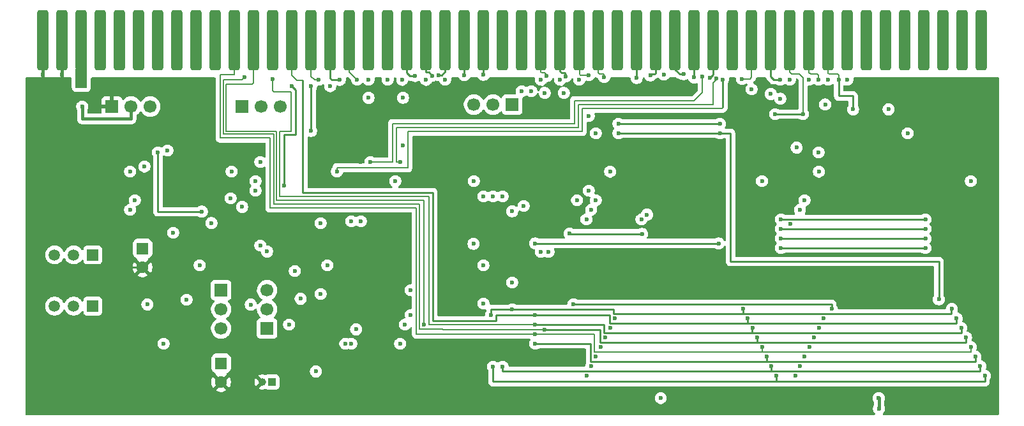
<source format=gbl>
%TF.GenerationSoftware,KiCad,Pcbnew,9.0.5*%
%TF.CreationDate,2025-11-02T09:01:32+01:00*%
%TF.ProjectId,Amiga500 Actionreplay 5,416d6967-6135-4303-9020-416374696f6e,rev?*%
%TF.SameCoordinates,Original*%
%TF.FileFunction,Copper,L4,Bot*%
%TF.FilePolarity,Positive*%
%FSLAX46Y46*%
G04 Gerber Fmt 4.6, Leading zero omitted, Abs format (unit mm)*
G04 Created by KiCad (PCBNEW 9.0.5) date 2025-11-02 09:01:32*
%MOMM*%
%LPD*%
G01*
G04 APERTURE LIST*
G04 Aperture macros list*
%AMRoundRect*
0 Rectangle with rounded corners*
0 $1 Rounding radius*
0 $2 $3 $4 $5 $6 $7 $8 $9 X,Y pos of 4 corners*
0 Add a 4 corners polygon primitive as box body*
4,1,4,$2,$3,$4,$5,$6,$7,$8,$9,$2,$3,0*
0 Add four circle primitives for the rounded corners*
1,1,$1+$1,$2,$3*
1,1,$1+$1,$4,$5*
1,1,$1+$1,$6,$7*
1,1,$1+$1,$8,$9*
0 Add four rect primitives between the rounded corners*
20,1,$1+$1,$2,$3,$4,$5,0*
20,1,$1+$1,$4,$5,$6,$7,0*
20,1,$1+$1,$6,$7,$8,$9,0*
20,1,$1+$1,$8,$9,$2,$3,0*%
G04 Aperture macros list end*
%TA.AperFunction,ComponentPad*%
%ADD10C,1.500000*%
%TD*%
%TA.AperFunction,ComponentPad*%
%ADD11R,1.500000X1.500000*%
%TD*%
%TA.AperFunction,ComponentPad*%
%ADD12RoundRect,0.250000X-0.550000X0.550000X-0.550000X-0.550000X0.550000X-0.550000X0.550000X0.550000X0*%
%TD*%
%TA.AperFunction,ComponentPad*%
%ADD13C,1.600000*%
%TD*%
%TA.AperFunction,ComponentPad*%
%ADD14R,1.700000X1.700000*%
%TD*%
%TA.AperFunction,ComponentPad*%
%ADD15C,1.700000*%
%TD*%
%TA.AperFunction,ComponentPad*%
%ADD16R,1.000000X1.000000*%
%TD*%
%TA.AperFunction,ComponentPad*%
%ADD17C,1.000000*%
%TD*%
%TA.AperFunction,SMDPad,CuDef*%
%ADD18RoundRect,0.381000X-0.381000X3.619000X-0.381000X-3.619000X0.381000X-3.619000X0.381000X3.619000X0*%
%TD*%
%TA.AperFunction,ViaPad*%
%ADD19C,0.600000*%
%TD*%
%TA.AperFunction,Conductor*%
%ADD20C,0.200000*%
%TD*%
%TA.AperFunction,Conductor*%
%ADD21C,0.254000*%
%TD*%
%TA.AperFunction,Conductor*%
%ADD22C,0.400000*%
%TD*%
G04 APERTURE END LIST*
D10*
%TO.P,Q2,3,S*%
%TO.N,+5V*%
X88464000Y-64947400D03*
%TO.P,Q2,2,G*%
%TO.N,Net-(Q1-G)*%
X91004000Y-64947400D03*
D11*
%TO.P,Q2,1,D*%
%TO.N,Net-(JP3-C)*%
X93544000Y-64947400D03*
%TD*%
D12*
%TO.P,C6,1*%
%TO.N,Net-(D3-K)*%
X100148000Y-57309288D03*
D13*
%TO.P,C6,2*%
%TO.N,GND*%
X100148000Y-59809288D03*
%TD*%
D14*
%TO.P,JP1,1,A*%
%TO.N,Net-(JP1-A)*%
X113356000Y-38423400D03*
D15*
%TO.P,JP1,2,C*%
%TO.N,Net-(JP1-C)*%
X115896000Y-38423400D03*
%TO.P,JP1,3,B*%
%TO.N,Net-(JP1-B)*%
X118436000Y-38423400D03*
%TD*%
D14*
%TO.P,SW2,1,Pin_1*%
%TO.N,GND*%
X96084000Y-38448400D03*
D15*
%TO.P,SW2,2,Pin_2*%
%TO.N,Net-(D1-K)*%
X98624000Y-38448400D03*
%TO.P,SW2,3,Pin_3*%
X101164000Y-38448400D03*
%TD*%
D14*
%TO.P,JP3,1,A*%
%TO.N,/A22*%
X149170000Y-38194400D03*
D15*
%TO.P,JP3,2,C*%
%TO.N,Net-(JP3-C)*%
X146630000Y-38194400D03*
%TO.P,JP3,3,B*%
%TO.N,/A23*%
X144090000Y-38194400D03*
%TD*%
D16*
%TO.P,SW1,1,Pin_1*%
%TO.N,Net-(SW1-Pin_1)*%
X117293000Y-75024400D03*
D17*
%TO.P,SW1,2,Pin_2*%
%TO.N,GND*%
X116023000Y-75024400D03*
%TD*%
D14*
%TO.P,VR1,1,Pin_1*%
%TO.N,+5V*%
X110562000Y-62832400D03*
D15*
%TO.P,VR1,2,Pin_2*%
X110562000Y-65372400D03*
%TO.P,VR1,3,Pin_3*%
%TO.N,Net-(U11-DIS)*%
X110562000Y-67912400D03*
%TD*%
D18*
%TO.P,J1,1,Pin_1*%
%TO.N,GND*%
X86940000Y-29676400D03*
%TO.P,J1,3,Pin_3*%
X89480000Y-29676400D03*
%TO.P,J1,5,Pin_5*%
%TO.N,+5V*%
X92020000Y-29676400D03*
%TO.P,J1,7,Pin_7*%
%TO.N,unconnected-(J1-Pin_7-Pad7)*%
X94560000Y-29676400D03*
%TO.P,J1,9,Pin_9*%
%TO.N,unconnected-(J1-Pin_9-Pad9)*%
X97100000Y-29676400D03*
%TO.P,J1,11,Pin_11*%
%TO.N,unconnected-(J1-Pin_11-Pad11)*%
X99640000Y-29676400D03*
%TO.P,J1,13,Pin_13*%
%TO.N,unconnected-(J1-Pin_13-Pad13)*%
X102180000Y-29676400D03*
%TO.P,J1,15,Pin_15*%
%TO.N,unconnected-(J1-Pin_15-Pad15)*%
X104720000Y-29676400D03*
%TO.P,J1,17,Pin_17*%
%TO.N,unconnected-(J1-Pin_17-Pad17)*%
X107260000Y-29676400D03*
%TO.P,J1,19,Pin_19*%
%TO.N,unconnected-(J1-Pin_19-Pad19)*%
X109800000Y-29676400D03*
%TO.P,J1,21,Pin_21*%
%TO.N,/A5*%
X112340000Y-29676400D03*
%TO.P,J1,23,Pin_23*%
%TO.N,/A6*%
X114880000Y-29676400D03*
%TO.P,J1,25,Pin_25*%
%TO.N,N/C*%
X117420000Y-29676400D03*
%TO.P,J1,27,Pin_27*%
%TO.N,/A2*%
X119960000Y-29676400D03*
%TO.P,J1,29,Pin_29*%
%TO.N,/A1*%
X122500000Y-29676400D03*
%TO.P,J1,31,Pin_31*%
%TO.N,/~{FC0}*%
X125040000Y-29676400D03*
%TO.P,J1,33,Pin_33*%
%TO.N,/~{FC1}*%
X127580000Y-29676400D03*
%TO.P,J1,35,Pin_35*%
%TO.N,unconnected-(J1-Pin_35-Pad35)*%
X130120000Y-29676400D03*
%TO.P,J1,37,Pin_37*%
%TO.N,N/C*%
X132660000Y-29676400D03*
%TO.P,J1,39,Pin_39*%
%TO.N,/A13*%
X135200000Y-29676400D03*
%TO.P,J1,41,Pin_41*%
%TO.N,/A14*%
X137740000Y-29676400D03*
%TO.P,J1,43,Pin_43*%
%TO.N,/A15*%
X140280000Y-29676400D03*
%TO.P,J1,45,Pin_45*%
%TO.N,/A16*%
X142820000Y-29676400D03*
%TO.P,J1,47,Pin_47*%
%TO.N,/A17*%
X145360000Y-29676400D03*
%TO.P,J1,49,Pin_49*%
%TO.N,unconnected-(J1-Pin_49-Pad49)*%
X147900000Y-29676400D03*
%TO.P,J1,51,Pin_51*%
%TO.N,unconnected-(J1-Pin_51-Pad51)*%
X150440000Y-29676400D03*
%TO.P,J1,53,Pin_53*%
%TO.N,/~{RST}*%
X152980000Y-29676400D03*
%TO.P,J1,55,Pin_55*%
%TO.N,/~{HLT}*%
X155520000Y-29676400D03*
%TO.P,J1,57,Pin_57*%
%TO.N,/A22*%
X158060000Y-29676400D03*
%TO.P,J1,59,Pin_59*%
%TO.N,/A23*%
X160600000Y-29676400D03*
%TO.P,J1,61,Pin_61*%
%TO.N,unconnected-(J1-Pin_61-Pad61)*%
X163140000Y-29676400D03*
%TO.P,J1,63,Pin_63*%
%TO.N,/D15*%
X165680000Y-29676400D03*
%TO.P,J1,65,Pin_65*%
%TO.N,/D14*%
X168220000Y-29676400D03*
%TO.P,J1,67,Pin_67*%
%TO.N,/D13*%
X170760000Y-29676400D03*
%TO.P,J1,69,Pin_69*%
%TO.N,/D12*%
X173300000Y-29676400D03*
%TO.P,J1,71,Pin_71*%
%TO.N,/D11*%
X175840000Y-29676400D03*
%TO.P,J1,73,Pin_73*%
%TO.N,N/C*%
X178380000Y-29676400D03*
%TO.P,J1,75,Pin_75*%
%TO.N,/D0*%
X180920000Y-29676400D03*
%TO.P,J1,77,Pin_77*%
%TO.N,/D1*%
X183460000Y-29676400D03*
%TO.P,J1,79,Pin_79*%
%TO.N,/D2*%
X186000000Y-29676400D03*
%TO.P,J1,81,Pin_81*%
%TO.N,/D3*%
X188540000Y-29676400D03*
%TO.P,J1,83,Pin_83*%
%TO.N,/D4*%
X191080000Y-29676400D03*
%TO.P,J1,85,Pin_85*%
%TO.N,unconnected-(J1-Pin_85-Pad85)*%
X193620000Y-29676400D03*
%TO.P,J1,87,Pin_87*%
%TO.N,unconnected-(J1-Pin_87-Pad87)*%
X196160000Y-29676400D03*
%TO.P,J1,89,Pin_89*%
%TO.N,unconnected-(J1-Pin_89-Pad89)*%
X198700000Y-29676400D03*
%TO.P,J1,91,Pin_91*%
%TO.N,unconnected-(J1-Pin_91-Pad91)*%
X201240000Y-29676400D03*
%TO.P,J1,93,Pin_93*%
%TO.N,unconnected-(J1-Pin_93-Pad93)*%
X203780000Y-29676400D03*
%TO.P,J1,95,Pin_95*%
%TO.N,unconnected-(J1-Pin_95-Pad95)*%
X206320000Y-29676400D03*
%TO.P,J1,97,Pin_97*%
%TO.N,unconnected-(J1-Pin_97-Pad97)*%
X208860000Y-29676400D03*
%TO.P,J1,99,Pin_99*%
%TO.N,unconnected-(J1-Pin_99-Pad99)*%
X211400000Y-29676400D03*
%TD*%
D12*
%TO.P,C1,1*%
%TO.N,Net-(U11-DIS)*%
X110562000Y-72549288D03*
D13*
%TO.P,C1,2*%
%TO.N,GND*%
X110562000Y-75049288D03*
%TD*%
D14*
%TO.P,JP2,1,A*%
%TO.N,Net-(JP2-A)*%
X116658000Y-67912400D03*
D15*
%TO.P,JP2,2,C*%
%TO.N,Net-(JP2-C)*%
X116658000Y-65372400D03*
%TO.P,JP2,3,B*%
%TO.N,+5V*%
X116658000Y-62832400D03*
%TD*%
D11*
%TO.P,Q1,1,D*%
%TO.N,Net-(JP3-C)*%
X93544000Y-58154400D03*
D10*
%TO.P,Q1,2,G*%
%TO.N,Net-(Q1-G)*%
X91004000Y-58154400D03*
%TO.P,Q1,3,S*%
%TO.N,+5V*%
X88464000Y-58154400D03*
%TD*%
D19*
%TO.N,GND*%
X191207000Y-60292400D03*
X89480000Y-34257400D03*
X147900000Y-42766400D03*
X172634018Y-60758900D03*
X86940000Y-34892400D03*
X163399468Y-60292400D03*
X89480000Y-35654400D03*
X129104000Y-45806400D03*
X129104000Y-64737400D03*
X89480000Y-34892400D03*
X96211000Y-55720400D03*
X130882000Y-57752400D03*
X86940000Y-35654400D03*
X99132000Y-63467400D03*
X147900000Y-61816400D03*
X149932000Y-57752400D03*
X130882000Y-76548400D03*
X99259000Y-41496400D03*
X97735000Y-55720400D03*
X179639316Y-38175491D03*
X207432018Y-38205900D03*
X110562000Y-45687400D03*
X96973000Y-60927400D03*
X96973000Y-55720400D03*
X200320018Y-60758900D03*
X91385000Y-45814400D03*
X128596000Y-38448400D03*
X149932000Y-76548400D03*
X112340000Y-57752400D03*
X97735000Y-60927400D03*
X91385000Y-52164400D03*
X96211000Y-60927400D03*
X86940000Y-34257400D03*
%TO.N,+5V*%
X197811000Y-78580400D03*
X197780018Y-77149900D03*
X92020000Y-35654400D03*
X159330000Y-49624400D03*
X145360000Y-50386400D03*
X107718000Y-59530400D03*
X124659000Y-59530400D03*
X92020000Y-34892400D03*
X108010500Y-52406900D03*
X145345000Y-59530400D03*
X102180000Y-44544400D03*
X92020000Y-34257400D03*
X159330000Y-39718400D03*
%TO.N,Net-(D3-K)*%
X100783000Y-64737400D03*
%TO.N,Net-(D1-K)*%
X92147000Y-38448400D03*
X115134000Y-48354400D03*
%TO.N,Net-(D3-A)*%
X102942000Y-69944400D03*
X115134000Y-49624400D03*
%TO.N,/D9*%
X183460000Y-36797400D03*
%TO.N,/D12*%
X173300000Y-34596400D03*
%TO.N,/A8*%
X184174301Y-74220900D03*
X122500000Y-35746400D03*
X146630000Y-72992400D03*
X211866468Y-74220900D03*
X114499000Y-64745400D03*
X122500000Y-41696400D03*
%TO.N,/A22*%
X159330000Y-34264400D03*
X147900000Y-50386400D03*
%TO.N,/A7*%
X147900000Y-72992400D03*
X211238468Y-72950900D03*
X119950000Y-35746400D03*
X118929000Y-48971400D03*
X183546301Y-72950900D03*
%TO.N,/A11*%
X130120000Y-37305400D03*
X190458468Y-66600900D03*
X134692000Y-37297400D03*
X162772468Y-66600900D03*
X134692000Y-43642400D03*
X130120000Y-34892400D03*
%TO.N,/A5*%
X182292301Y-48355333D03*
X209984468Y-70410900D03*
X182292301Y-70410900D03*
X152218000Y-68674400D03*
X209984468Y-48355333D03*
%TO.N,/A19*%
X186055301Y-54069400D03*
X152980000Y-34892400D03*
X167046018Y-52806400D03*
%TO.N,/A13*%
X136275000Y-34396400D03*
X184800301Y-53434400D03*
X203968468Y-53434400D03*
%TO.N,/A23*%
X161362000Y-34546400D03*
X146630000Y-50386400D03*
%TO.N,/A6*%
X137471000Y-67439400D03*
X152218000Y-69944400D03*
X182919301Y-71680900D03*
X210611468Y-71680900D03*
%TO.N,/A4*%
X181665301Y-69140900D03*
X209357468Y-69140900D03*
X153488000Y-68047400D03*
X113650000Y-34596400D03*
%TO.N,/~{IPL1}*%
X137740000Y-34900400D03*
%TO.N,/~{LDS}*%
X174350000Y-34446400D03*
X130374000Y-45814400D03*
%TO.N,/A16*%
X142815537Y-34282650D03*
%TO.N,/A2*%
X180411301Y-66600900D03*
X152218000Y-66134400D03*
X208103468Y-66600900D03*
%TO.N,/~{IPL0}*%
X104212000Y-55212400D03*
X134575000Y-34900400D03*
%TO.N,/A18*%
X150440000Y-36416400D03*
X184800301Y-57244400D03*
X151710000Y-36416400D03*
X152218000Y-56620900D03*
X176536468Y-56620900D03*
X203968468Y-57244400D03*
%TO.N,/~{IPL2}*%
X140280000Y-34892400D03*
%TO.N,/A21*%
X157767997Y-50894400D03*
X158060000Y-34892400D03*
X149170000Y-52352400D03*
%TO.N,/A15*%
X203968468Y-54704400D03*
X139391000Y-34264400D03*
X184800301Y-54704400D03*
%TO.N,/A9*%
X125025000Y-35746400D03*
X187950468Y-71680900D03*
X160264468Y-71680900D03*
X160264468Y-50894400D03*
X160264468Y-42004400D03*
X187950468Y-50894400D03*
%TO.N,/D11*%
X175350000Y-34671400D03*
X190670000Y-38186400D03*
%TO.N,/D13*%
X171900000Y-34146400D03*
%TO.N,/D3*%
X189810000Y-34892400D03*
X199081000Y-38829400D03*
%TO.N,/D15*%
X165675000Y-34671400D03*
%TO.N,/D10*%
X180920000Y-36162400D03*
%TO.N,/~{FC1}*%
X128600000Y-34871400D03*
%TO.N,/A17*%
X145360000Y-34246400D03*
X203968468Y-55985900D03*
X166376468Y-55358900D03*
X144090000Y-48354400D03*
X184800301Y-55974400D03*
X156790000Y-55339400D03*
%TO.N,/A12*%
X161518468Y-69140900D03*
X132660000Y-34892400D03*
X189204468Y-69140900D03*
%TO.N,/~{UDS}*%
X176225000Y-34696400D03*
X134311000Y-69944400D03*
X134311000Y-45814400D03*
%TO.N,/A3*%
X208730468Y-67870900D03*
X152218000Y-67404400D03*
X181038301Y-67870900D03*
X117400000Y-34846400D03*
%TO.N,/D5*%
X193620000Y-34892400D03*
%TO.N,/D6*%
X191080000Y-34892400D03*
%TO.N,/D8*%
X186889000Y-43909400D03*
X186000000Y-34892400D03*
%TO.N,/A10*%
X188577468Y-70410900D03*
X160891468Y-70410900D03*
%TO.N,/D0*%
X179650000Y-34796400D03*
X176729000Y-42007900D03*
X205746468Y-64049400D03*
X163267000Y-42004400D03*
%TO.N,/A20*%
X150694000Y-51656400D03*
X155520000Y-34892400D03*
%TO.N,/D2*%
X187727783Y-39464412D03*
X201621000Y-42004400D03*
X184025000Y-39464400D03*
%TO.N,/D4*%
X192477000Y-34892400D03*
X194382000Y-38829400D03*
%TO.N,/~{AS}*%
X109280500Y-53930900D03*
X177110000Y-34892400D03*
X125921000Y-47084400D03*
X123770000Y-63340400D03*
X123770000Y-53942400D03*
%TO.N,/D7*%
X188540000Y-34892400D03*
%TO.N,/~{FC0}*%
X126310000Y-34906400D03*
X135708000Y-66134400D03*
X135708000Y-62832400D03*
%TO.N,/~{RST}*%
X115769000Y-56906400D03*
X153488000Y-36644400D03*
X153742000Y-34421400D03*
X115761000Y-45814400D03*
X152980000Y-57752400D03*
%TO.N,/A1*%
X146376000Y-66134400D03*
X123525000Y-34896400D03*
X207476468Y-65330900D03*
X179784301Y-65330900D03*
X123135000Y-73627400D03*
X149170000Y-65372400D03*
%TO.N,/D14*%
X167500000Y-34321400D03*
%TO.N,/~{HLT}*%
X153996000Y-57752400D03*
X111832000Y-50640400D03*
X116658000Y-57706400D03*
X156282000Y-34446400D03*
X156028000Y-36644400D03*
%TO.N,/A14*%
X159637468Y-72950900D03*
X187323468Y-72950900D03*
X159637468Y-52164400D03*
X187323468Y-52164400D03*
X138550000Y-34346400D03*
%TO.N,/R_W*%
X168868468Y-77149900D03*
X169275000Y-34221400D03*
X159010468Y-53434400D03*
X186696468Y-74220900D03*
X159010468Y-74220900D03*
X166315000Y-53434400D03*
%TO.N,/D1*%
X184730000Y-37424400D03*
X184730000Y-34892400D03*
X176729000Y-40737900D03*
X163267000Y-40734400D03*
%TO.N,Net-(JP1-A)*%
X119579000Y-67404400D03*
%TO.N,Net-(JP2-C)*%
X113356000Y-51783400D03*
%TO.N,Net-(U2-IO7)*%
X129104000Y-53688400D03*
X144030010Y-56687797D03*
%TO.N,Net-(U2-IO1)*%
X127834000Y-53688400D03*
X127834000Y-69944400D03*
%TO.N,Net-(U2-IO8)*%
X145360000Y-64610400D03*
%TO.N,Net-(U2-I9)*%
X120341000Y-60292400D03*
X149170000Y-61816400D03*
%TO.N,Net-(U3-I5)*%
X103450000Y-44290400D03*
X128469000Y-68039400D03*
X105990000Y-64102400D03*
%TO.N,Net-(U3-IO2)*%
X127033997Y-69944400D03*
%TO.N,/~{OE}*%
X133664500Y-48354400D03*
X162145468Y-47095900D03*
X189831468Y-67870900D03*
X162145468Y-67870900D03*
X189831468Y-47095900D03*
%TO.N,Net-(U10-~{CE})*%
X189810000Y-44544400D03*
%TO.N,Net-(U4-IO5)*%
X121111000Y-63975400D03*
%TO.N,Net-(U4-IO8)*%
X191522468Y-65319400D03*
X157298000Y-64695900D03*
%TO.N,Net-(U5-I7)*%
X100402000Y-46419239D03*
X99132000Y-50894400D03*
X111959000Y-47084400D03*
%TO.N,Net-(U6B-D)*%
X98497000Y-52164400D03*
X98497000Y-47084400D03*
%TO.N,Net-(SW1-Pin_1)*%
X134946000Y-67404400D03*
%TD*%
D20*
%TO.N,/A2*%
X119960000Y-34341400D02*
X119960000Y-29676400D01*
X120615000Y-34996400D02*
X119960000Y-34341400D01*
X121400000Y-34996400D02*
X120615000Y-34996400D01*
D21*
X147004000Y-66134400D02*
X152218000Y-66134400D01*
X147004000Y-66889400D02*
X147004000Y-66134400D01*
X147011000Y-66896400D02*
X147004000Y-66889400D01*
X138629000Y-49878400D02*
X138629000Y-66896400D01*
X121400000Y-49846400D02*
X121432000Y-49878400D01*
X138629000Y-66896400D02*
X147011000Y-66896400D01*
X121400000Y-34996400D02*
X121400000Y-49846400D01*
X121432000Y-49878400D02*
X138629000Y-49878400D01*
%TO.N,/D4*%
X194382000Y-37051400D02*
X194382000Y-38829400D01*
X192477000Y-34892400D02*
X192477000Y-37051400D01*
X192477000Y-37051400D02*
X194382000Y-37051400D01*
D20*
X192477000Y-34298400D02*
X192477000Y-34892400D01*
X191200000Y-34146400D02*
X192325000Y-34146400D01*
X192325000Y-34146400D02*
X192477000Y-34298400D01*
X191080000Y-34026400D02*
X191200000Y-34146400D01*
X191080000Y-29676400D02*
X191080000Y-34026400D01*
D21*
%TO.N,GND*%
X100148000Y-59809288D02*
X97964112Y-59809288D01*
X97964112Y-59809288D02*
X97862000Y-59911400D01*
D22*
X86940000Y-34257400D02*
X86940000Y-34892400D01*
X86940000Y-29676400D02*
X86940000Y-34257400D01*
X89480000Y-34257400D02*
X89480000Y-34892400D01*
X89480000Y-29676400D02*
X89480000Y-34257400D01*
D21*
%TO.N,+5V*%
X107999000Y-52418400D02*
X108010500Y-52406900D01*
D22*
X92020000Y-34257400D02*
X92020000Y-29676400D01*
X197811000Y-78580400D02*
X197811000Y-77180882D01*
D21*
X197811000Y-77180882D02*
X197780018Y-77149900D01*
X102180000Y-52418400D02*
X107999000Y-52418400D01*
D22*
X92020000Y-34892400D02*
X92020000Y-34257400D01*
D21*
X102180000Y-44544400D02*
X102180000Y-52418400D01*
D22*
%TO.N,Net-(D1-K)*%
X98624000Y-40099400D02*
X98624000Y-38448400D01*
X92147000Y-38448400D02*
X92147000Y-40099400D01*
X92147000Y-40099400D02*
X98624000Y-40099400D01*
D21*
%TO.N,/D12*%
X173300000Y-34596400D02*
X173300000Y-29676400D01*
%TO.N,/A8*%
X146630000Y-74982900D02*
X185426468Y-74982900D01*
X211866468Y-74982900D02*
X185426468Y-74982900D01*
X146630000Y-72992400D02*
X146630000Y-74982900D01*
X184174301Y-74982900D02*
X184174301Y-74220900D01*
X185426468Y-74982900D02*
X184174301Y-74982900D01*
X122500000Y-41696400D02*
X122500000Y-35746400D01*
X211866468Y-74220900D02*
X211866468Y-74982900D01*
D20*
%TO.N,/A22*%
X158075000Y-34121400D02*
X158218000Y-34264400D01*
X158060000Y-29676400D02*
X158075000Y-29691400D01*
X158075000Y-29691400D02*
X158075000Y-34121400D01*
X158218000Y-34264400D02*
X159330000Y-34264400D01*
D21*
%TO.N,/A7*%
X147900000Y-72992400D02*
X147900000Y-73585900D01*
X183556018Y-73585900D02*
X211238468Y-73585900D01*
X120468000Y-36264400D02*
X120468000Y-42131400D01*
X120421000Y-42178400D02*
X118944000Y-42178400D01*
X211238468Y-73585900D02*
X211238468Y-72950900D01*
X118944000Y-48956400D02*
X118929000Y-48971400D01*
X183546301Y-72950900D02*
X183546301Y-73576183D01*
X118944000Y-42178400D02*
X118944000Y-48956400D01*
X119950000Y-35746400D02*
X120468000Y-36264400D01*
X147900000Y-73585900D02*
X183556018Y-73585900D01*
X183546301Y-73576183D02*
X183556018Y-73585900D01*
X120468000Y-42131400D02*
X120421000Y-42178400D01*
D20*
%TO.N,/A5*%
X182298584Y-71045900D02*
X209984468Y-71045900D01*
X117039000Y-42639400D02*
X110435000Y-42639400D01*
X110435000Y-34257400D02*
X112340000Y-34257400D01*
X112340000Y-29676400D02*
X112340000Y-34257400D01*
X117039000Y-51910400D02*
X117039000Y-42639400D01*
X182292301Y-70410900D02*
X182292301Y-71039617D01*
X182291584Y-71038900D02*
X182298584Y-71045900D01*
X136470000Y-51910400D02*
X117039000Y-51910400D01*
X152218000Y-68674400D02*
X136470000Y-68674400D01*
X209984468Y-71045900D02*
X209984468Y-70410900D01*
X152218000Y-68674400D02*
X160092000Y-68674400D01*
X182292301Y-71039617D02*
X182298584Y-71045900D01*
X136470000Y-68674400D02*
X136470000Y-51910400D01*
X160092000Y-71038900D02*
X182291584Y-71038900D01*
X110435000Y-42639400D02*
X110435000Y-34257400D01*
X160092000Y-68674400D02*
X160092000Y-71038900D01*
D21*
%TO.N,/A13*%
X135200000Y-33996400D02*
X135200000Y-29676400D01*
X135600000Y-34396400D02*
X135200000Y-33996400D01*
X184800301Y-53434400D02*
X203968468Y-53434400D01*
X136275000Y-34396400D02*
X135600000Y-34396400D01*
D20*
%TO.N,/A23*%
X160600000Y-33996400D02*
X160750000Y-34146400D01*
X161375000Y-34221400D02*
X161375000Y-34533400D01*
X161375000Y-34533400D02*
X161362000Y-34546400D01*
X160750000Y-34146400D02*
X161300000Y-34146400D01*
X160600000Y-29676400D02*
X160600000Y-33996400D01*
X161300000Y-34146400D02*
X161375000Y-34221400D01*
D21*
%TO.N,/A6*%
X152218000Y-69944400D02*
X159584000Y-69944400D01*
D20*
X114880000Y-35298800D02*
X114651400Y-35527400D01*
X137471000Y-50894400D02*
X137471000Y-67240400D01*
D21*
X159584000Y-69944400D02*
X159584000Y-72308900D01*
D20*
X111237000Y-41730400D02*
X117908000Y-41730400D01*
X114880000Y-29676400D02*
X114880000Y-35298800D01*
X117928000Y-50894400D02*
X137471000Y-50894400D01*
X117908000Y-41730400D02*
X117928000Y-41750400D01*
D21*
X210611468Y-71680900D02*
X210611468Y-72315900D01*
X210611468Y-72315900D02*
X182919301Y-72315900D01*
X182919301Y-71680900D02*
X182919301Y-72315900D01*
X182912301Y-72308900D02*
X182919301Y-72315900D01*
D20*
X114651400Y-35527400D02*
X111237000Y-35527400D01*
D21*
X159584000Y-72308900D02*
X182912301Y-72308900D01*
D20*
X117928000Y-41750400D02*
X117928000Y-50894400D01*
X111237000Y-35527400D02*
X111237000Y-41730400D01*
D21*
%TO.N,/A4*%
X181658301Y-69782900D02*
X160854000Y-69782900D01*
D20*
X136871000Y-51402400D02*
X136871000Y-68039400D01*
X110836000Y-34892400D02*
X110836000Y-42131400D01*
X140034000Y-68047400D02*
X153488000Y-68047400D01*
D21*
X160854000Y-68047400D02*
X153488000Y-68047400D01*
X160854000Y-69782900D02*
X160854000Y-68047400D01*
X209357468Y-69775900D02*
X181665301Y-69775900D01*
D20*
X110836000Y-42131400D02*
X117527000Y-42131400D01*
X110836000Y-34892400D02*
X113354000Y-34892400D01*
X117527000Y-42131400D02*
X117527000Y-51402400D01*
D21*
X209357468Y-69140900D02*
X209357468Y-69775900D01*
X181665301Y-69140900D02*
X181665301Y-69775900D01*
D20*
X117527000Y-51402400D02*
X136871000Y-51402400D01*
X140026000Y-68039400D02*
X140034000Y-68047400D01*
D21*
X181665301Y-69775900D02*
X181658301Y-69782900D01*
D20*
X136871000Y-68039400D02*
X140026000Y-68039400D01*
X113354000Y-34892400D02*
X113650000Y-34596400D01*
%TO.N,/~{LDS}*%
X174375000Y-36611400D02*
X174375000Y-34471400D01*
X130374000Y-45814400D02*
X133295000Y-45814400D01*
X174375000Y-34471400D02*
X174350000Y-34446400D01*
X157425000Y-40734400D02*
X157425000Y-37686400D01*
X133295000Y-45814400D02*
X133295000Y-40734400D01*
X173300000Y-37686400D02*
X174375000Y-36611400D01*
X157425000Y-37686400D02*
X173300000Y-37686400D01*
X133295000Y-40734400D02*
X157425000Y-40734400D01*
D21*
%TO.N,/A16*%
X142820000Y-34321400D02*
X142820000Y-29676400D01*
%TO.N,/A2*%
X208103468Y-67235900D02*
X208103468Y-66600900D01*
X152218000Y-66134400D02*
X162124000Y-66134400D01*
X162124000Y-66134400D02*
X162124000Y-67235900D01*
X162124000Y-67235900D02*
X180411301Y-67235900D01*
X180411301Y-66600900D02*
X180411301Y-67235900D01*
X180411301Y-67235900D02*
X208103468Y-67235900D01*
%TO.N,/A18*%
X156282000Y-56620900D02*
X176536468Y-56620900D01*
X184800301Y-57244400D02*
X203968468Y-57244400D01*
X156282000Y-56620900D02*
X152218000Y-56620900D01*
%TO.N,/A15*%
X184800301Y-54704400D02*
X203968468Y-54704400D01*
X139391000Y-34264400D02*
X139832000Y-34264400D01*
X139832000Y-34264400D02*
X140280000Y-33816400D01*
X140280000Y-33816400D02*
X140280000Y-29676400D01*
%TO.N,/D11*%
X175840000Y-34181400D02*
X175840000Y-29676400D01*
X175350000Y-34671400D02*
X175840000Y-34181400D01*
%TO.N,/D13*%
X171400000Y-34146400D02*
X170760000Y-33506400D01*
X171900000Y-34146400D02*
X171400000Y-34146400D01*
X170760000Y-33506400D02*
X170760000Y-29676400D01*
D20*
%TO.N,/D3*%
X189625000Y-34146400D02*
X189810000Y-34331400D01*
X189810000Y-34331400D02*
X189810000Y-34892400D01*
X188540000Y-29676400D02*
X188540000Y-33961400D01*
X188725000Y-34146400D02*
X189625000Y-34146400D01*
X188540000Y-33961400D02*
X188725000Y-34146400D01*
D21*
%TO.N,/D15*%
X165680000Y-34666400D02*
X165680000Y-29676400D01*
X165675000Y-34671400D02*
X165680000Y-34666400D01*
D20*
%TO.N,/~{FC1}*%
X128600000Y-34871400D02*
X127575000Y-33846400D01*
X127575000Y-33846400D02*
X127575000Y-29681400D01*
X127575000Y-29681400D02*
X127580000Y-29676400D01*
D21*
%TO.N,/A17*%
X156790000Y-55339400D02*
X156790000Y-55358900D01*
X184800301Y-55974400D02*
X203956968Y-55974400D01*
X203956968Y-55974400D02*
X203968468Y-55985900D01*
X145360000Y-34246400D02*
X145360000Y-29676400D01*
X156790000Y-55358900D02*
X166376468Y-55358900D01*
D20*
%TO.N,/~{UDS}*%
X175840000Y-35306400D02*
X175840000Y-38194400D01*
X157933000Y-41242400D02*
X133803000Y-41242400D01*
X176225000Y-34921400D02*
X175840000Y-35306400D01*
X176225000Y-34696400D02*
X176225000Y-34921400D01*
D21*
X134311000Y-45814400D02*
X134438000Y-45814400D01*
D20*
X133803000Y-45814400D02*
X134311000Y-45814400D01*
X133803000Y-41242400D02*
X133803000Y-45814400D01*
X157933000Y-38194400D02*
X157933000Y-41242400D01*
X175840000Y-38194400D02*
X157933000Y-38194400D01*
%TO.N,/A3*%
X119833000Y-36543400D02*
X117597000Y-36543400D01*
X118329000Y-50386400D02*
X118329000Y-41750400D01*
D21*
X181016018Y-67893183D02*
X181016018Y-68505900D01*
X152218000Y-67404400D02*
X161362000Y-67404400D01*
X208730468Y-68477450D02*
X208730468Y-67870900D01*
D20*
X117597000Y-36543400D02*
X117400000Y-36346400D01*
X138121000Y-50386400D02*
X118329000Y-50386400D01*
D21*
X208702018Y-68505900D02*
X208730468Y-68477450D01*
X161362000Y-67404400D02*
X161362000Y-68512900D01*
X181016018Y-68505900D02*
X208702018Y-68505900D01*
D20*
X117400000Y-36346400D02*
X117400000Y-34846400D01*
X119833000Y-41750400D02*
X119833000Y-36543400D01*
D21*
X181009018Y-68512900D02*
X181016018Y-68505900D01*
X181038301Y-67870900D02*
X181016018Y-67893183D01*
D20*
X152218000Y-67404400D02*
X138121000Y-67404400D01*
X118329000Y-41750400D02*
X119833000Y-41750400D01*
X138121000Y-67404400D02*
X138121000Y-50386400D01*
D21*
X161362000Y-68512900D02*
X181009018Y-68512900D01*
%TO.N,/D0*%
X178126000Y-42004400D02*
X176732500Y-42004400D01*
D20*
X180700000Y-34796400D02*
X179650000Y-34796400D01*
X180920000Y-29676400D02*
X180920000Y-34576400D01*
D21*
X186069468Y-59022400D02*
X205746468Y-59022400D01*
X186069468Y-59022400D02*
X178126000Y-59022400D01*
X178126000Y-59022400D02*
X178126000Y-42004400D01*
X176732500Y-42004400D02*
X176729000Y-42007900D01*
X205746468Y-59022400D02*
X205746468Y-64049400D01*
X176729000Y-42007900D02*
X163270500Y-42007900D01*
X163267000Y-42004400D02*
X163270500Y-42007900D01*
D20*
X180920000Y-34576400D02*
X180700000Y-34796400D01*
%TO.N,/D2*%
X186250000Y-34096400D02*
X187200000Y-34096400D01*
X187200000Y-34096400D02*
X187725000Y-34621400D01*
D21*
X184025000Y-39464400D02*
X187707000Y-39464400D01*
D20*
X186000000Y-33846400D02*
X186250000Y-34096400D01*
X187725000Y-34621400D02*
X187725000Y-39446400D01*
D21*
X187707000Y-39464400D02*
X187725000Y-39446400D01*
D20*
X186000000Y-29676400D02*
X186000000Y-33846400D01*
%TO.N,/~{AS}*%
X176979000Y-38702400D02*
X158441000Y-38702400D01*
X125929000Y-46576400D02*
X125929000Y-47084400D01*
X135327000Y-41750400D02*
X135327000Y-46576400D01*
D21*
X177110000Y-38571400D02*
X177110000Y-34892400D01*
D20*
X158441000Y-38702400D02*
X158441000Y-41750400D01*
X177110000Y-38571400D02*
X176979000Y-38702400D01*
X135327000Y-46576400D02*
X125929000Y-46576400D01*
X158441000Y-41750400D02*
X135327000Y-41750400D01*
D21*
%TO.N,/~{FC0}*%
X125050000Y-34696400D02*
X125050000Y-29686400D01*
X125260000Y-34906400D02*
X125050000Y-34696400D01*
X126310000Y-34906400D02*
X125260000Y-34906400D01*
X125050000Y-29686400D02*
X125040000Y-29676400D01*
D20*
%TO.N,/~{RST}*%
X152980000Y-29676400D02*
X152980000Y-33851400D01*
X153500000Y-33996400D02*
X153742000Y-34238400D01*
X153125000Y-33996400D02*
X153500000Y-33996400D01*
X152980000Y-33851400D02*
X153125000Y-33996400D01*
X153742000Y-34238400D02*
X153742000Y-34421400D01*
D21*
%TO.N,/A1*%
X162632000Y-65372400D02*
X149170000Y-65372400D01*
X146376000Y-65372400D02*
X146376000Y-66134400D01*
X149170000Y-65372400D02*
X146376000Y-65372400D01*
X180346468Y-65965900D02*
X207432018Y-65965900D01*
X207432018Y-65965900D02*
X207432018Y-65330900D01*
D20*
X122950000Y-34896400D02*
X123525000Y-34896400D01*
X122500000Y-34446400D02*
X122950000Y-34896400D01*
D21*
X179784301Y-65330900D02*
X179784301Y-65965900D01*
X180346468Y-65965900D02*
X162632000Y-65965900D01*
D20*
X122500000Y-29676400D02*
X122500000Y-34446400D01*
D21*
X162632000Y-65965900D02*
X162632000Y-65372400D01*
X179784301Y-65965900D02*
X180346468Y-65965900D01*
%TO.N,/D14*%
X168225000Y-33971400D02*
X168225000Y-29681400D01*
X168225000Y-29681400D02*
X168220000Y-29676400D01*
X167500000Y-34321400D02*
X167725000Y-34096400D01*
X167725000Y-34096400D02*
X168100000Y-34096400D01*
X168100000Y-34096400D02*
X168225000Y-33971400D01*
%TO.N,/~{HLT}*%
X155520000Y-33766400D02*
X155520000Y-29676400D01*
X156250000Y-34121400D02*
X156125000Y-33996400D01*
X155750000Y-33996400D02*
X155520000Y-33766400D01*
X156250000Y-34414400D02*
X156250000Y-34121400D01*
X156125000Y-33996400D02*
X155750000Y-33996400D01*
X156282000Y-34446400D02*
X156250000Y-34414400D01*
%TO.N,/A14*%
X138125000Y-33921400D02*
X137800000Y-33921400D01*
X138550000Y-34346400D02*
X138125000Y-33921400D01*
X137800000Y-33921400D02*
X137740000Y-33861400D01*
X137740000Y-33861400D02*
X137740000Y-29676400D01*
%TO.N,/D1*%
X183460000Y-34506400D02*
X183460000Y-29676400D01*
X183846000Y-34892400D02*
X183460000Y-34506400D01*
X163267000Y-40734400D02*
X163270500Y-40737900D01*
X176729000Y-40737900D02*
X163270500Y-40737900D01*
X184730000Y-34892400D02*
X183846000Y-34892400D01*
%TO.N,/~{OE}*%
X133676000Y-48354400D02*
X133664500Y-48354400D01*
%TO.N,Net-(U4-IO8)*%
X191522468Y-64695900D02*
X157298000Y-64695900D01*
X191522468Y-65319400D02*
X191522468Y-64695900D01*
%TD*%
%TA.AperFunction,Conductor*%
%TO.N,GND*%
G36*
X90695539Y-34616085D02*
G01*
X90741294Y-34668889D01*
X90752500Y-34720400D01*
X90752500Y-35911400D01*
X90752501Y-35911409D01*
X90764052Y-36018850D01*
X90764054Y-36018862D01*
X90775260Y-36070372D01*
X90809383Y-36172897D01*
X90809386Y-36172903D01*
X90887171Y-36293937D01*
X90887179Y-36293948D01*
X90932923Y-36346740D01*
X90932926Y-36346743D01*
X90932930Y-36346747D01*
X91041664Y-36440967D01*
X91041667Y-36440968D01*
X91041668Y-36440969D01*
X91160677Y-36495320D01*
X91172541Y-36500738D01*
X91239580Y-36520423D01*
X91239584Y-36520424D01*
X91382000Y-36540900D01*
X91382003Y-36540900D01*
X92657990Y-36540900D01*
X92658000Y-36540900D01*
X92765456Y-36529347D01*
X92816967Y-36518141D01*
X92851197Y-36506747D01*
X92919497Y-36484016D01*
X92919501Y-36484013D01*
X92919504Y-36484013D01*
X93040543Y-36406225D01*
X93093347Y-36360470D01*
X93187567Y-36251736D01*
X93247338Y-36120859D01*
X93267023Y-36053820D01*
X93267024Y-36053816D01*
X93287500Y-35911400D01*
X93287500Y-34720400D01*
X93307185Y-34653361D01*
X93359989Y-34607606D01*
X93411500Y-34596400D01*
X109710500Y-34596400D01*
X109777539Y-34616085D01*
X109823294Y-34668889D01*
X109834500Y-34720400D01*
X109834500Y-42718457D01*
X109870853Y-42854126D01*
X109875423Y-42871183D01*
X109875426Y-42871190D01*
X109954475Y-43008109D01*
X109954479Y-43008114D01*
X109954480Y-43008116D01*
X110066284Y-43119920D01*
X110066286Y-43119921D01*
X110066290Y-43119924D01*
X110203209Y-43198973D01*
X110203216Y-43198977D01*
X110355943Y-43239900D01*
X110514057Y-43239900D01*
X116314500Y-43239900D01*
X116381539Y-43259585D01*
X116427294Y-43312389D01*
X116438500Y-43363900D01*
X116438500Y-45072349D01*
X116418815Y-45139388D01*
X116366011Y-45185143D01*
X116296853Y-45195087D01*
X116245610Y-45175451D01*
X116140190Y-45105012D01*
X116140172Y-45105002D01*
X115994501Y-45044664D01*
X115994489Y-45044661D01*
X115839845Y-45013900D01*
X115839842Y-45013900D01*
X115682158Y-45013900D01*
X115682155Y-45013900D01*
X115527510Y-45044661D01*
X115527498Y-45044664D01*
X115381827Y-45105002D01*
X115381814Y-45105009D01*
X115250711Y-45192610D01*
X115250707Y-45192613D01*
X115139213Y-45304107D01*
X115139210Y-45304111D01*
X115051609Y-45435214D01*
X115051602Y-45435227D01*
X114991264Y-45580898D01*
X114991261Y-45580910D01*
X114960500Y-45735553D01*
X114960500Y-45893246D01*
X114991261Y-46047889D01*
X114991264Y-46047901D01*
X115051602Y-46193572D01*
X115051609Y-46193585D01*
X115139210Y-46324688D01*
X115139213Y-46324692D01*
X115250707Y-46436186D01*
X115250711Y-46436189D01*
X115381814Y-46523790D01*
X115381827Y-46523797D01*
X115503276Y-46574102D01*
X115527503Y-46584137D01*
X115682153Y-46614899D01*
X115682156Y-46614900D01*
X115682158Y-46614900D01*
X115839844Y-46614900D01*
X115839845Y-46614899D01*
X115994497Y-46584137D01*
X116140179Y-46523794D01*
X116245609Y-46453348D01*
X116312286Y-46432470D01*
X116379666Y-46450954D01*
X116426357Y-46502933D01*
X116438500Y-46556450D01*
X116438500Y-51831343D01*
X116438500Y-51989457D01*
X116467319Y-52097009D01*
X116479423Y-52142183D01*
X116479426Y-52142190D01*
X116558475Y-52279109D01*
X116558479Y-52279114D01*
X116558480Y-52279116D01*
X116670284Y-52390920D01*
X116670286Y-52390921D01*
X116670290Y-52390924D01*
X116740131Y-52431246D01*
X116807216Y-52469977D01*
X116959943Y-52510900D01*
X135745500Y-52510900D01*
X135812539Y-52530585D01*
X135858294Y-52583389D01*
X135869500Y-52634900D01*
X135869500Y-61907900D01*
X135849815Y-61974939D01*
X135797011Y-62020694D01*
X135745500Y-62031900D01*
X135629155Y-62031900D01*
X135474510Y-62062661D01*
X135474498Y-62062664D01*
X135328827Y-62123002D01*
X135328814Y-62123009D01*
X135197711Y-62210610D01*
X135197707Y-62210613D01*
X135086213Y-62322107D01*
X135086210Y-62322111D01*
X134998609Y-62453214D01*
X134998602Y-62453227D01*
X134938264Y-62598898D01*
X134938261Y-62598910D01*
X134907500Y-62753553D01*
X134907500Y-62911246D01*
X134938261Y-63065889D01*
X134938264Y-63065901D01*
X134998602Y-63211572D01*
X134998609Y-63211585D01*
X135086210Y-63342688D01*
X135086213Y-63342692D01*
X135197707Y-63454186D01*
X135197711Y-63454189D01*
X135328814Y-63541790D01*
X135328827Y-63541797D01*
X135460220Y-63596221D01*
X135474503Y-63602137D01*
X135629153Y-63632899D01*
X135629156Y-63632900D01*
X135745500Y-63632900D01*
X135812539Y-63652585D01*
X135858294Y-63705389D01*
X135869500Y-63756900D01*
X135869500Y-65209900D01*
X135849815Y-65276939D01*
X135797011Y-65322694D01*
X135745500Y-65333900D01*
X135629155Y-65333900D01*
X135474510Y-65364661D01*
X135474498Y-65364664D01*
X135328827Y-65425002D01*
X135328814Y-65425009D01*
X135197711Y-65512610D01*
X135197707Y-65512613D01*
X135086213Y-65624107D01*
X135086210Y-65624111D01*
X134998609Y-65755214D01*
X134998602Y-65755227D01*
X134938264Y-65900898D01*
X134938261Y-65900910D01*
X134907500Y-66055553D01*
X134907500Y-66213246D01*
X134938261Y-66367889D01*
X134938263Y-66367896D01*
X134965417Y-66433454D01*
X134972885Y-66502923D01*
X134941609Y-66565402D01*
X134881520Y-66601054D01*
X134873097Y-66602535D01*
X134873132Y-66602711D01*
X134712510Y-66634661D01*
X134712498Y-66634664D01*
X134566827Y-66695002D01*
X134566814Y-66695009D01*
X134435711Y-66782610D01*
X134435707Y-66782613D01*
X134324213Y-66894107D01*
X134324210Y-66894111D01*
X134236609Y-67025214D01*
X134236602Y-67025227D01*
X134176264Y-67170898D01*
X134176261Y-67170910D01*
X134145500Y-67325553D01*
X134145500Y-67483246D01*
X134176261Y-67637889D01*
X134176264Y-67637901D01*
X134236602Y-67783572D01*
X134236609Y-67783585D01*
X134324210Y-67914688D01*
X134324213Y-67914692D01*
X134435707Y-68026186D01*
X134435711Y-68026189D01*
X134566814Y-68113790D01*
X134566827Y-68113797D01*
X134712498Y-68174135D01*
X134712503Y-68174137D01*
X134846466Y-68200784D01*
X134867153Y-68204899D01*
X134867156Y-68204900D01*
X134867158Y-68204900D01*
X135024844Y-68204900D01*
X135024845Y-68204899D01*
X135179497Y-68174137D01*
X135314436Y-68118244D01*
X135325172Y-68113797D01*
X135325172Y-68113796D01*
X135325179Y-68113794D01*
X135456289Y-68026189D01*
X135567789Y-67914689D01*
X135642398Y-67803029D01*
X135696010Y-67758224D01*
X135765335Y-67749517D01*
X135828362Y-67779671D01*
X135865082Y-67839114D01*
X135869500Y-67871920D01*
X135869500Y-68753457D01*
X135892663Y-68839900D01*
X135910423Y-68906183D01*
X135910426Y-68906190D01*
X135989475Y-69043109D01*
X135989479Y-69043114D01*
X135989480Y-69043116D01*
X136101284Y-69154920D01*
X136101286Y-69154921D01*
X136101290Y-69154924D01*
X136190092Y-69206193D01*
X136238216Y-69233977D01*
X136390943Y-69274900D01*
X136549057Y-69274900D01*
X151470604Y-69274900D01*
X151537643Y-69294585D01*
X151583398Y-69347389D01*
X151593342Y-69416547D01*
X151573706Y-69467791D01*
X151508609Y-69565214D01*
X151508602Y-69565227D01*
X151448264Y-69710898D01*
X151448261Y-69710910D01*
X151417500Y-69865553D01*
X151417500Y-70023246D01*
X151448261Y-70177889D01*
X151448264Y-70177901D01*
X151508602Y-70323572D01*
X151508609Y-70323585D01*
X151596210Y-70454688D01*
X151596213Y-70454692D01*
X151707707Y-70566186D01*
X151707711Y-70566189D01*
X151838814Y-70653790D01*
X151838827Y-70653797D01*
X151984498Y-70714135D01*
X151984503Y-70714137D01*
X152118466Y-70740784D01*
X152139153Y-70744899D01*
X152139156Y-70744900D01*
X152139158Y-70744900D01*
X152296844Y-70744900D01*
X152296845Y-70744899D01*
X152451497Y-70714137D01*
X152597179Y-70653794D01*
X152688466Y-70592798D01*
X152755143Y-70571920D01*
X152757357Y-70571900D01*
X158832500Y-70571900D01*
X158899539Y-70591585D01*
X158945294Y-70644389D01*
X158956500Y-70695900D01*
X158956500Y-72370707D01*
X158970770Y-72442447D01*
X158964543Y-72512038D01*
X158952257Y-72535526D01*
X158928078Y-72571714D01*
X158928070Y-72571728D01*
X158867732Y-72717398D01*
X158867729Y-72717408D01*
X158839646Y-72858592D01*
X158807261Y-72920503D01*
X158746545Y-72955077D01*
X158718029Y-72958400D01*
X148811184Y-72958400D01*
X148744145Y-72938715D01*
X148698390Y-72885911D01*
X148689567Y-72858592D01*
X148669738Y-72758908D01*
X148669737Y-72758907D01*
X148669737Y-72758903D01*
X148652550Y-72717410D01*
X148609397Y-72613227D01*
X148609390Y-72613214D01*
X148521789Y-72482111D01*
X148521786Y-72482107D01*
X148410292Y-72370613D01*
X148410288Y-72370610D01*
X148279185Y-72283009D01*
X148279172Y-72283002D01*
X148133501Y-72222664D01*
X148133489Y-72222661D01*
X147978845Y-72191900D01*
X147978842Y-72191900D01*
X147821158Y-72191900D01*
X147821155Y-72191900D01*
X147666510Y-72222661D01*
X147666498Y-72222664D01*
X147520827Y-72283002D01*
X147520814Y-72283009D01*
X147389711Y-72370610D01*
X147389707Y-72370613D01*
X147352681Y-72407640D01*
X147291358Y-72441125D01*
X147221666Y-72436141D01*
X147177319Y-72407640D01*
X147140292Y-72370613D01*
X147140288Y-72370610D01*
X147009185Y-72283009D01*
X147009172Y-72283002D01*
X146863501Y-72222664D01*
X146863489Y-72222661D01*
X146708845Y-72191900D01*
X146708842Y-72191900D01*
X146551158Y-72191900D01*
X146551155Y-72191900D01*
X146396510Y-72222661D01*
X146396498Y-72222664D01*
X146250827Y-72283002D01*
X146250814Y-72283009D01*
X146119711Y-72370610D01*
X146119707Y-72370613D01*
X146008213Y-72482107D01*
X146008210Y-72482111D01*
X145920609Y-72613214D01*
X145920602Y-72613227D01*
X145860264Y-72758898D01*
X145860261Y-72758910D01*
X145829500Y-72913553D01*
X145829500Y-73071246D01*
X145860261Y-73225889D01*
X145860264Y-73225901D01*
X145920603Y-73371574D01*
X145920604Y-73371575D01*
X145920606Y-73371579D01*
X145981602Y-73462865D01*
X146002480Y-73529542D01*
X146002500Y-73531756D01*
X146002500Y-75044703D01*
X146002500Y-75044705D01*
X146002499Y-75044705D01*
X146026613Y-75165929D01*
X146026616Y-75165939D01*
X146073913Y-75280126D01*
X146073920Y-75280139D01*
X146142588Y-75382907D01*
X146142591Y-75382911D01*
X146229988Y-75470308D01*
X146229992Y-75470311D01*
X146332760Y-75538979D01*
X146332773Y-75538986D01*
X146446960Y-75586283D01*
X146446965Y-75586285D01*
X146446969Y-75586285D01*
X146446970Y-75586286D01*
X146568194Y-75610400D01*
X146568197Y-75610400D01*
X211928273Y-75610400D01*
X212009829Y-75594176D01*
X212049503Y-75586285D01*
X212163701Y-75538983D01*
X212266476Y-75470311D01*
X212353879Y-75382908D01*
X212422551Y-75280133D01*
X212469853Y-75165935D01*
X212493056Y-75049288D01*
X212493968Y-75044705D01*
X212493968Y-74760256D01*
X212513653Y-74693217D01*
X212514866Y-74691365D01*
X212524767Y-74676547D01*
X212575862Y-74600079D01*
X212636205Y-74454397D01*
X212666968Y-74299742D01*
X212666968Y-74142058D01*
X212666968Y-74142055D01*
X212666967Y-74142053D01*
X212654744Y-74080604D01*
X212636205Y-73987403D01*
X212628919Y-73969812D01*
X212575865Y-73841727D01*
X212575858Y-73841714D01*
X212488257Y-73710611D01*
X212488254Y-73710607D01*
X212376760Y-73599113D01*
X212376756Y-73599110D01*
X212245653Y-73511509D01*
X212245640Y-73511502D01*
X212099969Y-73451164D01*
X212099959Y-73451161D01*
X212061293Y-73443470D01*
X211999382Y-73411085D01*
X211964808Y-73350369D01*
X211968549Y-73280599D01*
X211970913Y-73274426D01*
X212008205Y-73184397D01*
X212038968Y-73029742D01*
X212038968Y-72872058D01*
X212038968Y-72872055D01*
X212038967Y-72872053D01*
X212008206Y-72717410D01*
X212008206Y-72717408D01*
X212008205Y-72717403D01*
X212008203Y-72717398D01*
X211947865Y-72571727D01*
X211947858Y-72571714D01*
X211860257Y-72440611D01*
X211860254Y-72440607D01*
X211748760Y-72329113D01*
X211748756Y-72329110D01*
X211617653Y-72241509D01*
X211617640Y-72241502D01*
X211471969Y-72181164D01*
X211471959Y-72181161D01*
X211434217Y-72173654D01*
X211372306Y-72141269D01*
X211337732Y-72080553D01*
X211341472Y-72010784D01*
X211343840Y-72004603D01*
X211381205Y-71914397D01*
X211411968Y-71759742D01*
X211411968Y-71602058D01*
X211411968Y-71602055D01*
X211411967Y-71602053D01*
X211381206Y-71447410D01*
X211381205Y-71447403D01*
X211381203Y-71447398D01*
X211320865Y-71301727D01*
X211320858Y-71301714D01*
X211233257Y-71170611D01*
X211233254Y-71170607D01*
X211121760Y-71059113D01*
X211121756Y-71059110D01*
X210990653Y-70971509D01*
X210990640Y-70971502D01*
X210844969Y-70911164D01*
X210844959Y-70911161D01*
X210807217Y-70903654D01*
X210745306Y-70871269D01*
X210710732Y-70810553D01*
X210714472Y-70740784D01*
X210716840Y-70734603D01*
X210754205Y-70644397D01*
X210784968Y-70489742D01*
X210784968Y-70332058D01*
X210784968Y-70332055D01*
X210784967Y-70332053D01*
X210754303Y-70177897D01*
X210754205Y-70177403D01*
X210754203Y-70177398D01*
X210693865Y-70031727D01*
X210693858Y-70031714D01*
X210606257Y-69900611D01*
X210606254Y-69900607D01*
X210494760Y-69789113D01*
X210494756Y-69789110D01*
X210363653Y-69701509D01*
X210363640Y-69701502D01*
X210217969Y-69641164D01*
X210217959Y-69641161D01*
X210180217Y-69633654D01*
X210118306Y-69601269D01*
X210083732Y-69540553D01*
X210087472Y-69470784D01*
X210089840Y-69464603D01*
X210127205Y-69374397D01*
X210157968Y-69219742D01*
X210157968Y-69062058D01*
X210157968Y-69062055D01*
X210157967Y-69062053D01*
X210127206Y-68907410D01*
X210127205Y-68907403D01*
X210111664Y-68869883D01*
X210066865Y-68761727D01*
X210066858Y-68761714D01*
X209979257Y-68630611D01*
X209979254Y-68630607D01*
X209867760Y-68519113D01*
X209867756Y-68519110D01*
X209736653Y-68431509D01*
X209736640Y-68431502D01*
X209590969Y-68371164D01*
X209590959Y-68371161D01*
X209553217Y-68363654D01*
X209491306Y-68331269D01*
X209456732Y-68270553D01*
X209460472Y-68200784D01*
X209462840Y-68194603D01*
X209500205Y-68104397D01*
X209530968Y-67949742D01*
X209530968Y-67792058D01*
X209530968Y-67792055D01*
X209530967Y-67792053D01*
X209504745Y-67660227D01*
X209500205Y-67637403D01*
X209483122Y-67596160D01*
X209439865Y-67491727D01*
X209439858Y-67491714D01*
X209352257Y-67360611D01*
X209352254Y-67360607D01*
X209240760Y-67249113D01*
X209240756Y-67249110D01*
X209109653Y-67161509D01*
X209109640Y-67161502D01*
X208963969Y-67101164D01*
X208963959Y-67101161D01*
X208926217Y-67093654D01*
X208864306Y-67061269D01*
X208829732Y-67000553D01*
X208833472Y-66930784D01*
X208835840Y-66924603D01*
X208873205Y-66834397D01*
X208903968Y-66679742D01*
X208903968Y-66522058D01*
X208903968Y-66522055D01*
X208903967Y-66522053D01*
X208880187Y-66402504D01*
X208873205Y-66367403D01*
X208832404Y-66268900D01*
X208812865Y-66221727D01*
X208812858Y-66221714D01*
X208725257Y-66090611D01*
X208725254Y-66090607D01*
X208613760Y-65979113D01*
X208613756Y-65979110D01*
X208482653Y-65891509D01*
X208482640Y-65891502D01*
X208336969Y-65831164D01*
X208336959Y-65831161D01*
X208299217Y-65823654D01*
X208237306Y-65791269D01*
X208202732Y-65730553D01*
X208206472Y-65660784D01*
X208208840Y-65654603D01*
X208246205Y-65564397D01*
X208276968Y-65409742D01*
X208276968Y-65252058D01*
X208276968Y-65252055D01*
X208276967Y-65252053D01*
X208251612Y-65124585D01*
X208246205Y-65097403D01*
X208246203Y-65097398D01*
X208185865Y-64951727D01*
X208185858Y-64951714D01*
X208098257Y-64820611D01*
X208098254Y-64820607D01*
X207986760Y-64709113D01*
X207986756Y-64709110D01*
X207855653Y-64621509D01*
X207855640Y-64621502D01*
X207709969Y-64561164D01*
X207709957Y-64561161D01*
X207555313Y-64530400D01*
X207555310Y-64530400D01*
X207397626Y-64530400D01*
X207397623Y-64530400D01*
X207242978Y-64561161D01*
X207242966Y-64561164D01*
X207097295Y-64621502D01*
X207097282Y-64621509D01*
X206966179Y-64709110D01*
X206966175Y-64709113D01*
X206854681Y-64820607D01*
X206854678Y-64820611D01*
X206767077Y-64951714D01*
X206767070Y-64951727D01*
X206706732Y-65097398D01*
X206706729Y-65097408D01*
X206678646Y-65238592D01*
X206646261Y-65300503D01*
X206585545Y-65335077D01*
X206557029Y-65338400D01*
X192444194Y-65338400D01*
X192377155Y-65318715D01*
X192331400Y-65265911D01*
X192322577Y-65238591D01*
X192294494Y-65097410D01*
X192292205Y-65085903D01*
X192244570Y-64970901D01*
X192231865Y-64940227D01*
X192231858Y-64940214D01*
X192170866Y-64848933D01*
X192149988Y-64782255D01*
X192149968Y-64780042D01*
X192149968Y-64634094D01*
X192125854Y-64512870D01*
X192125853Y-64512869D01*
X192125853Y-64512865D01*
X192125851Y-64512860D01*
X192078554Y-64398673D01*
X192078547Y-64398660D01*
X192009879Y-64295892D01*
X192009876Y-64295888D01*
X191922479Y-64208491D01*
X191922475Y-64208488D01*
X191819707Y-64139820D01*
X191819694Y-64139813D01*
X191705507Y-64092516D01*
X191705497Y-64092513D01*
X191584273Y-64068400D01*
X191584271Y-64068400D01*
X157837357Y-64068400D01*
X157770318Y-64048715D01*
X157768466Y-64047502D01*
X157677185Y-63986509D01*
X157677172Y-63986502D01*
X157531501Y-63926164D01*
X157531489Y-63926161D01*
X157376845Y-63895400D01*
X157376842Y-63895400D01*
X157219158Y-63895400D01*
X157219155Y-63895400D01*
X157064510Y-63926161D01*
X157064498Y-63926164D01*
X156918827Y-63986502D01*
X156918814Y-63986509D01*
X156787711Y-64074110D01*
X156787707Y-64074113D01*
X156676213Y-64185607D01*
X156676210Y-64185611D01*
X156588609Y-64316714D01*
X156588602Y-64316727D01*
X156528264Y-64462398D01*
X156528261Y-64462410D01*
X156497500Y-64617053D01*
X156497500Y-64620900D01*
X156496930Y-64622839D01*
X156496903Y-64623118D01*
X156496850Y-64623112D01*
X156477815Y-64687939D01*
X156425011Y-64733694D01*
X156373500Y-64744900D01*
X149709357Y-64744900D01*
X149642318Y-64725215D01*
X149640466Y-64724002D01*
X149549185Y-64663009D01*
X149549172Y-64663002D01*
X149403501Y-64602664D01*
X149403489Y-64602661D01*
X149248845Y-64571900D01*
X149248842Y-64571900D01*
X149091158Y-64571900D01*
X149091155Y-64571900D01*
X148936510Y-64602661D01*
X148936498Y-64602664D01*
X148790827Y-64663002D01*
X148790814Y-64663009D01*
X148699534Y-64724002D01*
X148632857Y-64744880D01*
X148630643Y-64744900D01*
X146314189Y-64744900D01*
X146308686Y-64745995D01*
X146239095Y-64739765D01*
X146183919Y-64696899D01*
X146160677Y-64631009D01*
X146160500Y-64624377D01*
X146160500Y-64531555D01*
X146160499Y-64531553D01*
X146152754Y-64492615D01*
X146129737Y-64376903D01*
X146125315Y-64366227D01*
X146069397Y-64231227D01*
X146069390Y-64231214D01*
X145981789Y-64100111D01*
X145981786Y-64100107D01*
X145870292Y-63988613D01*
X145870288Y-63988610D01*
X145739185Y-63901009D01*
X145739172Y-63901002D01*
X145593501Y-63840664D01*
X145593489Y-63840661D01*
X145438845Y-63809900D01*
X145438842Y-63809900D01*
X145281158Y-63809900D01*
X145281155Y-63809900D01*
X145126510Y-63840661D01*
X145126498Y-63840664D01*
X144980827Y-63901002D01*
X144980814Y-63901009D01*
X144849711Y-63988610D01*
X144849707Y-63988613D01*
X144738213Y-64100107D01*
X144738210Y-64100111D01*
X144650609Y-64231214D01*
X144650602Y-64231227D01*
X144590264Y-64376898D01*
X144590261Y-64376910D01*
X144559500Y-64531553D01*
X144559500Y-64689246D01*
X144590261Y-64843889D01*
X144590264Y-64843901D01*
X144650602Y-64989572D01*
X144650609Y-64989585D01*
X144738210Y-65120688D01*
X144738213Y-65120692D01*
X144849707Y-65232186D01*
X144849711Y-65232189D01*
X144980814Y-65319790D01*
X144980827Y-65319797D01*
X145120315Y-65377574D01*
X145126503Y-65380137D01*
X145281153Y-65410899D01*
X145281156Y-65410900D01*
X145281158Y-65410900D01*
X145438844Y-65410900D01*
X145438845Y-65410899D01*
X145484831Y-65401752D01*
X145599472Y-65378949D01*
X145599989Y-65381551D01*
X145615458Y-65381411D01*
X145642147Y-65377574D01*
X145649869Y-65381100D01*
X145658359Y-65381024D01*
X145681175Y-65395397D01*
X145705703Y-65406599D01*
X145710292Y-65413740D01*
X145717476Y-65418266D01*
X145728898Y-65442692D01*
X145743477Y-65465377D01*
X145745239Y-65477636D01*
X145747073Y-65481557D01*
X145748500Y-65500312D01*
X145748500Y-65595042D01*
X145728815Y-65662081D01*
X145727602Y-65663933D01*
X145666609Y-65755214D01*
X145666602Y-65755227D01*
X145606264Y-65900898D01*
X145606261Y-65900910D01*
X145575500Y-66055553D01*
X145575500Y-66144900D01*
X145555815Y-66211939D01*
X145503011Y-66257694D01*
X145451500Y-66268900D01*
X139380500Y-66268900D01*
X139313461Y-66249215D01*
X139267706Y-66196411D01*
X139256500Y-66144900D01*
X139256500Y-61737553D01*
X148369500Y-61737553D01*
X148369500Y-61895246D01*
X148400261Y-62049889D01*
X148400264Y-62049901D01*
X148460602Y-62195572D01*
X148460609Y-62195585D01*
X148548210Y-62326688D01*
X148548213Y-62326692D01*
X148659707Y-62438186D01*
X148659711Y-62438189D01*
X148790814Y-62525790D01*
X148790827Y-62525797D01*
X148936498Y-62586135D01*
X148936503Y-62586137D01*
X149091153Y-62616899D01*
X149091156Y-62616900D01*
X149091158Y-62616900D01*
X149248844Y-62616900D01*
X149248845Y-62616899D01*
X149403497Y-62586137D01*
X149549179Y-62525794D01*
X149680289Y-62438189D01*
X149791789Y-62326689D01*
X149879394Y-62195579D01*
X149939737Y-62049897D01*
X149970500Y-61895242D01*
X149970500Y-61737558D01*
X149970500Y-61737555D01*
X149970499Y-61737553D01*
X149958524Y-61677351D01*
X149939737Y-61582903D01*
X149911675Y-61515154D01*
X149879397Y-61437227D01*
X149879390Y-61437214D01*
X149791789Y-61306111D01*
X149791786Y-61306107D01*
X149680292Y-61194613D01*
X149680288Y-61194610D01*
X149549185Y-61107009D01*
X149549172Y-61107002D01*
X149403501Y-61046664D01*
X149403489Y-61046661D01*
X149248845Y-61015900D01*
X149248842Y-61015900D01*
X149091158Y-61015900D01*
X149091155Y-61015900D01*
X148936510Y-61046661D01*
X148936498Y-61046664D01*
X148790827Y-61107002D01*
X148790814Y-61107009D01*
X148659711Y-61194610D01*
X148659707Y-61194613D01*
X148548213Y-61306107D01*
X148548210Y-61306111D01*
X148460609Y-61437214D01*
X148460602Y-61437227D01*
X148400264Y-61582898D01*
X148400261Y-61582910D01*
X148369500Y-61737553D01*
X139256500Y-61737553D01*
X139256500Y-59451553D01*
X144544500Y-59451553D01*
X144544500Y-59609246D01*
X144575261Y-59763889D01*
X144575264Y-59763901D01*
X144635602Y-59909572D01*
X144635609Y-59909585D01*
X144723210Y-60040688D01*
X144723213Y-60040692D01*
X144834707Y-60152186D01*
X144834711Y-60152189D01*
X144965814Y-60239790D01*
X144965827Y-60239797D01*
X145111498Y-60300135D01*
X145111503Y-60300137D01*
X145266153Y-60330899D01*
X145266156Y-60330900D01*
X145266158Y-60330900D01*
X145423844Y-60330900D01*
X145423845Y-60330899D01*
X145578497Y-60300137D01*
X145724179Y-60239794D01*
X145855289Y-60152189D01*
X145966789Y-60040689D01*
X146054394Y-59909579D01*
X146114737Y-59763897D01*
X146145500Y-59609242D01*
X146145500Y-59451558D01*
X146145500Y-59451555D01*
X146145499Y-59451553D01*
X146124939Y-59348193D01*
X146114737Y-59296903D01*
X146100258Y-59261947D01*
X146054397Y-59151227D01*
X146054390Y-59151214D01*
X145966789Y-59020111D01*
X145966786Y-59020107D01*
X145855292Y-58908613D01*
X145855288Y-58908610D01*
X145724185Y-58821009D01*
X145724172Y-58821002D01*
X145578501Y-58760664D01*
X145578489Y-58760661D01*
X145423845Y-58729900D01*
X145423842Y-58729900D01*
X145266158Y-58729900D01*
X145266155Y-58729900D01*
X145111510Y-58760661D01*
X145111498Y-58760664D01*
X144965827Y-58821002D01*
X144965814Y-58821009D01*
X144834711Y-58908610D01*
X144834707Y-58908613D01*
X144723213Y-59020107D01*
X144723210Y-59020111D01*
X144635609Y-59151214D01*
X144635602Y-59151227D01*
X144575264Y-59296898D01*
X144575261Y-59296910D01*
X144544500Y-59451553D01*
X139256500Y-59451553D01*
X139256500Y-56608950D01*
X143229510Y-56608950D01*
X143229510Y-56766643D01*
X143260271Y-56921286D01*
X143260274Y-56921298D01*
X143320612Y-57066969D01*
X143320619Y-57066982D01*
X143408220Y-57198085D01*
X143408223Y-57198089D01*
X143519717Y-57309583D01*
X143519721Y-57309586D01*
X143650824Y-57397187D01*
X143650837Y-57397194D01*
X143770864Y-57446910D01*
X143796513Y-57457534D01*
X143945507Y-57487171D01*
X143951163Y-57488296D01*
X143951166Y-57488297D01*
X143951168Y-57488297D01*
X144108854Y-57488297D01*
X144108855Y-57488296D01*
X144263507Y-57457534D01*
X144409189Y-57397191D01*
X144540299Y-57309586D01*
X144651799Y-57198086D01*
X144739404Y-57066976D01*
X144799747Y-56921294D01*
X144830510Y-56766639D01*
X144830510Y-56608955D01*
X144830510Y-56608952D01*
X144820804Y-56560158D01*
X144820804Y-56560157D01*
X144817203Y-56542053D01*
X151417500Y-56542053D01*
X151417500Y-56699746D01*
X151448261Y-56854389D01*
X151448264Y-56854401D01*
X151508602Y-57000072D01*
X151508609Y-57000085D01*
X151596210Y-57131188D01*
X151596213Y-57131192D01*
X151707707Y-57242686D01*
X151707711Y-57242689D01*
X151838814Y-57330290D01*
X151838827Y-57330297D01*
X151984498Y-57390635D01*
X151984503Y-57390637D01*
X152089927Y-57411607D01*
X152104595Y-57414525D01*
X152166506Y-57446910D01*
X152201080Y-57507625D01*
X152202021Y-57560333D01*
X152179500Y-57673553D01*
X152179500Y-57831246D01*
X152210261Y-57985889D01*
X152210264Y-57985901D01*
X152270602Y-58131572D01*
X152270609Y-58131585D01*
X152358210Y-58262688D01*
X152358213Y-58262692D01*
X152469707Y-58374186D01*
X152469711Y-58374189D01*
X152600814Y-58461790D01*
X152600827Y-58461797D01*
X152709717Y-58506900D01*
X152746503Y-58522137D01*
X152856918Y-58544100D01*
X152901153Y-58552899D01*
X152901156Y-58552900D01*
X152901158Y-58552900D01*
X153058844Y-58552900D01*
X153058845Y-58552899D01*
X153213497Y-58522137D01*
X153348252Y-58466320D01*
X153359172Y-58461797D01*
X153359172Y-58461796D01*
X153359179Y-58461794D01*
X153419109Y-58421749D01*
X153485786Y-58400872D01*
X153553166Y-58419356D01*
X153556874Y-58421738D01*
X153616821Y-58461794D01*
X153616823Y-58461795D01*
X153616827Y-58461797D01*
X153725717Y-58506900D01*
X153762503Y-58522137D01*
X153872918Y-58544100D01*
X153917153Y-58552899D01*
X153917156Y-58552900D01*
X153917158Y-58552900D01*
X154074844Y-58552900D01*
X154074845Y-58552899D01*
X154229497Y-58522137D01*
X154364252Y-58466320D01*
X154375172Y-58461797D01*
X154375172Y-58461796D01*
X154375179Y-58461794D01*
X154506289Y-58374189D01*
X154617789Y-58262689D01*
X154705394Y-58131579D01*
X154765737Y-57985897D01*
X154796500Y-57831242D01*
X154796500Y-57673558D01*
X154796500Y-57673555D01*
X154796499Y-57673553D01*
X154786557Y-57623572D01*
X154765737Y-57518903D01*
X154757491Y-57498995D01*
X154724710Y-57419852D01*
X154717241Y-57350382D01*
X154748517Y-57287903D01*
X154808606Y-57252252D01*
X154839271Y-57248400D01*
X156220197Y-57248400D01*
X175997111Y-57248400D01*
X176064150Y-57268085D01*
X176066002Y-57269298D01*
X176157282Y-57330290D01*
X176157295Y-57330297D01*
X176302966Y-57390635D01*
X176302971Y-57390637D01*
X176449844Y-57419852D01*
X176457621Y-57421399D01*
X176457624Y-57421400D01*
X176457626Y-57421400D01*
X176615312Y-57421400D01*
X176615313Y-57421399D01*
X176769965Y-57390637D01*
X176915647Y-57330294D01*
X177046757Y-57242689D01*
X177158257Y-57131189D01*
X177245862Y-57000079D01*
X177259939Y-56966095D01*
X177303779Y-56911691D01*
X177370074Y-56889626D01*
X177437773Y-56906905D01*
X177485384Y-56958042D01*
X177498500Y-57013547D01*
X177498500Y-59084203D01*
X177498500Y-59084205D01*
X177498499Y-59084205D01*
X177522613Y-59205429D01*
X177522616Y-59205439D01*
X177569913Y-59319626D01*
X177569920Y-59319639D01*
X177638588Y-59422407D01*
X177638591Y-59422411D01*
X177725988Y-59509808D01*
X177725992Y-59509811D01*
X177828760Y-59578479D01*
X177828773Y-59578486D01*
X177942960Y-59625783D01*
X177942965Y-59625785D01*
X177942969Y-59625785D01*
X177942970Y-59625786D01*
X178064194Y-59649900D01*
X178064197Y-59649900D01*
X178187803Y-59649900D01*
X186007665Y-59649900D01*
X204994968Y-59649900D01*
X205062007Y-59669585D01*
X205107762Y-59722389D01*
X205118968Y-59773900D01*
X205118968Y-63510042D01*
X205099283Y-63577081D01*
X205098070Y-63578933D01*
X205037077Y-63670214D01*
X205037070Y-63670227D01*
X204976732Y-63815898D01*
X204976729Y-63815910D01*
X204945968Y-63970553D01*
X204945968Y-64128246D01*
X204976729Y-64282889D01*
X204976732Y-64282901D01*
X205037070Y-64428572D01*
X205037077Y-64428585D01*
X205124678Y-64559688D01*
X205124681Y-64559692D01*
X205236175Y-64671186D01*
X205236179Y-64671189D01*
X205367282Y-64758790D01*
X205367295Y-64758797D01*
X205505991Y-64816246D01*
X205512971Y-64819137D01*
X205662765Y-64848933D01*
X205667621Y-64849899D01*
X205667624Y-64849900D01*
X205667626Y-64849900D01*
X205825312Y-64849900D01*
X205825313Y-64849899D01*
X205979965Y-64819137D01*
X206125647Y-64758794D01*
X206256757Y-64671189D01*
X206368257Y-64559689D01*
X206455862Y-64428579D01*
X206516205Y-64282897D01*
X206546968Y-64128242D01*
X206546968Y-63970558D01*
X206546968Y-63970555D01*
X206546967Y-63970553D01*
X206526746Y-63868898D01*
X206516205Y-63815903D01*
X206516203Y-63815898D01*
X206455865Y-63670227D01*
X206455858Y-63670214D01*
X206394866Y-63578933D01*
X206373988Y-63512255D01*
X206373968Y-63510042D01*
X206373968Y-58960594D01*
X206349854Y-58839370D01*
X206349853Y-58839369D01*
X206349853Y-58839365D01*
X206337608Y-58809803D01*
X206302554Y-58725173D01*
X206302547Y-58725160D01*
X206233879Y-58622392D01*
X206233876Y-58622388D01*
X206146479Y-58534991D01*
X206146475Y-58534988D01*
X206043707Y-58466320D01*
X206043694Y-58466313D01*
X205929507Y-58419016D01*
X205929497Y-58419013D01*
X205808273Y-58394900D01*
X205808271Y-58394900D01*
X186131271Y-58394900D01*
X178877500Y-58394900D01*
X178810461Y-58375215D01*
X178764706Y-58322411D01*
X178753500Y-58270900D01*
X178753500Y-53355553D01*
X183999801Y-53355553D01*
X183999801Y-53513246D01*
X184030562Y-53667889D01*
X184030565Y-53667901D01*
X184090903Y-53813572D01*
X184090910Y-53813585D01*
X184178511Y-53944688D01*
X184178514Y-53944692D01*
X184215541Y-53981719D01*
X184249026Y-54043042D01*
X184244042Y-54112734D01*
X184215541Y-54157081D01*
X184178514Y-54194107D01*
X184178511Y-54194111D01*
X184090910Y-54325214D01*
X184090903Y-54325227D01*
X184030565Y-54470898D01*
X184030562Y-54470910D01*
X183999801Y-54625553D01*
X183999801Y-54783246D01*
X184030562Y-54937889D01*
X184030565Y-54937901D01*
X184090903Y-55083572D01*
X184090910Y-55083585D01*
X184178511Y-55214688D01*
X184178514Y-55214692D01*
X184215541Y-55251719D01*
X184249026Y-55313042D01*
X184244042Y-55382734D01*
X184215541Y-55427081D01*
X184178514Y-55464107D01*
X184178511Y-55464111D01*
X184090910Y-55595214D01*
X184090903Y-55595227D01*
X184030565Y-55740898D01*
X184030562Y-55740910D01*
X183999801Y-55895553D01*
X183999801Y-56053246D01*
X184030562Y-56207889D01*
X184030565Y-56207901D01*
X184090903Y-56353572D01*
X184090910Y-56353585D01*
X184178511Y-56484688D01*
X184178514Y-56484692D01*
X184215541Y-56521719D01*
X184249026Y-56583042D01*
X184244042Y-56652734D01*
X184215541Y-56697081D01*
X184178514Y-56734107D01*
X184178511Y-56734111D01*
X184090910Y-56865214D01*
X184090903Y-56865227D01*
X184030565Y-57010898D01*
X184030562Y-57010910D01*
X183999801Y-57165553D01*
X183999801Y-57323246D01*
X184030562Y-57477889D01*
X184030565Y-57477901D01*
X184090903Y-57623572D01*
X184090910Y-57623585D01*
X184178511Y-57754688D01*
X184178514Y-57754692D01*
X184290008Y-57866186D01*
X184290012Y-57866189D01*
X184421115Y-57953790D01*
X184421128Y-57953797D01*
X184561850Y-58012085D01*
X184566804Y-58014137D01*
X184721454Y-58044899D01*
X184721457Y-58044900D01*
X184721459Y-58044900D01*
X184879145Y-58044900D01*
X184879146Y-58044899D01*
X185033798Y-58014137D01*
X185179480Y-57953794D01*
X185270767Y-57892798D01*
X185337444Y-57871920D01*
X185339658Y-57871900D01*
X203429111Y-57871900D01*
X203496150Y-57891585D01*
X203498002Y-57892798D01*
X203589282Y-57953790D01*
X203589295Y-57953797D01*
X203730017Y-58012085D01*
X203734971Y-58014137D01*
X203889621Y-58044899D01*
X203889624Y-58044900D01*
X203889626Y-58044900D01*
X204047312Y-58044900D01*
X204047313Y-58044899D01*
X204201965Y-58014137D01*
X204347647Y-57953794D01*
X204478757Y-57866189D01*
X204590257Y-57754689D01*
X204677862Y-57623579D01*
X204738205Y-57477897D01*
X204768968Y-57323242D01*
X204768968Y-57165558D01*
X204768968Y-57165555D01*
X204768967Y-57165553D01*
X204762132Y-57131192D01*
X204738205Y-57010903D01*
X204719645Y-56966095D01*
X204677865Y-56865227D01*
X204677858Y-56865214D01*
X204590257Y-56734111D01*
X204590254Y-56734107D01*
X204558978Y-56702832D01*
X204525492Y-56641510D01*
X204530476Y-56571818D01*
X204558978Y-56527468D01*
X204590254Y-56496192D01*
X204590257Y-56496189D01*
X204677862Y-56365079D01*
X204738205Y-56219397D01*
X204768968Y-56064742D01*
X204768968Y-55907058D01*
X204768968Y-55907055D01*
X204768967Y-55907053D01*
X204757849Y-55851161D01*
X204738205Y-55752403D01*
X204738203Y-55752398D01*
X204677865Y-55606727D01*
X204677858Y-55606714D01*
X204590257Y-55475611D01*
X204590254Y-55475607D01*
X204547478Y-55432832D01*
X204513992Y-55371509D01*
X204518976Y-55301818D01*
X204547478Y-55257468D01*
X204590254Y-55214692D01*
X204590257Y-55214689D01*
X204677862Y-55083579D01*
X204738205Y-54937897D01*
X204768968Y-54783242D01*
X204768968Y-54625558D01*
X204768968Y-54625555D01*
X204768967Y-54625553D01*
X204762017Y-54590613D01*
X204738205Y-54470903D01*
X204726507Y-54442661D01*
X204677865Y-54325227D01*
X204677858Y-54325214D01*
X204590257Y-54194111D01*
X204590254Y-54194107D01*
X204553228Y-54157081D01*
X204519743Y-54095758D01*
X204524727Y-54026066D01*
X204553228Y-53981719D01*
X204590254Y-53944692D01*
X204590257Y-53944689D01*
X204677862Y-53813579D01*
X204738205Y-53667897D01*
X204768968Y-53513242D01*
X204768968Y-53355558D01*
X204768968Y-53355555D01*
X204768967Y-53355553D01*
X204762017Y-53320613D01*
X204738205Y-53200903D01*
X204721744Y-53161163D01*
X204677865Y-53055227D01*
X204677858Y-53055214D01*
X204590257Y-52924111D01*
X204590254Y-52924107D01*
X204478760Y-52812613D01*
X204478756Y-52812610D01*
X204347653Y-52725009D01*
X204347640Y-52725002D01*
X204201969Y-52664664D01*
X204201957Y-52664661D01*
X204047313Y-52633900D01*
X204047310Y-52633900D01*
X203889626Y-52633900D01*
X203889623Y-52633900D01*
X203734978Y-52664661D01*
X203734966Y-52664664D01*
X203589295Y-52725002D01*
X203589282Y-52725009D01*
X203498002Y-52786002D01*
X203431325Y-52806880D01*
X203429111Y-52806900D01*
X188088905Y-52806900D01*
X188021866Y-52787215D01*
X187976111Y-52734411D01*
X187966167Y-52665253D01*
X187985803Y-52614009D01*
X188032858Y-52543585D01*
X188032858Y-52543584D01*
X188032862Y-52543579D01*
X188093205Y-52397897D01*
X188123968Y-52243242D01*
X188123968Y-52085558D01*
X188123968Y-52085555D01*
X188123967Y-52085553D01*
X188114025Y-52035572D01*
X188093205Y-51930903D01*
X188064765Y-51862242D01*
X188055848Y-51840714D01*
X188048379Y-51771245D01*
X188079654Y-51708766D01*
X188139743Y-51673114D01*
X188146184Y-51671652D01*
X188183965Y-51664137D01*
X188329647Y-51603794D01*
X188460757Y-51516189D01*
X188572257Y-51404689D01*
X188659862Y-51273579D01*
X188720205Y-51127897D01*
X188750968Y-50973242D01*
X188750968Y-50815558D01*
X188750968Y-50815555D01*
X188750967Y-50815553D01*
X188720206Y-50660910D01*
X188720205Y-50660903D01*
X188703217Y-50619889D01*
X188659865Y-50515227D01*
X188659858Y-50515214D01*
X188572257Y-50384111D01*
X188572254Y-50384107D01*
X188460760Y-50272613D01*
X188460756Y-50272610D01*
X188329653Y-50185009D01*
X188329640Y-50185002D01*
X188183969Y-50124664D01*
X188183957Y-50124661D01*
X188029313Y-50093900D01*
X188029310Y-50093900D01*
X187871626Y-50093900D01*
X187871623Y-50093900D01*
X187716978Y-50124661D01*
X187716966Y-50124664D01*
X187571295Y-50185002D01*
X187571282Y-50185009D01*
X187440179Y-50272610D01*
X187440175Y-50272613D01*
X187328681Y-50384107D01*
X187328678Y-50384111D01*
X187241077Y-50515214D01*
X187241070Y-50515227D01*
X187180732Y-50660898D01*
X187180729Y-50660910D01*
X187149968Y-50815553D01*
X187149968Y-50973246D01*
X187180729Y-51127889D01*
X187180732Y-51127901D01*
X187218087Y-51218085D01*
X187225556Y-51287555D01*
X187194280Y-51350034D01*
X187134191Y-51385685D01*
X187127718Y-51387154D01*
X187089976Y-51394661D01*
X187089966Y-51394664D01*
X186944295Y-51455002D01*
X186944282Y-51455009D01*
X186813179Y-51542610D01*
X186813175Y-51542613D01*
X186701681Y-51654107D01*
X186701678Y-51654111D01*
X186614077Y-51785214D01*
X186614070Y-51785227D01*
X186553732Y-51930898D01*
X186553729Y-51930910D01*
X186522968Y-52085553D01*
X186522968Y-52243246D01*
X186553729Y-52397889D01*
X186553732Y-52397901D01*
X186614070Y-52543572D01*
X186614077Y-52543585D01*
X186661133Y-52614009D01*
X186682011Y-52680687D01*
X186663526Y-52748067D01*
X186611547Y-52794757D01*
X186558031Y-52806900D01*
X185339658Y-52806900D01*
X185272619Y-52787215D01*
X185270767Y-52786002D01*
X185179486Y-52725009D01*
X185179473Y-52725002D01*
X185033802Y-52664664D01*
X185033790Y-52664661D01*
X184879146Y-52633900D01*
X184879143Y-52633900D01*
X184721459Y-52633900D01*
X184721456Y-52633900D01*
X184566811Y-52664661D01*
X184566799Y-52664664D01*
X184421128Y-52725002D01*
X184421115Y-52725009D01*
X184290012Y-52812610D01*
X184290008Y-52812613D01*
X184178514Y-52924107D01*
X184178511Y-52924111D01*
X184090910Y-53055214D01*
X184090903Y-53055227D01*
X184030565Y-53200898D01*
X184030562Y-53200910D01*
X183999801Y-53355553D01*
X178753500Y-53355553D01*
X178753500Y-48276486D01*
X181491801Y-48276486D01*
X181491801Y-48434179D01*
X181522562Y-48588822D01*
X181522565Y-48588834D01*
X181582903Y-48734505D01*
X181582910Y-48734518D01*
X181670511Y-48865621D01*
X181670514Y-48865625D01*
X181782008Y-48977119D01*
X181782012Y-48977122D01*
X181913115Y-49064723D01*
X181913128Y-49064730D01*
X182056554Y-49124138D01*
X182058804Y-49125070D01*
X182208769Y-49154900D01*
X182213454Y-49155832D01*
X182213457Y-49155833D01*
X182213459Y-49155833D01*
X182371145Y-49155833D01*
X182371146Y-49155832D01*
X182525798Y-49125070D01*
X182671480Y-49064727D01*
X182802590Y-48977122D01*
X182914090Y-48865622D01*
X183001695Y-48734512D01*
X183002082Y-48733579D01*
X183062036Y-48588834D01*
X183062038Y-48588830D01*
X183092801Y-48434175D01*
X183092801Y-48276491D01*
X183092801Y-48276488D01*
X183092800Y-48276486D01*
X209183968Y-48276486D01*
X209183968Y-48434179D01*
X209214729Y-48588822D01*
X209214732Y-48588834D01*
X209275070Y-48734505D01*
X209275077Y-48734518D01*
X209362678Y-48865621D01*
X209362681Y-48865625D01*
X209474175Y-48977119D01*
X209474179Y-48977122D01*
X209605282Y-49064723D01*
X209605295Y-49064730D01*
X209748721Y-49124138D01*
X209750971Y-49125070D01*
X209900936Y-49154900D01*
X209905621Y-49155832D01*
X209905624Y-49155833D01*
X209905626Y-49155833D01*
X210063312Y-49155833D01*
X210063313Y-49155832D01*
X210217965Y-49125070D01*
X210363647Y-49064727D01*
X210494757Y-48977122D01*
X210606257Y-48865622D01*
X210693862Y-48734512D01*
X210694249Y-48733579D01*
X210754203Y-48588834D01*
X210754205Y-48588830D01*
X210784968Y-48434175D01*
X210784968Y-48276491D01*
X210784968Y-48276488D01*
X210784967Y-48276486D01*
X210754206Y-48121843D01*
X210754205Y-48121836D01*
X210754203Y-48121831D01*
X210693865Y-47976160D01*
X210693858Y-47976147D01*
X210606257Y-47845044D01*
X210606254Y-47845040D01*
X210494760Y-47733546D01*
X210494756Y-47733543D01*
X210363653Y-47645942D01*
X210363640Y-47645935D01*
X210217969Y-47585597D01*
X210217957Y-47585594D01*
X210063313Y-47554833D01*
X210063310Y-47554833D01*
X209905626Y-47554833D01*
X209905623Y-47554833D01*
X209750978Y-47585594D01*
X209750966Y-47585597D01*
X209605295Y-47645935D01*
X209605282Y-47645942D01*
X209474179Y-47733543D01*
X209474175Y-47733546D01*
X209362681Y-47845040D01*
X209362678Y-47845044D01*
X209275077Y-47976147D01*
X209275070Y-47976160D01*
X209214732Y-48121831D01*
X209214729Y-48121843D01*
X209183968Y-48276486D01*
X183092800Y-48276486D01*
X183062039Y-48121843D01*
X183062038Y-48121836D01*
X183062036Y-48121831D01*
X183001698Y-47976160D01*
X183001691Y-47976147D01*
X182914090Y-47845044D01*
X182914087Y-47845040D01*
X182802593Y-47733546D01*
X182802589Y-47733543D01*
X182671486Y-47645942D01*
X182671473Y-47645935D01*
X182525802Y-47585597D01*
X182525790Y-47585594D01*
X182371146Y-47554833D01*
X182371143Y-47554833D01*
X182213459Y-47554833D01*
X182213456Y-47554833D01*
X182058811Y-47585594D01*
X182058799Y-47585597D01*
X181913128Y-47645935D01*
X181913115Y-47645942D01*
X181782012Y-47733543D01*
X181782008Y-47733546D01*
X181670514Y-47845040D01*
X181670511Y-47845044D01*
X181582910Y-47976147D01*
X181582903Y-47976160D01*
X181522565Y-48121831D01*
X181522562Y-48121843D01*
X181491801Y-48276486D01*
X178753500Y-48276486D01*
X178753500Y-47017053D01*
X189030968Y-47017053D01*
X189030968Y-47174746D01*
X189061729Y-47329389D01*
X189061732Y-47329401D01*
X189122070Y-47475072D01*
X189122077Y-47475085D01*
X189209678Y-47606188D01*
X189209681Y-47606192D01*
X189321175Y-47717686D01*
X189321179Y-47717689D01*
X189452282Y-47805290D01*
X189452295Y-47805297D01*
X189597966Y-47865635D01*
X189597971Y-47865637D01*
X189752621Y-47896399D01*
X189752624Y-47896400D01*
X189752626Y-47896400D01*
X189910312Y-47896400D01*
X189910313Y-47896399D01*
X190064965Y-47865637D01*
X190210647Y-47805294D01*
X190341757Y-47717689D01*
X190453257Y-47606189D01*
X190540862Y-47475079D01*
X190601205Y-47329397D01*
X190631968Y-47174742D01*
X190631968Y-47017058D01*
X190631968Y-47017055D01*
X190631967Y-47017053D01*
X190617657Y-46945112D01*
X190601205Y-46862403D01*
X190601203Y-46862398D01*
X190540865Y-46716727D01*
X190540858Y-46716714D01*
X190453257Y-46585611D01*
X190453254Y-46585607D01*
X190341760Y-46474113D01*
X190341756Y-46474110D01*
X190210653Y-46386509D01*
X190210640Y-46386502D01*
X190064969Y-46326164D01*
X190064957Y-46326161D01*
X189910313Y-46295400D01*
X189910310Y-46295400D01*
X189752626Y-46295400D01*
X189752623Y-46295400D01*
X189597978Y-46326161D01*
X189597966Y-46326164D01*
X189452295Y-46386502D01*
X189452282Y-46386509D01*
X189321179Y-46474110D01*
X189321175Y-46474113D01*
X189209681Y-46585607D01*
X189209678Y-46585611D01*
X189122077Y-46716714D01*
X189122070Y-46716727D01*
X189061732Y-46862398D01*
X189061729Y-46862410D01*
X189030968Y-47017053D01*
X178753500Y-47017053D01*
X178753500Y-43830553D01*
X186088500Y-43830553D01*
X186088500Y-43988246D01*
X186119261Y-44142889D01*
X186119264Y-44142901D01*
X186179602Y-44288572D01*
X186179609Y-44288585D01*
X186267210Y-44419688D01*
X186267213Y-44419692D01*
X186378707Y-44531186D01*
X186378711Y-44531189D01*
X186509814Y-44618790D01*
X186509827Y-44618797D01*
X186632442Y-44669585D01*
X186655503Y-44679137D01*
X186810153Y-44709899D01*
X186810156Y-44709900D01*
X186810158Y-44709900D01*
X186967844Y-44709900D01*
X186967845Y-44709899D01*
X187122497Y-44679137D01*
X187257436Y-44623244D01*
X187268172Y-44618797D01*
X187268172Y-44618796D01*
X187268179Y-44618794D01*
X187399289Y-44531189D01*
X187464925Y-44465553D01*
X189009500Y-44465553D01*
X189009500Y-44623246D01*
X189040261Y-44777889D01*
X189040264Y-44777901D01*
X189100602Y-44923572D01*
X189100609Y-44923585D01*
X189188210Y-45054688D01*
X189188213Y-45054692D01*
X189299707Y-45166186D01*
X189299711Y-45166189D01*
X189430814Y-45253790D01*
X189430827Y-45253797D01*
X189552288Y-45304107D01*
X189576503Y-45314137D01*
X189731153Y-45344899D01*
X189731156Y-45344900D01*
X189731158Y-45344900D01*
X189888844Y-45344900D01*
X189888845Y-45344899D01*
X190043497Y-45314137D01*
X190189179Y-45253794D01*
X190320289Y-45166189D01*
X190431789Y-45054689D01*
X190519394Y-44923579D01*
X190579737Y-44777897D01*
X190610500Y-44623242D01*
X190610500Y-44465558D01*
X190610500Y-44465555D01*
X190610499Y-44465553D01*
X190579738Y-44310910D01*
X190579737Y-44310903D01*
X190570487Y-44288572D01*
X190519397Y-44165227D01*
X190519390Y-44165214D01*
X190431789Y-44034111D01*
X190431786Y-44034107D01*
X190320292Y-43922613D01*
X190320288Y-43922610D01*
X190189185Y-43835009D01*
X190189172Y-43835002D01*
X190043501Y-43774664D01*
X190043489Y-43774661D01*
X189888845Y-43743900D01*
X189888842Y-43743900D01*
X189731158Y-43743900D01*
X189731155Y-43743900D01*
X189576510Y-43774661D01*
X189576498Y-43774664D01*
X189430827Y-43835002D01*
X189430814Y-43835009D01*
X189299711Y-43922610D01*
X189299707Y-43922613D01*
X189188213Y-44034107D01*
X189188210Y-44034111D01*
X189100609Y-44165214D01*
X189100602Y-44165227D01*
X189040264Y-44310898D01*
X189040261Y-44310910D01*
X189009500Y-44465553D01*
X187464925Y-44465553D01*
X187510789Y-44419689D01*
X187520839Y-44404647D01*
X187530243Y-44390575D01*
X187598390Y-44288585D01*
X187598390Y-44288584D01*
X187598394Y-44288579D01*
X187658737Y-44142897D01*
X187689500Y-43988242D01*
X187689500Y-43830558D01*
X187689500Y-43830555D01*
X187689499Y-43830553D01*
X187679465Y-43780111D01*
X187658737Y-43675903D01*
X187619428Y-43581002D01*
X187598397Y-43530227D01*
X187598390Y-43530214D01*
X187510789Y-43399111D01*
X187510786Y-43399107D01*
X187399292Y-43287613D01*
X187399288Y-43287610D01*
X187268185Y-43200009D01*
X187268172Y-43200002D01*
X187122501Y-43139664D01*
X187122489Y-43139661D01*
X186967845Y-43108900D01*
X186967842Y-43108900D01*
X186810158Y-43108900D01*
X186810155Y-43108900D01*
X186655510Y-43139661D01*
X186655498Y-43139664D01*
X186509827Y-43200002D01*
X186509814Y-43200009D01*
X186378711Y-43287610D01*
X186378707Y-43287613D01*
X186267213Y-43399107D01*
X186267210Y-43399111D01*
X186179609Y-43530214D01*
X186179602Y-43530227D01*
X186119264Y-43675898D01*
X186119261Y-43675910D01*
X186088500Y-43830553D01*
X178753500Y-43830553D01*
X178753500Y-41942594D01*
X178753499Y-41942590D01*
X178750110Y-41925553D01*
X200820500Y-41925553D01*
X200820500Y-42083246D01*
X200851261Y-42237889D01*
X200851264Y-42237901D01*
X200911602Y-42383572D01*
X200911609Y-42383585D01*
X200999210Y-42514688D01*
X200999213Y-42514692D01*
X201110707Y-42626186D01*
X201110711Y-42626189D01*
X201241814Y-42713790D01*
X201241827Y-42713797D01*
X201387498Y-42774135D01*
X201387503Y-42774137D01*
X201542153Y-42804899D01*
X201542156Y-42804900D01*
X201542158Y-42804900D01*
X201699844Y-42804900D01*
X201699845Y-42804899D01*
X201854497Y-42774137D01*
X201967166Y-42727467D01*
X202000172Y-42713797D01*
X202000172Y-42713796D01*
X202000179Y-42713794D01*
X202131289Y-42626189D01*
X202242789Y-42514689D01*
X202330394Y-42383579D01*
X202390737Y-42237897D01*
X202421500Y-42083242D01*
X202421500Y-41925558D01*
X202421500Y-41925555D01*
X202421499Y-41925553D01*
X202419477Y-41915389D01*
X202390737Y-41770903D01*
X202390735Y-41770898D01*
X202330397Y-41625227D01*
X202330390Y-41625214D01*
X202242789Y-41494111D01*
X202242786Y-41494107D01*
X202131292Y-41382613D01*
X202131288Y-41382610D01*
X202000185Y-41295009D01*
X202000172Y-41295002D01*
X201854501Y-41234664D01*
X201854489Y-41234661D01*
X201699845Y-41203900D01*
X201699842Y-41203900D01*
X201542158Y-41203900D01*
X201542155Y-41203900D01*
X201387510Y-41234661D01*
X201387498Y-41234664D01*
X201241827Y-41295002D01*
X201241814Y-41295009D01*
X201110711Y-41382610D01*
X201110707Y-41382613D01*
X200999213Y-41494107D01*
X200999210Y-41494111D01*
X200911609Y-41625214D01*
X200911602Y-41625227D01*
X200851264Y-41770898D01*
X200851261Y-41770910D01*
X200820500Y-41925553D01*
X178750110Y-41925553D01*
X178729386Y-41821370D01*
X178729385Y-41821369D01*
X178729385Y-41821365D01*
X178710281Y-41775244D01*
X178682086Y-41707173D01*
X178682079Y-41707160D01*
X178613411Y-41604392D01*
X178613408Y-41604388D01*
X178526011Y-41516991D01*
X178526007Y-41516988D01*
X178423239Y-41448320D01*
X178423226Y-41448313D01*
X178309039Y-41401016D01*
X178309029Y-41401013D01*
X178187805Y-41376900D01*
X178187803Y-41376900D01*
X177496775Y-41376900D01*
X177429736Y-41357215D01*
X177383981Y-41304411D01*
X177374037Y-41235253D01*
X177393673Y-41184009D01*
X177438390Y-41117085D01*
X177438390Y-41117084D01*
X177438394Y-41117079D01*
X177498737Y-40971397D01*
X177529500Y-40816742D01*
X177529500Y-40659058D01*
X177529500Y-40659055D01*
X177529499Y-40659053D01*
X177507000Y-40545945D01*
X177498737Y-40504403D01*
X177492000Y-40488138D01*
X177438397Y-40358727D01*
X177438390Y-40358714D01*
X177350789Y-40227611D01*
X177350786Y-40227607D01*
X177239292Y-40116113D01*
X177239288Y-40116110D01*
X177108185Y-40028509D01*
X177108172Y-40028502D01*
X176962501Y-39968164D01*
X176962489Y-39968161D01*
X176807845Y-39937400D01*
X176807842Y-39937400D01*
X176650158Y-39937400D01*
X176650155Y-39937400D01*
X176495510Y-39968161D01*
X176495498Y-39968164D01*
X176349827Y-40028502D01*
X176349814Y-40028509D01*
X176258534Y-40089502D01*
X176191857Y-40110380D01*
X176189643Y-40110400D01*
X163811595Y-40110400D01*
X163744556Y-40090715D01*
X163742704Y-40089502D01*
X163646185Y-40025009D01*
X163646172Y-40025002D01*
X163500501Y-39964664D01*
X163500489Y-39964661D01*
X163345845Y-39933900D01*
X163345842Y-39933900D01*
X163188158Y-39933900D01*
X163188155Y-39933900D01*
X163033510Y-39964661D01*
X163033498Y-39964664D01*
X162887827Y-40025002D01*
X162887814Y-40025009D01*
X162756711Y-40112610D01*
X162756707Y-40112613D01*
X162645213Y-40224107D01*
X162645210Y-40224111D01*
X162557609Y-40355214D01*
X162557602Y-40355227D01*
X162497264Y-40500898D01*
X162497261Y-40500910D01*
X162466500Y-40655553D01*
X162466500Y-40813246D01*
X162497261Y-40967889D01*
X162497264Y-40967901D01*
X162557602Y-41113572D01*
X162557609Y-41113585D01*
X162645210Y-41244688D01*
X162645213Y-41244692D01*
X162682240Y-41281719D01*
X162715725Y-41343042D01*
X162710741Y-41412734D01*
X162682240Y-41457081D01*
X162645213Y-41494107D01*
X162645210Y-41494111D01*
X162557609Y-41625214D01*
X162557602Y-41625227D01*
X162497264Y-41770898D01*
X162497261Y-41770910D01*
X162466500Y-41925553D01*
X162466500Y-42083246D01*
X162497261Y-42237889D01*
X162497264Y-42237901D01*
X162557602Y-42383572D01*
X162557609Y-42383585D01*
X162645210Y-42514688D01*
X162645213Y-42514692D01*
X162756707Y-42626186D01*
X162756711Y-42626189D01*
X162887814Y-42713790D01*
X162887827Y-42713797D01*
X163033498Y-42774135D01*
X163033503Y-42774137D01*
X163188153Y-42804899D01*
X163188156Y-42804900D01*
X163188158Y-42804900D01*
X163345844Y-42804900D01*
X163345845Y-42804899D01*
X163500497Y-42774137D01*
X163613166Y-42727467D01*
X163646172Y-42713797D01*
X163646172Y-42713796D01*
X163646179Y-42713794D01*
X163732228Y-42656298D01*
X163798905Y-42635420D01*
X163801119Y-42635400D01*
X176189643Y-42635400D01*
X176256682Y-42655085D01*
X176258534Y-42656298D01*
X176349814Y-42717290D01*
X176349827Y-42717297D01*
X176495498Y-42777635D01*
X176495503Y-42777637D01*
X176650153Y-42808399D01*
X176650156Y-42808400D01*
X176650158Y-42808400D01*
X176807844Y-42808400D01*
X176807845Y-42808399D01*
X176962497Y-42777637D01*
X177108179Y-42717294D01*
X177204704Y-42652798D01*
X177222750Y-42647147D01*
X177238660Y-42636923D01*
X177269619Y-42632471D01*
X177271381Y-42631920D01*
X177273595Y-42631900D01*
X177374500Y-42631900D01*
X177441539Y-42651585D01*
X177487294Y-42704389D01*
X177498500Y-42755900D01*
X177498500Y-56228252D01*
X177478815Y-56295291D01*
X177426011Y-56341046D01*
X177356853Y-56350990D01*
X177293297Y-56321965D01*
X177259939Y-56275705D01*
X177245863Y-56241724D01*
X177245862Y-56241721D01*
X177245860Y-56241718D01*
X177245858Y-56241714D01*
X177158257Y-56110611D01*
X177158254Y-56110607D01*
X177046760Y-55999113D01*
X177046756Y-55999110D01*
X176915653Y-55911509D01*
X176915640Y-55911502D01*
X176769969Y-55851164D01*
X176769957Y-55851161D01*
X176615313Y-55820400D01*
X176615310Y-55820400D01*
X176457626Y-55820400D01*
X176457623Y-55820400D01*
X176302978Y-55851161D01*
X176302966Y-55851164D01*
X176157295Y-55911502D01*
X176157282Y-55911509D01*
X176066002Y-55972502D01*
X175999325Y-55993380D01*
X175997111Y-55993400D01*
X167147250Y-55993400D01*
X167080211Y-55973715D01*
X167034456Y-55920911D01*
X167024512Y-55851753D01*
X167044148Y-55800509D01*
X167085858Y-55738085D01*
X167085858Y-55738084D01*
X167085862Y-55738079D01*
X167092236Y-55722692D01*
X167140272Y-55606721D01*
X167146205Y-55592397D01*
X167176968Y-55437742D01*
X167176968Y-55280058D01*
X167176968Y-55280055D01*
X167176967Y-55280053D01*
X167173088Y-55260553D01*
X167146205Y-55125403D01*
X167128878Y-55083572D01*
X167085865Y-54979727D01*
X167085858Y-54979714D01*
X166998257Y-54848611D01*
X166998254Y-54848607D01*
X166886760Y-54737113D01*
X166886756Y-54737110D01*
X166755653Y-54649509D01*
X166755640Y-54649502D01*
X166609969Y-54589164D01*
X166609957Y-54589161D01*
X166455313Y-54558400D01*
X166455310Y-54558400D01*
X166297626Y-54558400D01*
X166297623Y-54558400D01*
X166142978Y-54589161D01*
X166142966Y-54589164D01*
X165997295Y-54649502D01*
X165997282Y-54649509D01*
X165906002Y-54710502D01*
X165839325Y-54731380D01*
X165837111Y-54731400D01*
X157358541Y-54731400D01*
X157291502Y-54711715D01*
X157289650Y-54710502D01*
X157169185Y-54630009D01*
X157169172Y-54630002D01*
X157023501Y-54569664D01*
X157023489Y-54569661D01*
X156868845Y-54538900D01*
X156868842Y-54538900D01*
X156711158Y-54538900D01*
X156711155Y-54538900D01*
X156556510Y-54569661D01*
X156556498Y-54569664D01*
X156410827Y-54630002D01*
X156410814Y-54630009D01*
X156279711Y-54717610D01*
X156279707Y-54717613D01*
X156168213Y-54829107D01*
X156168210Y-54829111D01*
X156080609Y-54960214D01*
X156080602Y-54960227D01*
X156020264Y-55105898D01*
X156020261Y-55105910D01*
X155989500Y-55260553D01*
X155989500Y-55418246D01*
X156020261Y-55572889D01*
X156020264Y-55572901D01*
X156080602Y-55718572D01*
X156080609Y-55718585D01*
X156135349Y-55800509D01*
X156156227Y-55867187D01*
X156137742Y-55934567D01*
X156085763Y-55981257D01*
X156032247Y-55993400D01*
X152757357Y-55993400D01*
X152690318Y-55973715D01*
X152688466Y-55972502D01*
X152597185Y-55911509D01*
X152597172Y-55911502D01*
X152451501Y-55851164D01*
X152451489Y-55851161D01*
X152296845Y-55820400D01*
X152296842Y-55820400D01*
X152139158Y-55820400D01*
X152139155Y-55820400D01*
X151984510Y-55851161D01*
X151984498Y-55851164D01*
X151838827Y-55911502D01*
X151838814Y-55911509D01*
X151707711Y-55999110D01*
X151707707Y-55999113D01*
X151596213Y-56110607D01*
X151596210Y-56110611D01*
X151508609Y-56241714D01*
X151508602Y-56241727D01*
X151448264Y-56387398D01*
X151448261Y-56387410D01*
X151417500Y-56542053D01*
X144817203Y-56542053D01*
X144805792Y-56484689D01*
X144799747Y-56454300D01*
X144793805Y-56439954D01*
X144739407Y-56308624D01*
X144739400Y-56308611D01*
X144651799Y-56177508D01*
X144651796Y-56177504D01*
X144540302Y-56066010D01*
X144540298Y-56066007D01*
X144409195Y-55978406D01*
X144409182Y-55978399D01*
X144263511Y-55918061D01*
X144263499Y-55918058D01*
X144108855Y-55887297D01*
X144108852Y-55887297D01*
X143951168Y-55887297D01*
X143951165Y-55887297D01*
X143796520Y-55918058D01*
X143796508Y-55918061D01*
X143650837Y-55978399D01*
X143650824Y-55978406D01*
X143519721Y-56066007D01*
X143519717Y-56066010D01*
X143408223Y-56177504D01*
X143408220Y-56177508D01*
X143320619Y-56308611D01*
X143320612Y-56308624D01*
X143260274Y-56454295D01*
X143260271Y-56454307D01*
X143229510Y-56608950D01*
X139256500Y-56608950D01*
X139256500Y-53355553D01*
X158209968Y-53355553D01*
X158209968Y-53513246D01*
X158240729Y-53667889D01*
X158240732Y-53667901D01*
X158301070Y-53813572D01*
X158301077Y-53813585D01*
X158388678Y-53944688D01*
X158388681Y-53944692D01*
X158500175Y-54056186D01*
X158500179Y-54056189D01*
X158631282Y-54143790D01*
X158631295Y-54143797D01*
X158776966Y-54204135D01*
X158776971Y-54204137D01*
X158931621Y-54234899D01*
X158931624Y-54234900D01*
X158931626Y-54234900D01*
X159089312Y-54234900D01*
X159089313Y-54234899D01*
X159243965Y-54204137D01*
X159389647Y-54143794D01*
X159520757Y-54056189D01*
X159632257Y-53944689D01*
X159719862Y-53813579D01*
X159780205Y-53667897D01*
X159810968Y-53513242D01*
X159810968Y-53355558D01*
X159810968Y-53355555D01*
X159810967Y-53355553D01*
X165514500Y-53355553D01*
X165514500Y-53513246D01*
X165545261Y-53667889D01*
X165545264Y-53667901D01*
X165605602Y-53813572D01*
X165605609Y-53813585D01*
X165693210Y-53944688D01*
X165693213Y-53944692D01*
X165804707Y-54056186D01*
X165804711Y-54056189D01*
X165935814Y-54143790D01*
X165935827Y-54143797D01*
X166081498Y-54204135D01*
X166081503Y-54204137D01*
X166236153Y-54234899D01*
X166236156Y-54234900D01*
X166236158Y-54234900D01*
X166393844Y-54234900D01*
X166393845Y-54234899D01*
X166548497Y-54204137D01*
X166694179Y-54143794D01*
X166825289Y-54056189D01*
X166936789Y-53944689D01*
X167024394Y-53813579D01*
X167083306Y-53671350D01*
X167127144Y-53616952D01*
X167173672Y-53597190D01*
X167279515Y-53576137D01*
X167425197Y-53515794D01*
X167556307Y-53428189D01*
X167667807Y-53316689D01*
X167755412Y-53185579D01*
X167759116Y-53176638D01*
X167784109Y-53116297D01*
X167815755Y-53039897D01*
X167846518Y-52885242D01*
X167846518Y-52727558D01*
X167846518Y-52727555D01*
X167846517Y-52727553D01*
X167836002Y-52674692D01*
X167815755Y-52572903D01*
X167803606Y-52543572D01*
X167755415Y-52427227D01*
X167755408Y-52427214D01*
X167667807Y-52296111D01*
X167667804Y-52296107D01*
X167556310Y-52184613D01*
X167556306Y-52184610D01*
X167425203Y-52097009D01*
X167425190Y-52097002D01*
X167279519Y-52036664D01*
X167279507Y-52036661D01*
X167124863Y-52005900D01*
X167124860Y-52005900D01*
X166967176Y-52005900D01*
X166967173Y-52005900D01*
X166812528Y-52036661D01*
X166812516Y-52036664D01*
X166666845Y-52097002D01*
X166666832Y-52097009D01*
X166535729Y-52184610D01*
X166535725Y-52184613D01*
X166424231Y-52296107D01*
X166424228Y-52296111D01*
X166336627Y-52427214D01*
X166336622Y-52427223D01*
X166277713Y-52569445D01*
X166233872Y-52623848D01*
X166187344Y-52643609D01*
X166081508Y-52664661D01*
X166081498Y-52664664D01*
X165935827Y-52725002D01*
X165935814Y-52725009D01*
X165804711Y-52812610D01*
X165804707Y-52812613D01*
X165693213Y-52924107D01*
X165693210Y-52924111D01*
X165605609Y-53055214D01*
X165605602Y-53055227D01*
X165545264Y-53200898D01*
X165545261Y-53200910D01*
X165514500Y-53355553D01*
X159810967Y-53355553D01*
X159804017Y-53320613D01*
X159780205Y-53200903D01*
X159763744Y-53161163D01*
X159742848Y-53110714D01*
X159735379Y-53041245D01*
X159766654Y-52978766D01*
X159826743Y-52943114D01*
X159833184Y-52941652D01*
X159870965Y-52934137D01*
X160016647Y-52873794D01*
X160147757Y-52786189D01*
X160259257Y-52674689D01*
X160346862Y-52543579D01*
X160407205Y-52397897D01*
X160437968Y-52243242D01*
X160437968Y-52085558D01*
X160437968Y-52085555D01*
X160437967Y-52085553D01*
X160428025Y-52035572D01*
X160407205Y-51930903D01*
X160378765Y-51862242D01*
X160369848Y-51840714D01*
X160362379Y-51771245D01*
X160393654Y-51708766D01*
X160453743Y-51673114D01*
X160460184Y-51671652D01*
X160497965Y-51664137D01*
X160643647Y-51603794D01*
X160774757Y-51516189D01*
X160886257Y-51404689D01*
X160973862Y-51273579D01*
X161034205Y-51127897D01*
X161064968Y-50973242D01*
X161064968Y-50815558D01*
X161064968Y-50815555D01*
X161064967Y-50815553D01*
X161034206Y-50660910D01*
X161034205Y-50660903D01*
X161017217Y-50619889D01*
X160973865Y-50515227D01*
X160973858Y-50515214D01*
X160886257Y-50384111D01*
X160886254Y-50384107D01*
X160774760Y-50272613D01*
X160774756Y-50272610D01*
X160643653Y-50185009D01*
X160643640Y-50185002D01*
X160497969Y-50124664D01*
X160497957Y-50124661D01*
X160343313Y-50093900D01*
X160343310Y-50093900D01*
X160187561Y-50093900D01*
X160120522Y-50074215D01*
X160074767Y-50021411D01*
X160064823Y-49952253D01*
X160073000Y-49922448D01*
X160099735Y-49857901D01*
X160099737Y-49857897D01*
X160130500Y-49703242D01*
X160130500Y-49545558D01*
X160130500Y-49545555D01*
X160130499Y-49545553D01*
X160117796Y-49481692D01*
X160099737Y-49390903D01*
X160083037Y-49350585D01*
X160039397Y-49245227D01*
X160039390Y-49245214D01*
X159951789Y-49114111D01*
X159951786Y-49114107D01*
X159840292Y-49002613D01*
X159840288Y-49002610D01*
X159709185Y-48915009D01*
X159709172Y-48915002D01*
X159563501Y-48854664D01*
X159563489Y-48854661D01*
X159408845Y-48823900D01*
X159408842Y-48823900D01*
X159251158Y-48823900D01*
X159251155Y-48823900D01*
X159096510Y-48854661D01*
X159096498Y-48854664D01*
X158950827Y-48915002D01*
X158950814Y-48915009D01*
X158819711Y-49002610D01*
X158819707Y-49002613D01*
X158708213Y-49114107D01*
X158708210Y-49114111D01*
X158620609Y-49245214D01*
X158620602Y-49245227D01*
X158560264Y-49390898D01*
X158560261Y-49390910D01*
X158529500Y-49545553D01*
X158529500Y-49703246D01*
X158560261Y-49857889D01*
X158560264Y-49857901D01*
X158620602Y-50003572D01*
X158620609Y-50003585D01*
X158708210Y-50134688D01*
X158708213Y-50134692D01*
X158819707Y-50246186D01*
X158819711Y-50246189D01*
X158950814Y-50333790D01*
X158950827Y-50333797D01*
X159072288Y-50384107D01*
X159096503Y-50394137D01*
X159251153Y-50424899D01*
X159251156Y-50424900D01*
X159406907Y-50424900D01*
X159473946Y-50444585D01*
X159519701Y-50497389D01*
X159529645Y-50566547D01*
X159521468Y-50596352D01*
X159494732Y-50660898D01*
X159494729Y-50660910D01*
X159463968Y-50815553D01*
X159463968Y-50973246D01*
X159494729Y-51127889D01*
X159494732Y-51127901D01*
X159532087Y-51218085D01*
X159539556Y-51287555D01*
X159508280Y-51350034D01*
X159448191Y-51385685D01*
X159441718Y-51387154D01*
X159403976Y-51394661D01*
X159403966Y-51394664D01*
X159258295Y-51455002D01*
X159258282Y-51455009D01*
X159127179Y-51542610D01*
X159127175Y-51542613D01*
X159015681Y-51654107D01*
X159015678Y-51654111D01*
X158928077Y-51785214D01*
X158928070Y-51785227D01*
X158867732Y-51930898D01*
X158867729Y-51930910D01*
X158836968Y-52085553D01*
X158836968Y-52243246D01*
X158867729Y-52397889D01*
X158867732Y-52397901D01*
X158905087Y-52488085D01*
X158912556Y-52557555D01*
X158881280Y-52620034D01*
X158821191Y-52655685D01*
X158814718Y-52657154D01*
X158776976Y-52664661D01*
X158776966Y-52664664D01*
X158631295Y-52725002D01*
X158631282Y-52725009D01*
X158500179Y-52812610D01*
X158500175Y-52812613D01*
X158388681Y-52924107D01*
X158388678Y-52924111D01*
X158301077Y-53055214D01*
X158301070Y-53055227D01*
X158240732Y-53200898D01*
X158240729Y-53200910D01*
X158209968Y-53355553D01*
X139256500Y-53355553D01*
X139256500Y-52273553D01*
X148369500Y-52273553D01*
X148369500Y-52431246D01*
X148400261Y-52585889D01*
X148400264Y-52585901D01*
X148460602Y-52731572D01*
X148460609Y-52731585D01*
X148548210Y-52862688D01*
X148548213Y-52862692D01*
X148659707Y-52974186D01*
X148659711Y-52974189D01*
X148790814Y-53061790D01*
X148790827Y-53061797D01*
X148922404Y-53116297D01*
X148936503Y-53122137D01*
X149035858Y-53141900D01*
X149091153Y-53152899D01*
X149091156Y-53152900D01*
X149091158Y-53152900D01*
X149248844Y-53152900D01*
X149248845Y-53152899D01*
X149403497Y-53122137D01*
X149549179Y-53061794D01*
X149680289Y-52974189D01*
X149791789Y-52862689D01*
X149879394Y-52731579D01*
X149939737Y-52585897D01*
X149970500Y-52431242D01*
X149970500Y-52364341D01*
X149990185Y-52297302D01*
X150042989Y-52251547D01*
X150112147Y-52241603D01*
X150175703Y-52270628D01*
X150182181Y-52276660D01*
X150183707Y-52278186D01*
X150183711Y-52278189D01*
X150314814Y-52365790D01*
X150314827Y-52365797D01*
X150460498Y-52426135D01*
X150460503Y-52426137D01*
X150615153Y-52456899D01*
X150615156Y-52456900D01*
X150615158Y-52456900D01*
X150772844Y-52456900D01*
X150772845Y-52456899D01*
X150927497Y-52426137D01*
X151073179Y-52365794D01*
X151204289Y-52278189D01*
X151315789Y-52166689D01*
X151403394Y-52035579D01*
X151463737Y-51889897D01*
X151494500Y-51735242D01*
X151494500Y-51577558D01*
X151494500Y-51577555D01*
X151494499Y-51577553D01*
X151487549Y-51542613D01*
X151463737Y-51422903D01*
X151452039Y-51394661D01*
X151403397Y-51277227D01*
X151403390Y-51277214D01*
X151315789Y-51146111D01*
X151315786Y-51146107D01*
X151204292Y-51034613D01*
X151204288Y-51034610D01*
X151073185Y-50947009D01*
X151073172Y-50947002D01*
X151017703Y-50924027D01*
X150927501Y-50886664D01*
X150927489Y-50886661D01*
X150772845Y-50855900D01*
X150772842Y-50855900D01*
X150615158Y-50855900D01*
X150615155Y-50855900D01*
X150460510Y-50886661D01*
X150460498Y-50886664D01*
X150314827Y-50947002D01*
X150314814Y-50947009D01*
X150183711Y-51034610D01*
X150183707Y-51034613D01*
X150072213Y-51146107D01*
X150072210Y-51146111D01*
X149984609Y-51277214D01*
X149984602Y-51277227D01*
X149924264Y-51422898D01*
X149924261Y-51422910D01*
X149893500Y-51577553D01*
X149893500Y-51644459D01*
X149873815Y-51711498D01*
X149821011Y-51757253D01*
X149751853Y-51767197D01*
X149688297Y-51738172D01*
X149681819Y-51732140D01*
X149680292Y-51730613D01*
X149680288Y-51730610D01*
X149549185Y-51643009D01*
X149549172Y-51643002D01*
X149403501Y-51582664D01*
X149403489Y-51582661D01*
X149248845Y-51551900D01*
X149248842Y-51551900D01*
X149091158Y-51551900D01*
X149091155Y-51551900D01*
X148936510Y-51582661D01*
X148936498Y-51582664D01*
X148790827Y-51643002D01*
X148790814Y-51643009D01*
X148659711Y-51730610D01*
X148659707Y-51730613D01*
X148548213Y-51842107D01*
X148548210Y-51842111D01*
X148460609Y-51973214D01*
X148460602Y-51973227D01*
X148400264Y-52118898D01*
X148400261Y-52118910D01*
X148369500Y-52273553D01*
X139256500Y-52273553D01*
X139256500Y-50307553D01*
X144559500Y-50307553D01*
X144559500Y-50465246D01*
X144590261Y-50619889D01*
X144590264Y-50619901D01*
X144650602Y-50765572D01*
X144650609Y-50765585D01*
X144738210Y-50896688D01*
X144738213Y-50896692D01*
X144849707Y-51008186D01*
X144849711Y-51008189D01*
X144980814Y-51095790D01*
X144980827Y-51095797D01*
X145126498Y-51156135D01*
X145126503Y-51156137D01*
X145281153Y-51186899D01*
X145281156Y-51186900D01*
X145281158Y-51186900D01*
X145438844Y-51186900D01*
X145438845Y-51186899D01*
X145593497Y-51156137D01*
X145739179Y-51095794D01*
X145870289Y-51008189D01*
X145870292Y-51008186D01*
X145907319Y-50971160D01*
X145968642Y-50937675D01*
X146038334Y-50942659D01*
X146082681Y-50971160D01*
X146119707Y-51008186D01*
X146119711Y-51008189D01*
X146250814Y-51095790D01*
X146250827Y-51095797D01*
X146396498Y-51156135D01*
X146396503Y-51156137D01*
X146551153Y-51186899D01*
X146551156Y-51186900D01*
X146551158Y-51186900D01*
X146708844Y-51186900D01*
X146708845Y-51186899D01*
X146863497Y-51156137D01*
X147009179Y-51095794D01*
X147140289Y-51008189D01*
X147140292Y-51008186D01*
X147177319Y-50971160D01*
X147238642Y-50937675D01*
X147308334Y-50942659D01*
X147352681Y-50971160D01*
X147389707Y-51008186D01*
X147389711Y-51008189D01*
X147520814Y-51095790D01*
X147520827Y-51095797D01*
X147666498Y-51156135D01*
X147666503Y-51156137D01*
X147821153Y-51186899D01*
X147821156Y-51186900D01*
X147821158Y-51186900D01*
X147978844Y-51186900D01*
X147978845Y-51186899D01*
X148133497Y-51156137D01*
X148279179Y-51095794D01*
X148410289Y-51008189D01*
X148521789Y-50896689D01*
X148576002Y-50815553D01*
X156967497Y-50815553D01*
X156967497Y-50973246D01*
X156998258Y-51127889D01*
X156998261Y-51127901D01*
X157058599Y-51273572D01*
X157058606Y-51273585D01*
X157146207Y-51404688D01*
X157146210Y-51404692D01*
X157257704Y-51516186D01*
X157257708Y-51516189D01*
X157388811Y-51603790D01*
X157388824Y-51603797D01*
X157510285Y-51654107D01*
X157534500Y-51664137D01*
X157689150Y-51694899D01*
X157689153Y-51694900D01*
X157689155Y-51694900D01*
X157846841Y-51694900D01*
X157846842Y-51694899D01*
X158001494Y-51664137D01*
X158147176Y-51603794D01*
X158278286Y-51516189D01*
X158389786Y-51404689D01*
X158477391Y-51273579D01*
X158537734Y-51127897D01*
X158568497Y-50973242D01*
X158568497Y-50815558D01*
X158568497Y-50815555D01*
X158568496Y-50815553D01*
X158537735Y-50660910D01*
X158537734Y-50660903D01*
X158520746Y-50619889D01*
X158477394Y-50515227D01*
X158477387Y-50515214D01*
X158389786Y-50384111D01*
X158389783Y-50384107D01*
X158278289Y-50272613D01*
X158278285Y-50272610D01*
X158147182Y-50185009D01*
X158147169Y-50185002D01*
X158001498Y-50124664D01*
X158001486Y-50124661D01*
X157846842Y-50093900D01*
X157846839Y-50093900D01*
X157689155Y-50093900D01*
X157689152Y-50093900D01*
X157534507Y-50124661D01*
X157534495Y-50124664D01*
X157388824Y-50185002D01*
X157388811Y-50185009D01*
X157257708Y-50272610D01*
X157257704Y-50272613D01*
X157146210Y-50384107D01*
X157146207Y-50384111D01*
X157058606Y-50515214D01*
X157058599Y-50515227D01*
X156998261Y-50660898D01*
X156998258Y-50660910D01*
X156967497Y-50815553D01*
X148576002Y-50815553D01*
X148609394Y-50765579D01*
X148669737Y-50619897D01*
X148700500Y-50465242D01*
X148700500Y-50307558D01*
X148700500Y-50307555D01*
X148700499Y-50307553D01*
X148693549Y-50272613D01*
X148669737Y-50152903D01*
X148658039Y-50124661D01*
X148609397Y-50007227D01*
X148609390Y-50007214D01*
X148521789Y-49876111D01*
X148521786Y-49876107D01*
X148410292Y-49764613D01*
X148410288Y-49764610D01*
X148279185Y-49677009D01*
X148279172Y-49677002D01*
X148133501Y-49616664D01*
X148133489Y-49616661D01*
X147978845Y-49585900D01*
X147978842Y-49585900D01*
X147821158Y-49585900D01*
X147821155Y-49585900D01*
X147666510Y-49616661D01*
X147666498Y-49616664D01*
X147520827Y-49677002D01*
X147520814Y-49677009D01*
X147389711Y-49764610D01*
X147389707Y-49764613D01*
X147352681Y-49801640D01*
X147291358Y-49835125D01*
X147221666Y-49830141D01*
X147177319Y-49801640D01*
X147140292Y-49764613D01*
X147140288Y-49764610D01*
X147009185Y-49677009D01*
X147009172Y-49677002D01*
X146863501Y-49616664D01*
X146863489Y-49616661D01*
X146708845Y-49585900D01*
X146708842Y-49585900D01*
X146551158Y-49585900D01*
X146551155Y-49585900D01*
X146396510Y-49616661D01*
X146396498Y-49616664D01*
X146250827Y-49677002D01*
X146250814Y-49677009D01*
X146119711Y-49764610D01*
X146119707Y-49764613D01*
X146082681Y-49801640D01*
X146021358Y-49835125D01*
X145951666Y-49830141D01*
X145907319Y-49801640D01*
X145870292Y-49764613D01*
X145870288Y-49764610D01*
X145739185Y-49677009D01*
X145739172Y-49677002D01*
X145593501Y-49616664D01*
X145593489Y-49616661D01*
X145438845Y-49585900D01*
X145438842Y-49585900D01*
X145281158Y-49585900D01*
X145281155Y-49585900D01*
X145126510Y-49616661D01*
X145126498Y-49616664D01*
X144980827Y-49677002D01*
X144980814Y-49677009D01*
X144849711Y-49764610D01*
X144849707Y-49764613D01*
X144738213Y-49876107D01*
X144738210Y-49876111D01*
X144650609Y-50007214D01*
X144650602Y-50007227D01*
X144590264Y-50152898D01*
X144590261Y-50152910D01*
X144559500Y-50307553D01*
X139256500Y-50307553D01*
X139256500Y-49816594D01*
X139232386Y-49695370D01*
X139232385Y-49695369D01*
X139232385Y-49695365D01*
X139224779Y-49677002D01*
X139185086Y-49581173D01*
X139185079Y-49581160D01*
X139116411Y-49478392D01*
X139116408Y-49478388D01*
X139029011Y-49390991D01*
X139029007Y-49390988D01*
X138926239Y-49322320D01*
X138926226Y-49322313D01*
X138812039Y-49275016D01*
X138812029Y-49275013D01*
X138690805Y-49250900D01*
X138690803Y-49250900D01*
X134172429Y-49250900D01*
X134105390Y-49231215D01*
X134059635Y-49178411D01*
X134049691Y-49109253D01*
X134078716Y-49045697D01*
X134103538Y-49023798D01*
X134155017Y-48989400D01*
X134174789Y-48976189D01*
X134286289Y-48864689D01*
X134373894Y-48733579D01*
X134434237Y-48587897D01*
X134465000Y-48433242D01*
X134465000Y-48275558D01*
X134465000Y-48275555D01*
X134464999Y-48275553D01*
X143289500Y-48275553D01*
X143289500Y-48433246D01*
X143320261Y-48587889D01*
X143320264Y-48587901D01*
X143380602Y-48733572D01*
X143380609Y-48733585D01*
X143468210Y-48864688D01*
X143468213Y-48864692D01*
X143579707Y-48976186D01*
X143579711Y-48976189D01*
X143710814Y-49063790D01*
X143710827Y-49063797D01*
X143832288Y-49114107D01*
X143856503Y-49124137D01*
X144011153Y-49154899D01*
X144011156Y-49154900D01*
X144011158Y-49154900D01*
X144168844Y-49154900D01*
X144168845Y-49154899D01*
X144323497Y-49124137D01*
X144437101Y-49077081D01*
X144469172Y-49063797D01*
X144469172Y-49063796D01*
X144469179Y-49063794D01*
X144600289Y-48976189D01*
X144711789Y-48864689D01*
X144799394Y-48733579D01*
X144859737Y-48587897D01*
X144890500Y-48433242D01*
X144890500Y-48275558D01*
X144890500Y-48275555D01*
X144890499Y-48275553D01*
X144859924Y-48121843D01*
X144859737Y-48120903D01*
X144799783Y-47976160D01*
X144799397Y-47975227D01*
X144799390Y-47975214D01*
X144711789Y-47844111D01*
X144711786Y-47844107D01*
X144600292Y-47732613D01*
X144600288Y-47732610D01*
X144469185Y-47645009D01*
X144469172Y-47645002D01*
X144323501Y-47584664D01*
X144323489Y-47584661D01*
X144168845Y-47553900D01*
X144168842Y-47553900D01*
X144011158Y-47553900D01*
X144011155Y-47553900D01*
X143856510Y-47584661D01*
X143856498Y-47584664D01*
X143710827Y-47645002D01*
X143710814Y-47645009D01*
X143579711Y-47732610D01*
X143579707Y-47732613D01*
X143468213Y-47844107D01*
X143468210Y-47844111D01*
X143380609Y-47975214D01*
X143380602Y-47975227D01*
X143320264Y-48120898D01*
X143320261Y-48120910D01*
X143289500Y-48275553D01*
X134464999Y-48275553D01*
X134434424Y-48121843D01*
X134434237Y-48120903D01*
X134374283Y-47976160D01*
X134373897Y-47975227D01*
X134373890Y-47975214D01*
X134286289Y-47844111D01*
X134286286Y-47844107D01*
X134174792Y-47732613D01*
X134174788Y-47732610D01*
X134043685Y-47645009D01*
X134043672Y-47645002D01*
X133898001Y-47584664D01*
X133897989Y-47584661D01*
X133743345Y-47553900D01*
X133743342Y-47553900D01*
X133585658Y-47553900D01*
X133585655Y-47553900D01*
X133431010Y-47584661D01*
X133430998Y-47584664D01*
X133285327Y-47645002D01*
X133285314Y-47645009D01*
X133154211Y-47732610D01*
X133154207Y-47732613D01*
X133042713Y-47844107D01*
X133042710Y-47844111D01*
X132955109Y-47975214D01*
X132955102Y-47975227D01*
X132894764Y-48120898D01*
X132894761Y-48120910D01*
X132864000Y-48275553D01*
X132864000Y-48433246D01*
X132894761Y-48587889D01*
X132894764Y-48587901D01*
X132955102Y-48733572D01*
X132955109Y-48733585D01*
X133042710Y-48864688D01*
X133042713Y-48864692D01*
X133154207Y-48976186D01*
X133154211Y-48976189D01*
X133225462Y-49023798D01*
X133270267Y-49077410D01*
X133278974Y-49146735D01*
X133248819Y-49209763D01*
X133189376Y-49246482D01*
X133156571Y-49250900D01*
X122151500Y-49250900D01*
X122084461Y-49231215D01*
X122038706Y-49178411D01*
X122027500Y-49126900D01*
X122027500Y-42552718D01*
X122047185Y-42485679D01*
X122099989Y-42439924D01*
X122169147Y-42429980D01*
X122198952Y-42438157D01*
X122266498Y-42466135D01*
X122266503Y-42466137D01*
X122364747Y-42485679D01*
X122421153Y-42496899D01*
X122421156Y-42496900D01*
X122421158Y-42496900D01*
X122578844Y-42496900D01*
X122578845Y-42496899D01*
X122733497Y-42466137D01*
X122879179Y-42405794D01*
X123010289Y-42318189D01*
X123121789Y-42206689D01*
X123209394Y-42075579D01*
X123269737Y-41929897D01*
X123300500Y-41775242D01*
X123300500Y-41617558D01*
X123300500Y-41617555D01*
X123300499Y-41617553D01*
X123280495Y-41516988D01*
X123269737Y-41462903D01*
X123269735Y-41462898D01*
X123209397Y-41317227D01*
X123209390Y-41317214D01*
X123148398Y-41225933D01*
X123127520Y-41159255D01*
X123127500Y-41157042D01*
X123127500Y-37226553D01*
X129319500Y-37226553D01*
X129319500Y-37384246D01*
X129350261Y-37538889D01*
X129350264Y-37538901D01*
X129410602Y-37684572D01*
X129410609Y-37684585D01*
X129498210Y-37815688D01*
X129498213Y-37815692D01*
X129609707Y-37927186D01*
X129609711Y-37927189D01*
X129740814Y-38014790D01*
X129740827Y-38014797D01*
X129872220Y-38069221D01*
X129886503Y-38075137D01*
X130000935Y-38097899D01*
X130041153Y-38105899D01*
X130041156Y-38105900D01*
X130041158Y-38105900D01*
X130198844Y-38105900D01*
X130198845Y-38105899D01*
X130353497Y-38075137D01*
X130499179Y-38014794D01*
X130630289Y-37927189D01*
X130741789Y-37815689D01*
X130829394Y-37684579D01*
X130831845Y-37678663D01*
X130844587Y-37647900D01*
X130889737Y-37538897D01*
X130920500Y-37384242D01*
X130920500Y-37226558D01*
X130918908Y-37218553D01*
X133891500Y-37218553D01*
X133891500Y-37376246D01*
X133922261Y-37530889D01*
X133922264Y-37530901D01*
X133982602Y-37676572D01*
X133982609Y-37676585D01*
X134070210Y-37807688D01*
X134070213Y-37807692D01*
X134181707Y-37919186D01*
X134181711Y-37919189D01*
X134312814Y-38006790D01*
X134312827Y-38006797D01*
X134440454Y-38059661D01*
X134458503Y-38067137D01*
X134563956Y-38088113D01*
X134613153Y-38097899D01*
X134613156Y-38097900D01*
X134613158Y-38097900D01*
X134770844Y-38097900D01*
X134770845Y-38097899D01*
X134925497Y-38067137D01*
X135071179Y-38006794D01*
X135202289Y-37919189D01*
X135313789Y-37807689D01*
X135401394Y-37676579D01*
X135461737Y-37530897D01*
X135492500Y-37376242D01*
X135492500Y-37218558D01*
X135492500Y-37218555D01*
X135492499Y-37218553D01*
X135483208Y-37171843D01*
X135461737Y-37063903D01*
X135451567Y-37039351D01*
X135401397Y-36918227D01*
X135401390Y-36918214D01*
X135313789Y-36787111D01*
X135313786Y-36787107D01*
X135202292Y-36675613D01*
X135202288Y-36675610D01*
X135071185Y-36588009D01*
X135071172Y-36588002D01*
X134925501Y-36527664D01*
X134925489Y-36527661D01*
X134770845Y-36496900D01*
X134770842Y-36496900D01*
X134613158Y-36496900D01*
X134613155Y-36496900D01*
X134458510Y-36527661D01*
X134458498Y-36527664D01*
X134312827Y-36588002D01*
X134312814Y-36588009D01*
X134181711Y-36675610D01*
X134181707Y-36675613D01*
X134070213Y-36787107D01*
X134070210Y-36787111D01*
X133982609Y-36918214D01*
X133982602Y-36918227D01*
X133922264Y-37063898D01*
X133922261Y-37063910D01*
X133891500Y-37218553D01*
X130918908Y-37218553D01*
X130889737Y-37071903D01*
X130872749Y-37030889D01*
X130829397Y-36926227D01*
X130829390Y-36926214D01*
X130741789Y-36795111D01*
X130741786Y-36795107D01*
X130630292Y-36683613D01*
X130630288Y-36683610D01*
X130499185Y-36596009D01*
X130499172Y-36596002D01*
X130353501Y-36535664D01*
X130353489Y-36535661D01*
X130198845Y-36504900D01*
X130198842Y-36504900D01*
X130041158Y-36504900D01*
X130041155Y-36504900D01*
X129886510Y-36535661D01*
X129886498Y-36535664D01*
X129740827Y-36596002D01*
X129740814Y-36596009D01*
X129609711Y-36683610D01*
X129609707Y-36683613D01*
X129498213Y-36795107D01*
X129498210Y-36795111D01*
X129410609Y-36926214D01*
X129410602Y-36926227D01*
X129350264Y-37071898D01*
X129350261Y-37071910D01*
X129319500Y-37226553D01*
X123127500Y-37226553D01*
X123127500Y-36285756D01*
X123147185Y-36218717D01*
X123148398Y-36216865D01*
X123209394Y-36125579D01*
X123269737Y-35979897D01*
X123300500Y-35825242D01*
X123300500Y-35819021D01*
X123320185Y-35751982D01*
X123372989Y-35706227D01*
X123440065Y-35696582D01*
X123440093Y-35696303D01*
X123441229Y-35696414D01*
X123442147Y-35696283D01*
X123445200Y-35696805D01*
X123446156Y-35696900D01*
X123446158Y-35696900D01*
X123603844Y-35696900D01*
X123603845Y-35696899D01*
X123758497Y-35666137D01*
X123879781Y-35615900D01*
X123904172Y-35605797D01*
X123904172Y-35605796D01*
X123904179Y-35605794D01*
X124035289Y-35518189D01*
X124035290Y-35518187D01*
X124038856Y-35515805D01*
X124105533Y-35494927D01*
X124172913Y-35513411D01*
X124219604Y-35565390D01*
X124230780Y-35634360D01*
X124229365Y-35643096D01*
X124224500Y-35667556D01*
X124224500Y-35825246D01*
X124255261Y-35979889D01*
X124255264Y-35979901D01*
X124315602Y-36125572D01*
X124315609Y-36125585D01*
X124403210Y-36256688D01*
X124403213Y-36256692D01*
X124514707Y-36368186D01*
X124514711Y-36368189D01*
X124645814Y-36455790D01*
X124645827Y-36455797D01*
X124745060Y-36496900D01*
X124791503Y-36516137D01*
X124919373Y-36541572D01*
X124946153Y-36546899D01*
X124946156Y-36546900D01*
X124946158Y-36546900D01*
X125103844Y-36546900D01*
X125103845Y-36546899D01*
X125258497Y-36516137D01*
X125404179Y-36455794D01*
X125535289Y-36368189D01*
X125646789Y-36256689D01*
X125734394Y-36125579D01*
X125794737Y-35979897D01*
X125825500Y-35825242D01*
X125825500Y-35757747D01*
X125845185Y-35690708D01*
X125897989Y-35644953D01*
X125967147Y-35635009D01*
X125996948Y-35643184D01*
X126076503Y-35676137D01*
X126214352Y-35703557D01*
X126231153Y-35706899D01*
X126231156Y-35706900D01*
X126231158Y-35706900D01*
X126388844Y-35706900D01*
X126388845Y-35706899D01*
X126543497Y-35676137D01*
X126656166Y-35629467D01*
X126689172Y-35615797D01*
X126689172Y-35615796D01*
X126689179Y-35615794D01*
X126820289Y-35528189D01*
X126931789Y-35416689D01*
X127018216Y-35287341D01*
X127019390Y-35285585D01*
X127019390Y-35285584D01*
X127019394Y-35285579D01*
X127025191Y-35271585D01*
X127044247Y-35225579D01*
X127079737Y-35139897D01*
X127110500Y-34985242D01*
X127110500Y-34827558D01*
X127110500Y-34827555D01*
X127093997Y-34744592D01*
X127095874Y-34723607D01*
X127092876Y-34702753D01*
X127098926Y-34689505D01*
X127100224Y-34675000D01*
X127113148Y-34658362D01*
X127121901Y-34639197D01*
X127134153Y-34631322D01*
X127143087Y-34619823D01*
X127162953Y-34612814D01*
X127180679Y-34601423D01*
X127205261Y-34597888D01*
X127208976Y-34596578D01*
X127215614Y-34596400D01*
X127424403Y-34596400D01*
X127491442Y-34616085D01*
X127512084Y-34632719D01*
X127765425Y-34886060D01*
X127798910Y-34947383D01*
X127799361Y-34949549D01*
X127830261Y-35104891D01*
X127830264Y-35104901D01*
X127890602Y-35250572D01*
X127890609Y-35250585D01*
X127978210Y-35381688D01*
X127978213Y-35381692D01*
X128089707Y-35493186D01*
X128089711Y-35493189D01*
X128220814Y-35580790D01*
X128220827Y-35580797D01*
X128366498Y-35641135D01*
X128366503Y-35641137D01*
X128512285Y-35670135D01*
X128521153Y-35671899D01*
X128521156Y-35671900D01*
X128521158Y-35671900D01*
X128678844Y-35671900D01*
X128678845Y-35671899D01*
X128833497Y-35641137D01*
X128979179Y-35580794D01*
X129110289Y-35493189D01*
X129221789Y-35381689D01*
X129249881Y-35339645D01*
X129303491Y-35294841D01*
X129372816Y-35286132D01*
X129435844Y-35316286D01*
X129456085Y-35339644D01*
X129498213Y-35402692D01*
X129609707Y-35514186D01*
X129609711Y-35514189D01*
X129740814Y-35601790D01*
X129740827Y-35601797D01*
X129854548Y-35648901D01*
X129886503Y-35662137D01*
X130030138Y-35690708D01*
X130041153Y-35692899D01*
X130041156Y-35692900D01*
X130041158Y-35692900D01*
X130198844Y-35692900D01*
X130198845Y-35692899D01*
X130353497Y-35662137D01*
X130483788Y-35608169D01*
X130499172Y-35601797D01*
X130499172Y-35601796D01*
X130499179Y-35601794D01*
X130630289Y-35514189D01*
X130741789Y-35402689D01*
X130829394Y-35271579D01*
X130832941Y-35263017D01*
X130869161Y-35175572D01*
X130889737Y-35125897D01*
X130920500Y-34971242D01*
X130920500Y-34813558D01*
X130920500Y-34813556D01*
X130920500Y-34813555D01*
X130906782Y-34744592D01*
X130913009Y-34675000D01*
X130955872Y-34619823D01*
X131021761Y-34596578D01*
X131028399Y-34596400D01*
X131751601Y-34596400D01*
X131818640Y-34616085D01*
X131864395Y-34668889D01*
X131874339Y-34738047D01*
X131873218Y-34744592D01*
X131859500Y-34813555D01*
X131859500Y-34971246D01*
X131890261Y-35125889D01*
X131890264Y-35125901D01*
X131950602Y-35271572D01*
X131950609Y-35271585D01*
X132038210Y-35402688D01*
X132038213Y-35402692D01*
X132149707Y-35514186D01*
X132149711Y-35514189D01*
X132280814Y-35601790D01*
X132280827Y-35601797D01*
X132394548Y-35648901D01*
X132426503Y-35662137D01*
X132570138Y-35690708D01*
X132581153Y-35692899D01*
X132581156Y-35692900D01*
X132581158Y-35692900D01*
X132738844Y-35692900D01*
X132738845Y-35692899D01*
X132893497Y-35662137D01*
X133023788Y-35608169D01*
X133039172Y-35601797D01*
X133039172Y-35601796D01*
X133039179Y-35601794D01*
X133170289Y-35514189D01*
X133281789Y-35402689D01*
X133369394Y-35271579D01*
X133372941Y-35263017D01*
X133409161Y-35175572D01*
X133429737Y-35125897D01*
X133460500Y-34971242D01*
X133460500Y-34813558D01*
X133460500Y-34813556D01*
X133460500Y-34813555D01*
X133446782Y-34744592D01*
X133448659Y-34723607D01*
X133445661Y-34702753D01*
X133451711Y-34689505D01*
X133453009Y-34675000D01*
X133465933Y-34658362D01*
X133474686Y-34639197D01*
X133486938Y-34631322D01*
X133495872Y-34619823D01*
X133515738Y-34612814D01*
X133533464Y-34601423D01*
X133558046Y-34597888D01*
X133561761Y-34596578D01*
X133568399Y-34596400D01*
X133668192Y-34596400D01*
X133735231Y-34616085D01*
X133780986Y-34668889D01*
X133790930Y-34738047D01*
X133789809Y-34744591D01*
X133774500Y-34821553D01*
X133774500Y-34979246D01*
X133805261Y-35133889D01*
X133805264Y-35133901D01*
X133865602Y-35279572D01*
X133865609Y-35279585D01*
X133953210Y-35410688D01*
X133953213Y-35410692D01*
X134064707Y-35522186D01*
X134064711Y-35522189D01*
X134195814Y-35609790D01*
X134195827Y-35609797D01*
X134336165Y-35667926D01*
X134341503Y-35670137D01*
X134473606Y-35696414D01*
X134496153Y-35700899D01*
X134496156Y-35700900D01*
X134496158Y-35700900D01*
X134653844Y-35700900D01*
X134653845Y-35700899D01*
X134808497Y-35670137D01*
X134939438Y-35615900D01*
X134954172Y-35609797D01*
X134954172Y-35609796D01*
X134954179Y-35609794D01*
X135085289Y-35522189D01*
X135196789Y-35410689D01*
X135284394Y-35279579D01*
X135344737Y-35133897D01*
X135348955Y-35112687D01*
X135381339Y-35050777D01*
X135442055Y-35016202D01*
X135494765Y-35015261D01*
X135538194Y-35023900D01*
X135538196Y-35023900D01*
X135538197Y-35023900D01*
X135735643Y-35023900D01*
X135802682Y-35043585D01*
X135804534Y-35044798D01*
X135895814Y-35105790D01*
X135895827Y-35105797D01*
X136039031Y-35165113D01*
X136041503Y-35166137D01*
X136167176Y-35191135D01*
X136196153Y-35196899D01*
X136196156Y-35196900D01*
X136196158Y-35196900D01*
X136353844Y-35196900D01*
X136353845Y-35196899D01*
X136508497Y-35166137D01*
X136654179Y-35105794D01*
X136773943Y-35025769D01*
X136840620Y-35004892D01*
X136908000Y-35023376D01*
X136954691Y-35075355D01*
X136964451Y-35104681D01*
X136970261Y-35133889D01*
X136970264Y-35133901D01*
X137030602Y-35279572D01*
X137030609Y-35279585D01*
X137118210Y-35410688D01*
X137118213Y-35410692D01*
X137229707Y-35522186D01*
X137229711Y-35522189D01*
X137360814Y-35609790D01*
X137360827Y-35609797D01*
X137501165Y-35667926D01*
X137506503Y-35670137D01*
X137638606Y-35696414D01*
X137661153Y-35700899D01*
X137661156Y-35700900D01*
X137661158Y-35700900D01*
X137818844Y-35700900D01*
X137818845Y-35700899D01*
X137973497Y-35670137D01*
X138104438Y-35615900D01*
X138119172Y-35609797D01*
X138119172Y-35609796D01*
X138119179Y-35609794D01*
X138250289Y-35522189D01*
X138361789Y-35410689D01*
X138449394Y-35279579D01*
X138472644Y-35223447D01*
X138516484Y-35169045D01*
X138582778Y-35146979D01*
X138587205Y-35146900D01*
X138628844Y-35146900D01*
X138628845Y-35146899D01*
X138783497Y-35116137D01*
X138929179Y-35055794D01*
X138981454Y-35020864D01*
X139048129Y-34999986D01*
X139097790Y-35009403D01*
X139157503Y-35034137D01*
X139312153Y-35064899D01*
X139312156Y-35064900D01*
X139402143Y-35064900D01*
X139469182Y-35084585D01*
X139514937Y-35137389D01*
X139516704Y-35141448D01*
X139570602Y-35271572D01*
X139570609Y-35271585D01*
X139658210Y-35402688D01*
X139658213Y-35402692D01*
X139769707Y-35514186D01*
X139769711Y-35514189D01*
X139900814Y-35601790D01*
X139900827Y-35601797D01*
X140014548Y-35648901D01*
X140046503Y-35662137D01*
X140190138Y-35690708D01*
X140201153Y-35692899D01*
X140201156Y-35692900D01*
X140201158Y-35692900D01*
X140358844Y-35692900D01*
X140358845Y-35692899D01*
X140513497Y-35662137D01*
X140643788Y-35608169D01*
X140659172Y-35601797D01*
X140659172Y-35601796D01*
X140659179Y-35601794D01*
X140790289Y-35514189D01*
X140901789Y-35402689D01*
X140989394Y-35271579D01*
X140992941Y-35263017D01*
X141029161Y-35175572D01*
X141049737Y-35125897D01*
X141080500Y-34971242D01*
X141080500Y-34813558D01*
X141080500Y-34813556D01*
X141080500Y-34813555D01*
X141066782Y-34744592D01*
X141073009Y-34675000D01*
X141115872Y-34619823D01*
X141181761Y-34596578D01*
X141188399Y-34596400D01*
X141996848Y-34596400D01*
X142063887Y-34616085D01*
X142101930Y-34657315D01*
X142102758Y-34656763D01*
X142193747Y-34792939D01*
X142305244Y-34904436D01*
X142305248Y-34904439D01*
X142436351Y-34992040D01*
X142436364Y-34992047D01*
X142578153Y-35050777D01*
X142582040Y-35052387D01*
X142736690Y-35083149D01*
X142736693Y-35083150D01*
X142736695Y-35083150D01*
X142894381Y-35083150D01*
X142894382Y-35083149D01*
X143049034Y-35052387D01*
X143175542Y-34999986D01*
X143194709Y-34992047D01*
X143194709Y-34992046D01*
X143194716Y-34992044D01*
X143325826Y-34904439D01*
X143437326Y-34792939D01*
X143524931Y-34661829D01*
X143524930Y-34661829D01*
X143528316Y-34656763D01*
X143529309Y-34657426D01*
X143573825Y-34612105D01*
X143634226Y-34596400D01*
X144564830Y-34596400D01*
X144631869Y-34616085D01*
X144667932Y-34651510D01*
X144738207Y-34756684D01*
X144738213Y-34756692D01*
X144849707Y-34868186D01*
X144849711Y-34868189D01*
X144980814Y-34955790D01*
X144980827Y-34955797D01*
X145091641Y-35001697D01*
X145126503Y-35016137D01*
X145270591Y-35044798D01*
X145281153Y-35046899D01*
X145281156Y-35046900D01*
X145281158Y-35046900D01*
X145438844Y-35046900D01*
X145438845Y-35046899D01*
X145593497Y-35016137D01*
X145739179Y-34955794D01*
X145870289Y-34868189D01*
X145981789Y-34756689D01*
X146012370Y-34710921D01*
X146052068Y-34651510D01*
X146105680Y-34606704D01*
X146155170Y-34596400D01*
X152071601Y-34596400D01*
X152138640Y-34616085D01*
X152184395Y-34668889D01*
X152194339Y-34738047D01*
X152193218Y-34744592D01*
X152179500Y-34813555D01*
X152179500Y-34971246D01*
X152210261Y-35125889D01*
X152210264Y-35125901D01*
X152270602Y-35271572D01*
X152270609Y-35271585D01*
X152358210Y-35402688D01*
X152358213Y-35402692D01*
X152469707Y-35514186D01*
X152469711Y-35514189D01*
X152600814Y-35601790D01*
X152600827Y-35601797D01*
X152714548Y-35648901D01*
X152746503Y-35662137D01*
X152890138Y-35690708D01*
X152901153Y-35692899D01*
X152901156Y-35692900D01*
X152901158Y-35692900D01*
X153058842Y-35692900D01*
X153059329Y-35692852D01*
X153059582Y-35692900D01*
X153064934Y-35692900D01*
X153064934Y-35693915D01*
X153127975Y-35705871D01*
X153178685Y-35753936D01*
X153195360Y-35821787D01*
X153172704Y-35887882D01*
X153118936Y-35930816D01*
X153108824Y-35935004D01*
X153108814Y-35935009D01*
X152977711Y-36022610D01*
X152977707Y-36022613D01*
X152866213Y-36134107D01*
X152866210Y-36134111D01*
X152778609Y-36265214D01*
X152778602Y-36265227D01*
X152744190Y-36348308D01*
X152700349Y-36402712D01*
X152634055Y-36424777D01*
X152566356Y-36407498D01*
X152518745Y-36356361D01*
X152508012Y-36325047D01*
X152486861Y-36218717D01*
X152479737Y-36182903D01*
X152475595Y-36172903D01*
X152419397Y-36037227D01*
X152419390Y-36037214D01*
X152331789Y-35906111D01*
X152331786Y-35906107D01*
X152220292Y-35794613D01*
X152220288Y-35794610D01*
X152089185Y-35707009D01*
X152089172Y-35707002D01*
X151943501Y-35646664D01*
X151943489Y-35646661D01*
X151788845Y-35615900D01*
X151788842Y-35615900D01*
X151631158Y-35615900D01*
X151631155Y-35615900D01*
X151476510Y-35646661D01*
X151476498Y-35646664D01*
X151330827Y-35707002D01*
X151330814Y-35707009D01*
X151199711Y-35794610D01*
X151199707Y-35794613D01*
X151162681Y-35831640D01*
X151101358Y-35865125D01*
X151031666Y-35860141D01*
X150987319Y-35831640D01*
X150950292Y-35794613D01*
X150950288Y-35794610D01*
X150819185Y-35707009D01*
X150819172Y-35707002D01*
X150673501Y-35646664D01*
X150673489Y-35646661D01*
X150518845Y-35615900D01*
X150518842Y-35615900D01*
X150361158Y-35615900D01*
X150361155Y-35615900D01*
X150206510Y-35646661D01*
X150206498Y-35646664D01*
X150060827Y-35707002D01*
X150060814Y-35707009D01*
X149929711Y-35794610D01*
X149929707Y-35794613D01*
X149818213Y-35906107D01*
X149818210Y-35906111D01*
X149730609Y-36037214D01*
X149730602Y-36037227D01*
X149670264Y-36182898D01*
X149670261Y-36182910D01*
X149639500Y-36337553D01*
X149639500Y-36495246D01*
X149670261Y-36649889D01*
X149670264Y-36649901D01*
X149679604Y-36672450D01*
X149687071Y-36741919D01*
X149655795Y-36804398D01*
X149595705Y-36840049D01*
X149565042Y-36843900D01*
X148272129Y-36843900D01*
X148272123Y-36843901D01*
X148212516Y-36850308D01*
X148077671Y-36900602D01*
X148077664Y-36900606D01*
X147962455Y-36986852D01*
X147962452Y-36986855D01*
X147876206Y-37102064D01*
X147876203Y-37102069D01*
X147827189Y-37233483D01*
X147785317Y-37289416D01*
X147719853Y-37313833D01*
X147651580Y-37298981D01*
X147623326Y-37277830D01*
X147509786Y-37164290D01*
X147337820Y-37039351D01*
X147148414Y-36942844D01*
X147148413Y-36942843D01*
X147148412Y-36942843D01*
X146946243Y-36877154D01*
X146946241Y-36877153D01*
X146946240Y-36877153D01*
X146784957Y-36851608D01*
X146736287Y-36843900D01*
X146523713Y-36843900D01*
X146475042Y-36851608D01*
X146313760Y-36877153D01*
X146111585Y-36942844D01*
X145922179Y-37039351D01*
X145750213Y-37164290D01*
X145599890Y-37314613D01*
X145474949Y-37486582D01*
X145470484Y-37495346D01*
X145422509Y-37546142D01*
X145354688Y-37562936D01*
X145288553Y-37540398D01*
X145249516Y-37495346D01*
X145245050Y-37486582D01*
X145120109Y-37314613D01*
X144969786Y-37164290D01*
X144797820Y-37039351D01*
X144608414Y-36942844D01*
X144608413Y-36942843D01*
X144608412Y-36942843D01*
X144406243Y-36877154D01*
X144406241Y-36877153D01*
X144406240Y-36877153D01*
X144244957Y-36851608D01*
X144196287Y-36843900D01*
X143983713Y-36843900D01*
X143935042Y-36851608D01*
X143773760Y-36877153D01*
X143571585Y-36942844D01*
X143382179Y-37039351D01*
X143210213Y-37164290D01*
X143059890Y-37314613D01*
X142934951Y-37486579D01*
X142838444Y-37675985D01*
X142838443Y-37675987D01*
X142838443Y-37675988D01*
X142837574Y-37678663D01*
X142772753Y-37878160D01*
X142741555Y-38075137D01*
X142739500Y-38088113D01*
X142739500Y-38300687D01*
X142742418Y-38319111D01*
X142762895Y-38448400D01*
X142772754Y-38510643D01*
X142833760Y-38698400D01*
X142838444Y-38712814D01*
X142934951Y-38902220D01*
X143059890Y-39074186D01*
X143210213Y-39224509D01*
X143382179Y-39349448D01*
X143382181Y-39349449D01*
X143382184Y-39349451D01*
X143571588Y-39445957D01*
X143773757Y-39511646D01*
X143983713Y-39544900D01*
X143983714Y-39544900D01*
X144196286Y-39544900D01*
X144196287Y-39544900D01*
X144406243Y-39511646D01*
X144608412Y-39445957D01*
X144797816Y-39349451D01*
X144860421Y-39303966D01*
X144969786Y-39224509D01*
X144969788Y-39224506D01*
X144969792Y-39224504D01*
X145120104Y-39074192D01*
X145120106Y-39074188D01*
X145120109Y-39074186D01*
X145245048Y-38902220D01*
X145245047Y-38902220D01*
X145245051Y-38902216D01*
X145249514Y-38893454D01*
X145297488Y-38842659D01*
X145365308Y-38825863D01*
X145431444Y-38848399D01*
X145470484Y-38893454D01*
X145474591Y-38901515D01*
X145474951Y-38902220D01*
X145599890Y-39074186D01*
X145750213Y-39224509D01*
X145922179Y-39349448D01*
X145922181Y-39349449D01*
X145922184Y-39349451D01*
X146111588Y-39445957D01*
X146313757Y-39511646D01*
X146523713Y-39544900D01*
X146523714Y-39544900D01*
X146736286Y-39544900D01*
X146736287Y-39544900D01*
X146946243Y-39511646D01*
X147148412Y-39445957D01*
X147337816Y-39349451D01*
X147400421Y-39303966D01*
X147509784Y-39224510D01*
X147509784Y-39224509D01*
X147509792Y-39224504D01*
X147623329Y-39110966D01*
X147684648Y-39077484D01*
X147754340Y-39082468D01*
X147810274Y-39124339D01*
X147827189Y-39155317D01*
X147876202Y-39286728D01*
X147876206Y-39286735D01*
X147962452Y-39401944D01*
X147962455Y-39401947D01*
X148077664Y-39488193D01*
X148077671Y-39488197D01*
X148212517Y-39538491D01*
X148212516Y-39538491D01*
X148215335Y-39538794D01*
X148272127Y-39544900D01*
X150067872Y-39544899D01*
X150127483Y-39538491D01*
X150262331Y-39488196D01*
X150377546Y-39401946D01*
X150463796Y-39286731D01*
X150514091Y-39151883D01*
X150520500Y-39092273D01*
X150520499Y-37318333D01*
X150540184Y-37251295D01*
X150592987Y-37205540D01*
X150620302Y-37196718D01*
X150673497Y-37186137D01*
X150819179Y-37125794D01*
X150950289Y-37038189D01*
X150964906Y-37023572D01*
X150987319Y-37001160D01*
X151048642Y-36967675D01*
X151118334Y-36972659D01*
X151162681Y-37001160D01*
X151199707Y-37038186D01*
X151199711Y-37038189D01*
X151330814Y-37125790D01*
X151330827Y-37125797D01*
X151453442Y-37176585D01*
X151476503Y-37186137D01*
X151628589Y-37216389D01*
X151631153Y-37216899D01*
X151631156Y-37216900D01*
X151631158Y-37216900D01*
X151788844Y-37216900D01*
X151788845Y-37216899D01*
X151943497Y-37186137D01*
X152089179Y-37125794D01*
X152220289Y-37038189D01*
X152331789Y-36926689D01*
X152419394Y-36795579D01*
X152453811Y-36712488D01*
X152497648Y-36658088D01*
X152563942Y-36636022D01*
X152631642Y-36653300D01*
X152679253Y-36704437D01*
X152689987Y-36735751D01*
X152718261Y-36877891D01*
X152718264Y-36877901D01*
X152778602Y-37023572D01*
X152778609Y-37023585D01*
X152866210Y-37154688D01*
X152866213Y-37154692D01*
X152977707Y-37266186D01*
X152977711Y-37266189D01*
X153108814Y-37353790D01*
X153108827Y-37353797D01*
X153254498Y-37414135D01*
X153254503Y-37414137D01*
X153409153Y-37444899D01*
X153409156Y-37444900D01*
X153409158Y-37444900D01*
X153566844Y-37444900D01*
X153566845Y-37444899D01*
X153721497Y-37414137D01*
X153861098Y-37356313D01*
X153867172Y-37353797D01*
X153867172Y-37353796D01*
X153867179Y-37353794D01*
X153998289Y-37266189D01*
X154109789Y-37154689D01*
X154197394Y-37023579D01*
X154257737Y-36877897D01*
X154288500Y-36723242D01*
X154288500Y-36565558D01*
X154288500Y-36565555D01*
X154288499Y-36565553D01*
X154280382Y-36524747D01*
X154257737Y-36410903D01*
X154251518Y-36395889D01*
X154197397Y-36265227D01*
X154197390Y-36265214D01*
X154109789Y-36134111D01*
X154109786Y-36134107D01*
X153998292Y-36022613D01*
X153998288Y-36022610D01*
X153867185Y-35935009D01*
X153867172Y-35935002D01*
X153721501Y-35874664D01*
X153721489Y-35874661D01*
X153566845Y-35843900D01*
X153566842Y-35843900D01*
X153409158Y-35843900D01*
X153409147Y-35843900D01*
X153408649Y-35843949D01*
X153408391Y-35843900D01*
X153403066Y-35843900D01*
X153403066Y-35842889D01*
X153340005Y-35830919D01*
X153289303Y-35782845D01*
X153272640Y-35714991D01*
X153295307Y-35648901D01*
X153349068Y-35605981D01*
X153359179Y-35601794D01*
X153490289Y-35514189D01*
X153601789Y-35402689D01*
X153679670Y-35286132D01*
X153685766Y-35277009D01*
X153739378Y-35232204D01*
X153788868Y-35221900D01*
X153820844Y-35221900D01*
X153820845Y-35221899D01*
X153975497Y-35191137D01*
X154113688Y-35133897D01*
X154121172Y-35130797D01*
X154121172Y-35130796D01*
X154121179Y-35130794D01*
X154252289Y-35043189D01*
X154363789Y-34931689D01*
X154451394Y-34800579D01*
X154490369Y-34706482D01*
X154534208Y-34652082D01*
X154600501Y-34630016D01*
X154668201Y-34647294D01*
X154715812Y-34698431D01*
X154728219Y-34767190D01*
X154726547Y-34778126D01*
X154719500Y-34813556D01*
X154719500Y-34971246D01*
X154750261Y-35125889D01*
X154750264Y-35125901D01*
X154810602Y-35271572D01*
X154810609Y-35271585D01*
X154898210Y-35402688D01*
X154898213Y-35402692D01*
X155009707Y-35514186D01*
X155009711Y-35514189D01*
X155140814Y-35601790D01*
X155140827Y-35601797D01*
X155254548Y-35648901D01*
X155286503Y-35662137D01*
X155430138Y-35690708D01*
X155441153Y-35692899D01*
X155441156Y-35692900D01*
X155441158Y-35692900D01*
X155598842Y-35692900D01*
X155599329Y-35692852D01*
X155599582Y-35692900D01*
X155604934Y-35692900D01*
X155604934Y-35693915D01*
X155667975Y-35705871D01*
X155718685Y-35753936D01*
X155735360Y-35821787D01*
X155712704Y-35887882D01*
X155658936Y-35930816D01*
X155648824Y-35935004D01*
X155648814Y-35935009D01*
X155517711Y-36022610D01*
X155517707Y-36022613D01*
X155406213Y-36134107D01*
X155406210Y-36134111D01*
X155318609Y-36265214D01*
X155318602Y-36265227D01*
X155258264Y-36410898D01*
X155258261Y-36410910D01*
X155227500Y-36565553D01*
X155227500Y-36723246D01*
X155258261Y-36877889D01*
X155258264Y-36877901D01*
X155318602Y-37023572D01*
X155318609Y-37023585D01*
X155406210Y-37154688D01*
X155406213Y-37154692D01*
X155517707Y-37266186D01*
X155517711Y-37266189D01*
X155648814Y-37353790D01*
X155648827Y-37353797D01*
X155794498Y-37414135D01*
X155794503Y-37414137D01*
X155949153Y-37444899D01*
X155949156Y-37444900D01*
X155949158Y-37444900D01*
X156106844Y-37444900D01*
X156106845Y-37444899D01*
X156261497Y-37414137D01*
X156401098Y-37356313D01*
X156407172Y-37353797D01*
X156407172Y-37353796D01*
X156407179Y-37353794D01*
X156538289Y-37266189D01*
X156649789Y-37154689D01*
X156737394Y-37023579D01*
X156797737Y-36877897D01*
X156828500Y-36723242D01*
X156828500Y-36565558D01*
X156828500Y-36565555D01*
X156828499Y-36565553D01*
X156820382Y-36524747D01*
X156797737Y-36410903D01*
X156791518Y-36395889D01*
X156737397Y-36265227D01*
X156737390Y-36265214D01*
X156649789Y-36134111D01*
X156649786Y-36134107D01*
X156538292Y-36022613D01*
X156538288Y-36022610D01*
X156407185Y-35935009D01*
X156407172Y-35935002D01*
X156261501Y-35874664D01*
X156261489Y-35874661D01*
X156106845Y-35843900D01*
X156106842Y-35843900D01*
X155949158Y-35843900D01*
X155949147Y-35843900D01*
X155948649Y-35843949D01*
X155948391Y-35843900D01*
X155943066Y-35843900D01*
X155943066Y-35842889D01*
X155880005Y-35830919D01*
X155829303Y-35782845D01*
X155812640Y-35714991D01*
X155835307Y-35648901D01*
X155889068Y-35605981D01*
X155899179Y-35601794D01*
X156030289Y-35514189D01*
X156141789Y-35402689D01*
X156199621Y-35316138D01*
X156209061Y-35302010D01*
X156262673Y-35257204D01*
X156312163Y-35246900D01*
X156360844Y-35246900D01*
X156360845Y-35246899D01*
X156515497Y-35216137D01*
X156661179Y-35155794D01*
X156792289Y-35068189D01*
X156903789Y-34956689D01*
X156991394Y-34825579D01*
X157021684Y-34752451D01*
X157065523Y-34698051D01*
X157131817Y-34675985D01*
X157199516Y-34693264D01*
X157247127Y-34744400D01*
X157258799Y-34807466D01*
X157259500Y-34807466D01*
X157259500Y-34811251D01*
X157259648Y-34812051D01*
X157259500Y-34813554D01*
X157259500Y-34971246D01*
X157290261Y-35125889D01*
X157290264Y-35125901D01*
X157350602Y-35271572D01*
X157350609Y-35271585D01*
X157438210Y-35402688D01*
X157438213Y-35402692D01*
X157549707Y-35514186D01*
X157549711Y-35514189D01*
X157680814Y-35601790D01*
X157680827Y-35601797D01*
X157794548Y-35648901D01*
X157826503Y-35662137D01*
X157970138Y-35690708D01*
X157981153Y-35692899D01*
X157981156Y-35692900D01*
X157981158Y-35692900D01*
X158138844Y-35692900D01*
X158138845Y-35692899D01*
X158293497Y-35662137D01*
X158423788Y-35608169D01*
X158439172Y-35601797D01*
X158439172Y-35601796D01*
X158439179Y-35601794D01*
X158570289Y-35514189D01*
X158681789Y-35402689D01*
X158769394Y-35271579D01*
X158772941Y-35263017D01*
X158809161Y-35175572D01*
X158829737Y-35125897D01*
X158837429Y-35087223D01*
X158869813Y-35025316D01*
X158930528Y-34990741D01*
X159000297Y-34994480D01*
X159006485Y-34996850D01*
X159096503Y-35034137D01*
X159251153Y-35064899D01*
X159251156Y-35064900D01*
X159251158Y-35064900D01*
X159408844Y-35064900D01*
X159408845Y-35064899D01*
X159563497Y-35034137D01*
X159709179Y-34973794D01*
X159840289Y-34886189D01*
X159951789Y-34774689D01*
X160001308Y-34700579D01*
X160034096Y-34651509D01*
X160040187Y-34646418D01*
X160043485Y-34639197D01*
X160066612Y-34624333D01*
X160087708Y-34606704D01*
X160097082Y-34604752D01*
X160102263Y-34601423D01*
X160137198Y-34596400D01*
X160299418Y-34596400D01*
X160366457Y-34616085D01*
X160374908Y-34622027D01*
X160381284Y-34626920D01*
X160450906Y-34667116D01*
X160518215Y-34705977D01*
X160518220Y-34705978D01*
X160523178Y-34708032D01*
X160577584Y-34751869D01*
X160590294Y-34775144D01*
X160652602Y-34925572D01*
X160652609Y-34925585D01*
X160740210Y-35056688D01*
X160740213Y-35056692D01*
X160851707Y-35168186D01*
X160851711Y-35168189D01*
X160982814Y-35255790D01*
X160982827Y-35255797D01*
X161128498Y-35316135D01*
X161128503Y-35316137D01*
X161235037Y-35337328D01*
X161283153Y-35346899D01*
X161283156Y-35346900D01*
X161283158Y-35346900D01*
X161440844Y-35346900D01*
X161440845Y-35346899D01*
X161595497Y-35316137D01*
X161741179Y-35255794D01*
X161872289Y-35168189D01*
X161983789Y-35056689D01*
X162071394Y-34925579D01*
X162131737Y-34779897D01*
X162145617Y-34710117D01*
X162148384Y-34696209D01*
X162180769Y-34634298D01*
X162241484Y-34599724D01*
X162270001Y-34596400D01*
X164750500Y-34596400D01*
X164817539Y-34616085D01*
X164863294Y-34668889D01*
X164874500Y-34720400D01*
X164874500Y-34750246D01*
X164905261Y-34904889D01*
X164905264Y-34904901D01*
X164965602Y-35050572D01*
X164965609Y-35050585D01*
X165053210Y-35181688D01*
X165053213Y-35181692D01*
X165164707Y-35293186D01*
X165164711Y-35293189D01*
X165295814Y-35380790D01*
X165295827Y-35380797D01*
X165400012Y-35423951D01*
X165441503Y-35441137D01*
X165596153Y-35471899D01*
X165596156Y-35471900D01*
X165596158Y-35471900D01*
X165753844Y-35471900D01*
X165753845Y-35471899D01*
X165908497Y-35441137D01*
X166021956Y-35394141D01*
X166054172Y-35380797D01*
X166054172Y-35380796D01*
X166054179Y-35380794D01*
X166185289Y-35293189D01*
X166296789Y-35181689D01*
X166384394Y-35050579D01*
X166444737Y-34904897D01*
X166475500Y-34750242D01*
X166475500Y-34720400D01*
X166478050Y-34711714D01*
X166476762Y-34702753D01*
X166487740Y-34678712D01*
X166495185Y-34653361D01*
X166502025Y-34647433D01*
X166505787Y-34639197D01*
X166528021Y-34624907D01*
X166547989Y-34607606D01*
X166558503Y-34605318D01*
X166564565Y-34601423D01*
X166599500Y-34596400D01*
X166664600Y-34596400D01*
X166731639Y-34616085D01*
X166777394Y-34668889D01*
X166779142Y-34672903D01*
X166783908Y-34684408D01*
X166790605Y-34700578D01*
X166790609Y-34700585D01*
X166878210Y-34831688D01*
X166878213Y-34831692D01*
X166989707Y-34943186D01*
X166989711Y-34943189D01*
X167120814Y-35030790D01*
X167120827Y-35030797D01*
X167250685Y-35084585D01*
X167266503Y-35091137D01*
X167392176Y-35116135D01*
X167421153Y-35121899D01*
X167421156Y-35121900D01*
X167421158Y-35121900D01*
X167578844Y-35121900D01*
X167578845Y-35121899D01*
X167733497Y-35091137D01*
X167879179Y-35030794D01*
X168010289Y-34943189D01*
X168121789Y-34831689D01*
X168170183Y-34759261D01*
X168187506Y-34744783D01*
X168201488Y-34727053D01*
X168216425Y-34720615D01*
X168223792Y-34714459D01*
X168232879Y-34710921D01*
X168240829Y-34708180D01*
X168283035Y-34699786D01*
X168367941Y-34664616D01*
X168397233Y-34652483D01*
X168434509Y-34627576D01*
X168501186Y-34606697D01*
X168568566Y-34625181D01*
X168606503Y-34661786D01*
X168653210Y-34731688D01*
X168653213Y-34731692D01*
X168764707Y-34843186D01*
X168764711Y-34843189D01*
X168895814Y-34930790D01*
X168895827Y-34930797D01*
X169040547Y-34990741D01*
X169041503Y-34991137D01*
X169177502Y-35018189D01*
X169196153Y-35021899D01*
X169196156Y-35021900D01*
X169196158Y-35021900D01*
X169353844Y-35021900D01*
X169353845Y-35021899D01*
X169508497Y-34991137D01*
X169654179Y-34930794D01*
X169785289Y-34843189D01*
X169896789Y-34731689D01*
X169938751Y-34668889D01*
X169950364Y-34651509D01*
X170003976Y-34606704D01*
X170053466Y-34596400D01*
X170911218Y-34596400D01*
X170976480Y-34614963D01*
X170988720Y-34622539D01*
X170999992Y-34633811D01*
X171102767Y-34702483D01*
X171139162Y-34717558D01*
X171216966Y-34749786D01*
X171338192Y-34773899D01*
X171338196Y-34773900D01*
X171338197Y-34773900D01*
X171360643Y-34773900D01*
X171427682Y-34793585D01*
X171429534Y-34794798D01*
X171520814Y-34855790D01*
X171520827Y-34855797D01*
X171643693Y-34906689D01*
X171666503Y-34916137D01*
X171802487Y-34943186D01*
X171821153Y-34946899D01*
X171821156Y-34946900D01*
X171821158Y-34946900D01*
X171978844Y-34946900D01*
X171978845Y-34946899D01*
X172133497Y-34916137D01*
X172279179Y-34855794D01*
X172358605Y-34802722D01*
X172425282Y-34781845D01*
X172492662Y-34800329D01*
X172539353Y-34852308D01*
X172542057Y-34858372D01*
X172590604Y-34975575D01*
X172590609Y-34975585D01*
X172678210Y-35106688D01*
X172678213Y-35106692D01*
X172789707Y-35218186D01*
X172789711Y-35218189D01*
X172920814Y-35305790D01*
X172920827Y-35305797D01*
X173063034Y-35364700D01*
X173066503Y-35366137D01*
X173207288Y-35394141D01*
X173221153Y-35396899D01*
X173221156Y-35396900D01*
X173221158Y-35396900D01*
X173378844Y-35396900D01*
X173378845Y-35396899D01*
X173533497Y-35366137D01*
X173603049Y-35337327D01*
X173672516Y-35329859D01*
X173734996Y-35361134D01*
X173770648Y-35421223D01*
X173774500Y-35451889D01*
X173774500Y-36311302D01*
X173754815Y-36378341D01*
X173738181Y-36398983D01*
X173087584Y-37049581D01*
X173026261Y-37083066D01*
X172999903Y-37085900D01*
X157345943Y-37085900D01*
X157193216Y-37126823D01*
X157193209Y-37126826D01*
X157056290Y-37205875D01*
X157056282Y-37205881D01*
X156944481Y-37317682D01*
X156944475Y-37317690D01*
X156865426Y-37454609D01*
X156865423Y-37454616D01*
X156824500Y-37607343D01*
X156824500Y-40009900D01*
X156804815Y-40076939D01*
X156752011Y-40122694D01*
X156700500Y-40133900D01*
X133215943Y-40133900D01*
X133063216Y-40174823D01*
X133063209Y-40174826D01*
X132926290Y-40253875D01*
X132926282Y-40253881D01*
X132814481Y-40365682D01*
X132814475Y-40365690D01*
X132735426Y-40502609D01*
X132735423Y-40502616D01*
X132694500Y-40655343D01*
X132694500Y-45089900D01*
X132674815Y-45156939D01*
X132622011Y-45202694D01*
X132570500Y-45213900D01*
X130953766Y-45213900D01*
X130886727Y-45194215D01*
X130884875Y-45193002D01*
X130753185Y-45105009D01*
X130753172Y-45105002D01*
X130607501Y-45044664D01*
X130607489Y-45044661D01*
X130452845Y-45013900D01*
X130452842Y-45013900D01*
X130295158Y-45013900D01*
X130295155Y-45013900D01*
X130140510Y-45044661D01*
X130140498Y-45044664D01*
X129994827Y-45105002D01*
X129994814Y-45105009D01*
X129863711Y-45192610D01*
X129863707Y-45192613D01*
X129752213Y-45304107D01*
X129752210Y-45304111D01*
X129664609Y-45435214D01*
X129664602Y-45435227D01*
X129604264Y-45580898D01*
X129604261Y-45580910D01*
X129573500Y-45735553D01*
X129573500Y-45851900D01*
X129553815Y-45918939D01*
X129501011Y-45964694D01*
X129449500Y-45975900D01*
X125849943Y-45975900D01*
X125697216Y-46016823D01*
X125697209Y-46016826D01*
X125560290Y-46095875D01*
X125560282Y-46095881D01*
X125448481Y-46207682D01*
X125448475Y-46207690D01*
X125369426Y-46344609D01*
X125369423Y-46344616D01*
X125328500Y-46497343D01*
X125327439Y-46505403D01*
X125325251Y-46505115D01*
X125308815Y-46561092D01*
X125300359Y-46572710D01*
X125299216Y-46574102D01*
X125211609Y-46705214D01*
X125211602Y-46705227D01*
X125151264Y-46850898D01*
X125151261Y-46850910D01*
X125120500Y-47005553D01*
X125120500Y-47163246D01*
X125151261Y-47317889D01*
X125151264Y-47317901D01*
X125211602Y-47463572D01*
X125211609Y-47463585D01*
X125299210Y-47594688D01*
X125299213Y-47594692D01*
X125410707Y-47706186D01*
X125410711Y-47706189D01*
X125541814Y-47793790D01*
X125541827Y-47793797D01*
X125665550Y-47845044D01*
X125687503Y-47854137D01*
X125842153Y-47884899D01*
X125842156Y-47884900D01*
X125842158Y-47884900D01*
X125999844Y-47884900D01*
X125999845Y-47884899D01*
X126154497Y-47854137D01*
X126300179Y-47793794D01*
X126431289Y-47706189D01*
X126542789Y-47594689D01*
X126630394Y-47463579D01*
X126690737Y-47317897D01*
X126698929Y-47276708D01*
X126731314Y-47214798D01*
X126792030Y-47180224D01*
X126820547Y-47176900D01*
X135406055Y-47176900D01*
X135406057Y-47176900D01*
X135558784Y-47135977D01*
X135695716Y-47056920D01*
X135735583Y-47017053D01*
X161344968Y-47017053D01*
X161344968Y-47174746D01*
X161375729Y-47329389D01*
X161375732Y-47329401D01*
X161436070Y-47475072D01*
X161436077Y-47475085D01*
X161523678Y-47606188D01*
X161523681Y-47606192D01*
X161635175Y-47717686D01*
X161635179Y-47717689D01*
X161766282Y-47805290D01*
X161766295Y-47805297D01*
X161911966Y-47865635D01*
X161911971Y-47865637D01*
X162066621Y-47896399D01*
X162066624Y-47896400D01*
X162066626Y-47896400D01*
X162224312Y-47896400D01*
X162224313Y-47896399D01*
X162378965Y-47865637D01*
X162524647Y-47805294D01*
X162655757Y-47717689D01*
X162767257Y-47606189D01*
X162854862Y-47475079D01*
X162915205Y-47329397D01*
X162945968Y-47174742D01*
X162945968Y-47017058D01*
X162945968Y-47017055D01*
X162945967Y-47017053D01*
X162931657Y-46945112D01*
X162915205Y-46862403D01*
X162915203Y-46862398D01*
X162854865Y-46716727D01*
X162854858Y-46716714D01*
X162767257Y-46585611D01*
X162767254Y-46585607D01*
X162655760Y-46474113D01*
X162655756Y-46474110D01*
X162524653Y-46386509D01*
X162524640Y-46386502D01*
X162378969Y-46326164D01*
X162378957Y-46326161D01*
X162224313Y-46295400D01*
X162224310Y-46295400D01*
X162066626Y-46295400D01*
X162066623Y-46295400D01*
X161911978Y-46326161D01*
X161911966Y-46326164D01*
X161766295Y-46386502D01*
X161766282Y-46386509D01*
X161635179Y-46474110D01*
X161635175Y-46474113D01*
X161523681Y-46585607D01*
X161523678Y-46585611D01*
X161436077Y-46716714D01*
X161436070Y-46716727D01*
X161375732Y-46862398D01*
X161375729Y-46862410D01*
X161344968Y-47017053D01*
X135735583Y-47017053D01*
X135807520Y-46945116D01*
X135886577Y-46808184D01*
X135927500Y-46655457D01*
X135927500Y-42474900D01*
X135947185Y-42407861D01*
X135999989Y-42362106D01*
X136051500Y-42350900D01*
X158520055Y-42350900D01*
X158520057Y-42350900D01*
X158672784Y-42309977D01*
X158809716Y-42230920D01*
X158921520Y-42119116D01*
X159000577Y-41982184D01*
X159015751Y-41925553D01*
X159463968Y-41925553D01*
X159463968Y-42083246D01*
X159494729Y-42237889D01*
X159494732Y-42237901D01*
X159555070Y-42383572D01*
X159555077Y-42383585D01*
X159642678Y-42514688D01*
X159642681Y-42514692D01*
X159754175Y-42626186D01*
X159754179Y-42626189D01*
X159885282Y-42713790D01*
X159885295Y-42713797D01*
X160030966Y-42774135D01*
X160030971Y-42774137D01*
X160185621Y-42804899D01*
X160185624Y-42804900D01*
X160185626Y-42804900D01*
X160343312Y-42804900D01*
X160343313Y-42804899D01*
X160497965Y-42774137D01*
X160610634Y-42727467D01*
X160643640Y-42713797D01*
X160643640Y-42713796D01*
X160643647Y-42713794D01*
X160774757Y-42626189D01*
X160886257Y-42514689D01*
X160973862Y-42383579D01*
X161034205Y-42237897D01*
X161064968Y-42083242D01*
X161064968Y-41925558D01*
X161064968Y-41925555D01*
X161064967Y-41925553D01*
X161062945Y-41915389D01*
X161034205Y-41770903D01*
X161034203Y-41770898D01*
X160973865Y-41625227D01*
X160973858Y-41625214D01*
X160886257Y-41494111D01*
X160886254Y-41494107D01*
X160774760Y-41382613D01*
X160774756Y-41382610D01*
X160643653Y-41295009D01*
X160643640Y-41295002D01*
X160497969Y-41234664D01*
X160497957Y-41234661D01*
X160343313Y-41203900D01*
X160343310Y-41203900D01*
X160185626Y-41203900D01*
X160185623Y-41203900D01*
X160030978Y-41234661D01*
X160030966Y-41234664D01*
X159885295Y-41295002D01*
X159885282Y-41295009D01*
X159754179Y-41382610D01*
X159754175Y-41382613D01*
X159642681Y-41494107D01*
X159642678Y-41494111D01*
X159555077Y-41625214D01*
X159555070Y-41625227D01*
X159494732Y-41770898D01*
X159494729Y-41770910D01*
X159463968Y-41925553D01*
X159015751Y-41925553D01*
X159041500Y-41829457D01*
X159041500Y-40628290D01*
X159061185Y-40561251D01*
X159113989Y-40515496D01*
X159183147Y-40505552D01*
X159189665Y-40506668D01*
X159234045Y-40515496D01*
X159251157Y-40518900D01*
X159251158Y-40518900D01*
X159408844Y-40518900D01*
X159408845Y-40518899D01*
X159563497Y-40488137D01*
X159700930Y-40431211D01*
X159709172Y-40427797D01*
X159709172Y-40427796D01*
X159709179Y-40427794D01*
X159840289Y-40340189D01*
X159951789Y-40228689D01*
X160039394Y-40097579D01*
X160099737Y-39951897D01*
X160130500Y-39797242D01*
X160130500Y-39639558D01*
X160130500Y-39639555D01*
X160130499Y-39639553D01*
X160111671Y-39544898D01*
X160099737Y-39484903D01*
X160097088Y-39478507D01*
X160095367Y-39474352D01*
X160087898Y-39404882D01*
X160119174Y-39342403D01*
X160179263Y-39306752D01*
X160209928Y-39302900D01*
X176892331Y-39302900D01*
X176892347Y-39302901D01*
X176899943Y-39302901D01*
X177058054Y-39302901D01*
X177058057Y-39302901D01*
X177210785Y-39261977D01*
X177273897Y-39225539D01*
X177347716Y-39182920D01*
X177393079Y-39137555D01*
X177400816Y-39131902D01*
X177401942Y-39131496D01*
X177405089Y-39128914D01*
X177407226Y-39127485D01*
X177407233Y-39127483D01*
X177510008Y-39058811D01*
X177597411Y-38971408D01*
X177666083Y-38868633D01*
X177713385Y-38754435D01*
X177724872Y-38696688D01*
X177737500Y-38633205D01*
X177737500Y-35431756D01*
X177757185Y-35364717D01*
X177758398Y-35362865D01*
X177819394Y-35271579D01*
X177879737Y-35125897D01*
X177910500Y-34971242D01*
X177910500Y-34813558D01*
X177910500Y-34813556D01*
X177910500Y-34813555D01*
X177896782Y-34744592D01*
X177903009Y-34675000D01*
X177945872Y-34619823D01*
X178011761Y-34596578D01*
X178018399Y-34596400D01*
X178725500Y-34596400D01*
X178792539Y-34616085D01*
X178838294Y-34668889D01*
X178849500Y-34720400D01*
X178849500Y-34875246D01*
X178880261Y-35029889D01*
X178880264Y-35029901D01*
X178940602Y-35175572D01*
X178940609Y-35175585D01*
X179028210Y-35306688D01*
X179028213Y-35306692D01*
X179139707Y-35418186D01*
X179139711Y-35418189D01*
X179270814Y-35505790D01*
X179270827Y-35505797D01*
X179416498Y-35566135D01*
X179416503Y-35566137D01*
X179571153Y-35596899D01*
X179571156Y-35596900D01*
X179571158Y-35596900D01*
X179728844Y-35596900D01*
X179728845Y-35596899D01*
X179883497Y-35566137D01*
X180029179Y-35505794D01*
X180079905Y-35471900D01*
X180160875Y-35417798D01*
X180178921Y-35412147D01*
X180194831Y-35401923D01*
X180225792Y-35397471D01*
X180227553Y-35396920D01*
X180229766Y-35396900D01*
X180254059Y-35396900D01*
X180321098Y-35416585D01*
X180366853Y-35469389D01*
X180376797Y-35538547D01*
X180347772Y-35602103D01*
X180341740Y-35608581D01*
X180298213Y-35652107D01*
X180298210Y-35652111D01*
X180210609Y-35783214D01*
X180210602Y-35783227D01*
X180150264Y-35928898D01*
X180150261Y-35928910D01*
X180119500Y-36083553D01*
X180119500Y-36241246D01*
X180150261Y-36395889D01*
X180150264Y-36395901D01*
X180210602Y-36541572D01*
X180210609Y-36541585D01*
X180298210Y-36672688D01*
X180298213Y-36672692D01*
X180409707Y-36784186D01*
X180409711Y-36784189D01*
X180540814Y-36871790D01*
X180540827Y-36871797D01*
X180686498Y-36932135D01*
X180686503Y-36932137D01*
X180841153Y-36962899D01*
X180841156Y-36962900D01*
X180841158Y-36962900D01*
X180998844Y-36962900D01*
X180998845Y-36962899D01*
X181153497Y-36932137D01*
X181284445Y-36877897D01*
X181299172Y-36871797D01*
X181299172Y-36871796D01*
X181299179Y-36871794D01*
X181430289Y-36784189D01*
X181495925Y-36718553D01*
X182659500Y-36718553D01*
X182659500Y-36876246D01*
X182690261Y-37030889D01*
X182690264Y-37030901D01*
X182750602Y-37176572D01*
X182750609Y-37176585D01*
X182838210Y-37307688D01*
X182838213Y-37307692D01*
X182949707Y-37419186D01*
X182949711Y-37419189D01*
X183080814Y-37506790D01*
X183080827Y-37506797D01*
X183220409Y-37564613D01*
X183226503Y-37567137D01*
X183361049Y-37593900D01*
X183381153Y-37597899D01*
X183381156Y-37597900D01*
X183381158Y-37597900D01*
X183538844Y-37597900D01*
X183538845Y-37597899D01*
X183693497Y-37567137D01*
X183783685Y-37529779D01*
X183853153Y-37522311D01*
X183915633Y-37553586D01*
X183951285Y-37613675D01*
X183952754Y-37620149D01*
X183960261Y-37657891D01*
X183960264Y-37657901D01*
X184020602Y-37803572D01*
X184020609Y-37803585D01*
X184108210Y-37934688D01*
X184108213Y-37934692D01*
X184219707Y-38046186D01*
X184219711Y-38046189D01*
X184350814Y-38133790D01*
X184350827Y-38133797D01*
X184496498Y-38194135D01*
X184496503Y-38194137D01*
X184651153Y-38224899D01*
X184651156Y-38224900D01*
X184651158Y-38224900D01*
X184808844Y-38224900D01*
X184808845Y-38224899D01*
X184963497Y-38194137D01*
X185109179Y-38133794D01*
X185240289Y-38046189D01*
X185351789Y-37934689D01*
X185439394Y-37803579D01*
X185499737Y-37657897D01*
X185530500Y-37503242D01*
X185530500Y-37345558D01*
X185530500Y-37345555D01*
X185530499Y-37345553D01*
X185520115Y-37293349D01*
X185499737Y-37190903D01*
X185497763Y-37186137D01*
X185439397Y-37045227D01*
X185439390Y-37045214D01*
X185351789Y-36914111D01*
X185351786Y-36914107D01*
X185240292Y-36802613D01*
X185240288Y-36802610D01*
X185109185Y-36715009D01*
X185109172Y-36715002D01*
X184963501Y-36654664D01*
X184963489Y-36654661D01*
X184808845Y-36623900D01*
X184808842Y-36623900D01*
X184651158Y-36623900D01*
X184651155Y-36623900D01*
X184496510Y-36654661D01*
X184496503Y-36654663D01*
X184406313Y-36692020D01*
X184336844Y-36699488D01*
X184274365Y-36668212D01*
X184238713Y-36608123D01*
X184237250Y-36601675D01*
X184229737Y-36563903D01*
X184216664Y-36532342D01*
X184169397Y-36418227D01*
X184169390Y-36418214D01*
X184081789Y-36287111D01*
X184081786Y-36287107D01*
X183970292Y-36175613D01*
X183970288Y-36175610D01*
X183839185Y-36088009D01*
X183839172Y-36088002D01*
X183693501Y-36027664D01*
X183693489Y-36027661D01*
X183538845Y-35996900D01*
X183538842Y-35996900D01*
X183381158Y-35996900D01*
X183381155Y-35996900D01*
X183226510Y-36027661D01*
X183226498Y-36027664D01*
X183080827Y-36088002D01*
X183080814Y-36088009D01*
X182949711Y-36175610D01*
X182949707Y-36175613D01*
X182838213Y-36287107D01*
X182838210Y-36287111D01*
X182750609Y-36418214D01*
X182750602Y-36418227D01*
X182690264Y-36563898D01*
X182690261Y-36563910D01*
X182659500Y-36718553D01*
X181495925Y-36718553D01*
X181541789Y-36672689D01*
X181553835Y-36654661D01*
X181561243Y-36643575D01*
X181629390Y-36541585D01*
X181629390Y-36541584D01*
X181629394Y-36541579D01*
X181631845Y-36535663D01*
X181646312Y-36500735D01*
X181689737Y-36395897D01*
X181720500Y-36241242D01*
X181720500Y-36083558D01*
X181720500Y-36083555D01*
X181720499Y-36083553D01*
X181717876Y-36070367D01*
X181689737Y-35928903D01*
X181667270Y-35874663D01*
X181629397Y-35783227D01*
X181629390Y-35783214D01*
X181541789Y-35652111D01*
X181541786Y-35652107D01*
X181430292Y-35540613D01*
X181430288Y-35540610D01*
X181299185Y-35453009D01*
X181299176Y-35453004D01*
X181183157Y-35404948D01*
X181157619Y-35384368D01*
X181131344Y-35364700D01*
X181130540Y-35362547D01*
X181128754Y-35361107D01*
X181118396Y-35329988D01*
X181106926Y-35299236D01*
X181107414Y-35296991D01*
X181106689Y-35294813D01*
X181114804Y-35263017D01*
X181121777Y-35230962D01*
X181123611Y-35228511D01*
X181123968Y-35227114D01*
X181142923Y-35202712D01*
X181180520Y-35165116D01*
X181180521Y-35165113D01*
X181278506Y-35067128D01*
X181278511Y-35067124D01*
X181288714Y-35056920D01*
X181288716Y-35056920D01*
X181400520Y-34945116D01*
X181459367Y-34843189D01*
X181479577Y-34808185D01*
X181512907Y-34683796D01*
X181514443Y-34679412D01*
X181532208Y-34654657D01*
X181548063Y-34628646D01*
X181552381Y-34626548D01*
X181555181Y-34622647D01*
X181583509Y-34611427D01*
X181610910Y-34598117D01*
X181618774Y-34597460D01*
X181620141Y-34596919D01*
X181621666Y-34597218D01*
X181631473Y-34596400D01*
X182736428Y-34596400D01*
X182803467Y-34616085D01*
X182849222Y-34668889D01*
X182855090Y-34684408D01*
X182856616Y-34689440D01*
X182886952Y-34762677D01*
X182903915Y-34803629D01*
X182903920Y-34803639D01*
X182959049Y-34886144D01*
X182959050Y-34886145D01*
X182972590Y-34906410D01*
X183445988Y-35379808D01*
X183445992Y-35379811D01*
X183548760Y-35448479D01*
X183548773Y-35448486D01*
X183662960Y-35495783D01*
X183662965Y-35495785D01*
X183662969Y-35495785D01*
X183662970Y-35495786D01*
X183784193Y-35519900D01*
X183784196Y-35519900D01*
X183784197Y-35519900D01*
X184190643Y-35519900D01*
X184257682Y-35539585D01*
X184259534Y-35540798D01*
X184350814Y-35601790D01*
X184350827Y-35601797D01*
X184464548Y-35648901D01*
X184496503Y-35662137D01*
X184640138Y-35690708D01*
X184651153Y-35692899D01*
X184651156Y-35692900D01*
X184651158Y-35692900D01*
X184808844Y-35692900D01*
X184808845Y-35692899D01*
X184963497Y-35662137D01*
X185093788Y-35608169D01*
X185109172Y-35601797D01*
X185109172Y-35601796D01*
X185109179Y-35601794D01*
X185240289Y-35514189D01*
X185258695Y-35495783D01*
X185277319Y-35477160D01*
X185338642Y-35443675D01*
X185408334Y-35448659D01*
X185452681Y-35477160D01*
X185489707Y-35514186D01*
X185489711Y-35514189D01*
X185620814Y-35601790D01*
X185620827Y-35601797D01*
X185734548Y-35648901D01*
X185766503Y-35662137D01*
X185910138Y-35690708D01*
X185921153Y-35692899D01*
X185921156Y-35692900D01*
X185921158Y-35692900D01*
X186078844Y-35692900D01*
X186078845Y-35692899D01*
X186233497Y-35662137D01*
X186363788Y-35608169D01*
X186379172Y-35601797D01*
X186379172Y-35601796D01*
X186379179Y-35601794D01*
X186510289Y-35514189D01*
X186621789Y-35402689D01*
X186709394Y-35271579D01*
X186712941Y-35263017D01*
X186749161Y-35175572D01*
X186769737Y-35125897D01*
X186800500Y-34971242D01*
X186800500Y-34845497D01*
X186806738Y-34824251D01*
X186808318Y-34802163D01*
X186816390Y-34791379D01*
X186820185Y-34778458D01*
X186836918Y-34763958D01*
X186850190Y-34746230D01*
X186862810Y-34741522D01*
X186872989Y-34732703D01*
X186894906Y-34729551D01*
X186915654Y-34721813D01*
X186928814Y-34724675D01*
X186942147Y-34722759D01*
X186962290Y-34731958D01*
X186983927Y-34736665D01*
X187001652Y-34749933D01*
X187005703Y-34751784D01*
X187012181Y-34757816D01*
X187088181Y-34833816D01*
X187121666Y-34895139D01*
X187124500Y-34921497D01*
X187124500Y-38712900D01*
X187104815Y-38779939D01*
X187052011Y-38825694D01*
X187000500Y-38836900D01*
X184564357Y-38836900D01*
X184497318Y-38817215D01*
X184495466Y-38816002D01*
X184404185Y-38755009D01*
X184404172Y-38755002D01*
X184258501Y-38694664D01*
X184258489Y-38694661D01*
X184103845Y-38663900D01*
X184103842Y-38663900D01*
X183946158Y-38663900D01*
X183946155Y-38663900D01*
X183791510Y-38694661D01*
X183791498Y-38694664D01*
X183645827Y-38755002D01*
X183645814Y-38755009D01*
X183514711Y-38842610D01*
X183514707Y-38842613D01*
X183403213Y-38954107D01*
X183403210Y-38954111D01*
X183315609Y-39085214D01*
X183315602Y-39085227D01*
X183255264Y-39230898D01*
X183255261Y-39230910D01*
X183224500Y-39385553D01*
X183224500Y-39543246D01*
X183255261Y-39697889D01*
X183255264Y-39697901D01*
X183315602Y-39843572D01*
X183315609Y-39843585D01*
X183403210Y-39974688D01*
X183403213Y-39974692D01*
X183514707Y-40086186D01*
X183514711Y-40086189D01*
X183645814Y-40173790D01*
X183645827Y-40173797D01*
X183791498Y-40234135D01*
X183791503Y-40234137D01*
X183946153Y-40264899D01*
X183946156Y-40264900D01*
X183946158Y-40264900D01*
X184103844Y-40264900D01*
X184103845Y-40264899D01*
X184258497Y-40234137D01*
X184404179Y-40173794D01*
X184495466Y-40112798D01*
X184562143Y-40091920D01*
X184564357Y-40091900D01*
X187188408Y-40091900D01*
X187255447Y-40111585D01*
X187257299Y-40112798D01*
X187348597Y-40173802D01*
X187348610Y-40173809D01*
X187494252Y-40234135D01*
X187494286Y-40234149D01*
X187648876Y-40264899D01*
X187648936Y-40264911D01*
X187648939Y-40264912D01*
X187648941Y-40264912D01*
X187806627Y-40264912D01*
X187806628Y-40264911D01*
X187961280Y-40234149D01*
X188073949Y-40187479D01*
X188106955Y-40173809D01*
X188106955Y-40173808D01*
X188106962Y-40173806D01*
X188238072Y-40086201D01*
X188349572Y-39974701D01*
X188437177Y-39843591D01*
X188497520Y-39697909D01*
X188528283Y-39543254D01*
X188528283Y-39385570D01*
X188528283Y-39385567D01*
X188528282Y-39385565D01*
X188519156Y-39339688D01*
X188497520Y-39230915D01*
X188494867Y-39224509D01*
X188437180Y-39085239D01*
X188437173Y-39085226D01*
X188346398Y-38949372D01*
X188325520Y-38882694D01*
X188325500Y-38880481D01*
X188325500Y-38107553D01*
X189869500Y-38107553D01*
X189869500Y-38265246D01*
X189900261Y-38419889D01*
X189900264Y-38419901D01*
X189960602Y-38565572D01*
X189960609Y-38565585D01*
X190048210Y-38696688D01*
X190048213Y-38696692D01*
X190159707Y-38808186D01*
X190159711Y-38808189D01*
X190290814Y-38895790D01*
X190290827Y-38895797D01*
X190431602Y-38954107D01*
X190436503Y-38956137D01*
X190591153Y-38986899D01*
X190591156Y-38986900D01*
X190591158Y-38986900D01*
X190748844Y-38986900D01*
X190748845Y-38986899D01*
X190903497Y-38956137D01*
X191049179Y-38895794D01*
X191180289Y-38808189D01*
X191291789Y-38696689D01*
X191379394Y-38565579D01*
X191439737Y-38419897D01*
X191470500Y-38265242D01*
X191470500Y-38107558D01*
X191470500Y-38107555D01*
X191470499Y-38107553D01*
X191454854Y-38028900D01*
X191439737Y-37952903D01*
X191432192Y-37934688D01*
X191379397Y-37807227D01*
X191379390Y-37807214D01*
X191291789Y-37676111D01*
X191291786Y-37676107D01*
X191180292Y-37564613D01*
X191180288Y-37564610D01*
X191049185Y-37477009D01*
X191049172Y-37477002D01*
X190903501Y-37416664D01*
X190903489Y-37416661D01*
X190748845Y-37385900D01*
X190748842Y-37385900D01*
X190591158Y-37385900D01*
X190591155Y-37385900D01*
X190436510Y-37416661D01*
X190436498Y-37416664D01*
X190290827Y-37477002D01*
X190290814Y-37477009D01*
X190159711Y-37564610D01*
X190159707Y-37564613D01*
X190048213Y-37676107D01*
X190048210Y-37676111D01*
X189960609Y-37807214D01*
X189960602Y-37807227D01*
X189900264Y-37952898D01*
X189900261Y-37952910D01*
X189869500Y-38107553D01*
X188325500Y-38107553D01*
X188325500Y-35816351D01*
X188345185Y-35749312D01*
X188397989Y-35703557D01*
X188455066Y-35694050D01*
X188455066Y-35692900D01*
X188618844Y-35692900D01*
X188618845Y-35692899D01*
X188773497Y-35662137D01*
X188903788Y-35608169D01*
X188919172Y-35601797D01*
X188919172Y-35601796D01*
X188919179Y-35601794D01*
X189050289Y-35514189D01*
X189068695Y-35495783D01*
X189087319Y-35477160D01*
X189148642Y-35443675D01*
X189218334Y-35448659D01*
X189262681Y-35477160D01*
X189299707Y-35514186D01*
X189299711Y-35514189D01*
X189430814Y-35601790D01*
X189430827Y-35601797D01*
X189544548Y-35648901D01*
X189576503Y-35662137D01*
X189720138Y-35690708D01*
X189731153Y-35692899D01*
X189731156Y-35692900D01*
X189731158Y-35692900D01*
X189888844Y-35692900D01*
X189888845Y-35692899D01*
X190043497Y-35662137D01*
X190173788Y-35608169D01*
X190189172Y-35601797D01*
X190189172Y-35601796D01*
X190189179Y-35601794D01*
X190320289Y-35514189D01*
X190338695Y-35495783D01*
X190357319Y-35477160D01*
X190418642Y-35443675D01*
X190488334Y-35448659D01*
X190532681Y-35477160D01*
X190569707Y-35514186D01*
X190569711Y-35514189D01*
X190700814Y-35601790D01*
X190700827Y-35601797D01*
X190814548Y-35648901D01*
X190846503Y-35662137D01*
X190990138Y-35690708D01*
X191001153Y-35692899D01*
X191001156Y-35692900D01*
X191001158Y-35692900D01*
X191158844Y-35692900D01*
X191158845Y-35692899D01*
X191313497Y-35662137D01*
X191443788Y-35608169D01*
X191459172Y-35601797D01*
X191459172Y-35601796D01*
X191459179Y-35601794D01*
X191590289Y-35514189D01*
X191611292Y-35493186D01*
X191637819Y-35466660D01*
X191699142Y-35433175D01*
X191768834Y-35438159D01*
X191824767Y-35480031D01*
X191849184Y-35545495D01*
X191849500Y-35554341D01*
X191849500Y-36989597D01*
X191849500Y-37113203D01*
X191849500Y-37113205D01*
X191849499Y-37113205D01*
X191873613Y-37234429D01*
X191873616Y-37234439D01*
X191920913Y-37348626D01*
X191920920Y-37348639D01*
X191989588Y-37451407D01*
X191989591Y-37451411D01*
X192076988Y-37538808D01*
X192076992Y-37538811D01*
X192179760Y-37607479D01*
X192179773Y-37607486D01*
X192277343Y-37647900D01*
X192293965Y-37654785D01*
X192293969Y-37654785D01*
X192293970Y-37654786D01*
X192415194Y-37678900D01*
X192415197Y-37678900D01*
X193630500Y-37678900D01*
X193697539Y-37698585D01*
X193743294Y-37751389D01*
X193754500Y-37802900D01*
X193754500Y-38290042D01*
X193734815Y-38357081D01*
X193733602Y-38358933D01*
X193672609Y-38450214D01*
X193672602Y-38450227D01*
X193612264Y-38595898D01*
X193612261Y-38595910D01*
X193581500Y-38750553D01*
X193581500Y-38908246D01*
X193612261Y-39062889D01*
X193612264Y-39062901D01*
X193672602Y-39208572D01*
X193672609Y-39208585D01*
X193760210Y-39339688D01*
X193760213Y-39339692D01*
X193871707Y-39451186D01*
X193871711Y-39451189D01*
X194002814Y-39538790D01*
X194002827Y-39538797D01*
X194098562Y-39578451D01*
X194148503Y-39599137D01*
X194279173Y-39625129D01*
X194303153Y-39629899D01*
X194303156Y-39629900D01*
X194303158Y-39629900D01*
X194460844Y-39629900D01*
X194460845Y-39629899D01*
X194615497Y-39599137D01*
X194750431Y-39543246D01*
X194761172Y-39538797D01*
X194761172Y-39538796D01*
X194761179Y-39538794D01*
X194892289Y-39451189D01*
X195003789Y-39339689D01*
X195091394Y-39208579D01*
X195151737Y-39062897D01*
X195182500Y-38908242D01*
X195182500Y-38750558D01*
X195182500Y-38750555D01*
X195182499Y-38750553D01*
X198280500Y-38750553D01*
X198280500Y-38908246D01*
X198311261Y-39062889D01*
X198311264Y-39062901D01*
X198371602Y-39208572D01*
X198371609Y-39208585D01*
X198459210Y-39339688D01*
X198459213Y-39339692D01*
X198570707Y-39451186D01*
X198570711Y-39451189D01*
X198701814Y-39538790D01*
X198701827Y-39538797D01*
X198797562Y-39578451D01*
X198847503Y-39599137D01*
X198978173Y-39625129D01*
X199002153Y-39629899D01*
X199002156Y-39629900D01*
X199002158Y-39629900D01*
X199159844Y-39629900D01*
X199159845Y-39629899D01*
X199314497Y-39599137D01*
X199449431Y-39543246D01*
X199460172Y-39538797D01*
X199460172Y-39538796D01*
X199460179Y-39538794D01*
X199591289Y-39451189D01*
X199702789Y-39339689D01*
X199790394Y-39208579D01*
X199850737Y-39062897D01*
X199881500Y-38908242D01*
X199881500Y-38750558D01*
X199881500Y-38750555D01*
X199881499Y-38750553D01*
X199870785Y-38696689D01*
X199850737Y-38595903D01*
X199838179Y-38565585D01*
X199790397Y-38450227D01*
X199790390Y-38450214D01*
X199702789Y-38319111D01*
X199702786Y-38319107D01*
X199591292Y-38207613D01*
X199591288Y-38207610D01*
X199460185Y-38120009D01*
X199460172Y-38120002D01*
X199314501Y-38059664D01*
X199314489Y-38059661D01*
X199159845Y-38028900D01*
X199159842Y-38028900D01*
X199002158Y-38028900D01*
X199002155Y-38028900D01*
X198847510Y-38059661D01*
X198847498Y-38059664D01*
X198701827Y-38120002D01*
X198701814Y-38120009D01*
X198570711Y-38207610D01*
X198570707Y-38207613D01*
X198459213Y-38319107D01*
X198459210Y-38319111D01*
X198371609Y-38450214D01*
X198371602Y-38450227D01*
X198311264Y-38595898D01*
X198311261Y-38595910D01*
X198280500Y-38750553D01*
X195182499Y-38750553D01*
X195171785Y-38696689D01*
X195151737Y-38595903D01*
X195139179Y-38565585D01*
X195091397Y-38450227D01*
X195091390Y-38450214D01*
X195030398Y-38358933D01*
X195009520Y-38292255D01*
X195009500Y-38290042D01*
X195009500Y-36989594D01*
X194985386Y-36868370D01*
X194985385Y-36868369D01*
X194985385Y-36868365D01*
X194975252Y-36843901D01*
X194938086Y-36754173D01*
X194938079Y-36754160D01*
X194869411Y-36651392D01*
X194869408Y-36651388D01*
X194782011Y-36563991D01*
X194782007Y-36563988D01*
X194679239Y-36495320D01*
X194679226Y-36495313D01*
X194565039Y-36448016D01*
X194565029Y-36448013D01*
X194443805Y-36423900D01*
X194443803Y-36423900D01*
X193228500Y-36423900D01*
X193161461Y-36404215D01*
X193115706Y-36351411D01*
X193104500Y-36299900D01*
X193104500Y-35730907D01*
X193124185Y-35663868D01*
X193176989Y-35618113D01*
X193246147Y-35608169D01*
X193275952Y-35616346D01*
X193354548Y-35648901D01*
X193386503Y-35662137D01*
X193530138Y-35690708D01*
X193541153Y-35692899D01*
X193541156Y-35692900D01*
X193541158Y-35692900D01*
X193698844Y-35692900D01*
X193698845Y-35692899D01*
X193853497Y-35662137D01*
X193983788Y-35608169D01*
X193999172Y-35601797D01*
X193999172Y-35601796D01*
X193999179Y-35601794D01*
X194130289Y-35514189D01*
X194241789Y-35402689D01*
X194329394Y-35271579D01*
X194332941Y-35263017D01*
X194369161Y-35175572D01*
X194389737Y-35125897D01*
X194420500Y-34971242D01*
X194420500Y-34813558D01*
X194420500Y-34813556D01*
X194420500Y-34813555D01*
X194406782Y-34744592D01*
X194413009Y-34675000D01*
X194455872Y-34619823D01*
X194521761Y-34596578D01*
X194528399Y-34596400D01*
X213615500Y-34596400D01*
X213682539Y-34616085D01*
X213728294Y-34668889D01*
X213739500Y-34720400D01*
X213739500Y-79271900D01*
X213719815Y-79338939D01*
X213667011Y-79384694D01*
X213615500Y-79395900D01*
X198426941Y-79395900D01*
X198359902Y-79376215D01*
X198314147Y-79323411D01*
X198304203Y-79254253D01*
X198333228Y-79190697D01*
X198339260Y-79184219D01*
X198432786Y-79090692D01*
X198432789Y-79090689D01*
X198520394Y-78959579D01*
X198580737Y-78813897D01*
X198611500Y-78659242D01*
X198611500Y-78501558D01*
X198611500Y-78501555D01*
X198611499Y-78501553D01*
X198580738Y-78346910D01*
X198580737Y-78346903D01*
X198520939Y-78202536D01*
X198511500Y-78155084D01*
X198511500Y-77500418D01*
X198520939Y-77452966D01*
X198549753Y-77383401D01*
X198549755Y-77383397D01*
X198580518Y-77228742D01*
X198580518Y-77071058D01*
X198580518Y-77071055D01*
X198580517Y-77071053D01*
X198549756Y-76916410D01*
X198549755Y-76916403D01*
X198549753Y-76916398D01*
X198489415Y-76770727D01*
X198489408Y-76770714D01*
X198401807Y-76639611D01*
X198401804Y-76639607D01*
X198290310Y-76528113D01*
X198290306Y-76528110D01*
X198159203Y-76440509D01*
X198159190Y-76440502D01*
X198013519Y-76380164D01*
X198013507Y-76380161D01*
X197858863Y-76349400D01*
X197858860Y-76349400D01*
X197701176Y-76349400D01*
X197701173Y-76349400D01*
X197546528Y-76380161D01*
X197546516Y-76380164D01*
X197400845Y-76440502D01*
X197400832Y-76440509D01*
X197269729Y-76528110D01*
X197269725Y-76528113D01*
X197158231Y-76639607D01*
X197158228Y-76639611D01*
X197070627Y-76770714D01*
X197070620Y-76770727D01*
X197010282Y-76916398D01*
X197010279Y-76916410D01*
X196979518Y-77071053D01*
X196979518Y-77228746D01*
X197010279Y-77383389D01*
X197010282Y-77383401D01*
X197070621Y-77529074D01*
X197070622Y-77529076D01*
X197089602Y-77557481D01*
X197110480Y-77624159D01*
X197110500Y-77626372D01*
X197110500Y-78155084D01*
X197101061Y-78202536D01*
X197041264Y-78346898D01*
X197041261Y-78346910D01*
X197010500Y-78501553D01*
X197010500Y-78659246D01*
X197041261Y-78813889D01*
X197041264Y-78813901D01*
X197101602Y-78959572D01*
X197101609Y-78959585D01*
X197189210Y-79090688D01*
X197189213Y-79090692D01*
X197282740Y-79184219D01*
X197316225Y-79245542D01*
X197311241Y-79315234D01*
X197269369Y-79371167D01*
X197203905Y-79395584D01*
X197195059Y-79395900D01*
X84724500Y-79395900D01*
X84657461Y-79376215D01*
X84611706Y-79323411D01*
X84600500Y-79271900D01*
X84600500Y-77071053D01*
X168067968Y-77071053D01*
X168067968Y-77228746D01*
X168098729Y-77383389D01*
X168098732Y-77383401D01*
X168159070Y-77529072D01*
X168159077Y-77529085D01*
X168246678Y-77660188D01*
X168246681Y-77660192D01*
X168358175Y-77771686D01*
X168358179Y-77771689D01*
X168489282Y-77859290D01*
X168489295Y-77859297D01*
X168634966Y-77919635D01*
X168634971Y-77919637D01*
X168789621Y-77950399D01*
X168789624Y-77950400D01*
X168789626Y-77950400D01*
X168947312Y-77950400D01*
X168947313Y-77950399D01*
X169101965Y-77919637D01*
X169247647Y-77859294D01*
X169378757Y-77771689D01*
X169490257Y-77660189D01*
X169577862Y-77529079D01*
X169638205Y-77383397D01*
X169668968Y-77228742D01*
X169668968Y-77071058D01*
X169668968Y-77071055D01*
X169668967Y-77071053D01*
X169638206Y-76916410D01*
X169638205Y-76916403D01*
X169638203Y-76916398D01*
X169577865Y-76770727D01*
X169577858Y-76770714D01*
X169490257Y-76639611D01*
X169490254Y-76639607D01*
X169378760Y-76528113D01*
X169378756Y-76528110D01*
X169247653Y-76440509D01*
X169247640Y-76440502D01*
X169101969Y-76380164D01*
X169101957Y-76380161D01*
X168947313Y-76349400D01*
X168947310Y-76349400D01*
X168789626Y-76349400D01*
X168789623Y-76349400D01*
X168634978Y-76380161D01*
X168634966Y-76380164D01*
X168489295Y-76440502D01*
X168489282Y-76440509D01*
X168358179Y-76528110D01*
X168358175Y-76528113D01*
X168246681Y-76639607D01*
X168246678Y-76639611D01*
X168159077Y-76770714D01*
X168159070Y-76770727D01*
X168098732Y-76916398D01*
X168098729Y-76916410D01*
X168067968Y-77071053D01*
X84600500Y-77071053D01*
X84600500Y-71949271D01*
X109261500Y-71949271D01*
X109261500Y-73149289D01*
X109261501Y-73149306D01*
X109272000Y-73252084D01*
X109272001Y-73252087D01*
X109327185Y-73418619D01*
X109327187Y-73418624D01*
X109342512Y-73443470D01*
X109419288Y-73567944D01*
X109543344Y-73692000D01*
X109692666Y-73784102D01*
X109754440Y-73804572D01*
X109811884Y-73844343D01*
X109838707Y-73908859D01*
X109839053Y-73932007D01*
X109836077Y-73969812D01*
X110515554Y-74649288D01*
X110509339Y-74649288D01*
X110407606Y-74676547D01*
X110316394Y-74729208D01*
X110241920Y-74803682D01*
X110189259Y-74894894D01*
X110162000Y-74996627D01*
X110162000Y-75002841D01*
X109482524Y-74323365D01*
X109482523Y-74323365D01*
X109450143Y-74367932D01*
X109357244Y-74550256D01*
X109294009Y-74744870D01*
X109262000Y-74946970D01*
X109262000Y-75151605D01*
X109294009Y-75353705D01*
X109357244Y-75548319D01*
X109450141Y-75730638D01*
X109450147Y-75730647D01*
X109482523Y-75775209D01*
X109482524Y-75775210D01*
X110162000Y-75095734D01*
X110162000Y-75101949D01*
X110189259Y-75203682D01*
X110241920Y-75294894D01*
X110316394Y-75369368D01*
X110407606Y-75422029D01*
X110509339Y-75449288D01*
X110515553Y-75449288D01*
X109836076Y-76128762D01*
X109880650Y-76161147D01*
X110062968Y-76254043D01*
X110257582Y-76317278D01*
X110459683Y-76349288D01*
X110664317Y-76349288D01*
X110866417Y-76317278D01*
X111061031Y-76254043D01*
X111243349Y-76161147D01*
X111287921Y-76128762D01*
X110608447Y-75449288D01*
X110614661Y-75449288D01*
X110716394Y-75422029D01*
X110807606Y-75369368D01*
X110882080Y-75294894D01*
X110934741Y-75203682D01*
X110962000Y-75101949D01*
X110962000Y-75095735D01*
X111641474Y-75775209D01*
X111673859Y-75730637D01*
X111766755Y-75548319D01*
X111829990Y-75353705D01*
X111862000Y-75151605D01*
X111862000Y-74946972D01*
X111860771Y-74939211D01*
X111860771Y-74939209D01*
X111858664Y-74925904D01*
X115023000Y-74925904D01*
X115023000Y-75122895D01*
X115061427Y-75316081D01*
X115061430Y-75316093D01*
X115136808Y-75498073D01*
X115136809Y-75498075D01*
X115160425Y-75533419D01*
X115669446Y-75024400D01*
X115669446Y-75024399D01*
X115160426Y-74515378D01*
X115160426Y-74515379D01*
X115136813Y-74550718D01*
X115136809Y-74550725D01*
X115061429Y-74732710D01*
X115061427Y-74732718D01*
X115023000Y-74925904D01*
X111858664Y-74925904D01*
X111829990Y-74744870D01*
X111766755Y-74550256D01*
X111673857Y-74367935D01*
X111641475Y-74323365D01*
X111641474Y-74323364D01*
X110962000Y-75002839D01*
X110962000Y-74996627D01*
X110934741Y-74894894D01*
X110882080Y-74803682D01*
X110807606Y-74729208D01*
X110716394Y-74676547D01*
X110614661Y-74649288D01*
X110608446Y-74649288D01*
X111095908Y-74161826D01*
X115513978Y-74161826D01*
X116051553Y-74699400D01*
X115980213Y-74699400D01*
X115897555Y-74721549D01*
X115823446Y-74764336D01*
X115762936Y-74824846D01*
X115720149Y-74898955D01*
X115698000Y-74981613D01*
X115698000Y-75067187D01*
X115720149Y-75149845D01*
X115762936Y-75223954D01*
X115823446Y-75284464D01*
X115897555Y-75327251D01*
X115980213Y-75349400D01*
X116051552Y-75349400D01*
X115513979Y-75886972D01*
X115549328Y-75910592D01*
X115731306Y-75985969D01*
X115731318Y-75985972D01*
X115924504Y-76024399D01*
X115924508Y-76024400D01*
X116121492Y-76024400D01*
X116121495Y-76024399D01*
X116314681Y-75985972D01*
X116314685Y-75985971D01*
X116416657Y-75943733D01*
X116486127Y-75936264D01*
X116538421Y-75959027D01*
X116550669Y-75968196D01*
X116550670Y-75968196D01*
X116550671Y-75968197D01*
X116685517Y-76018491D01*
X116685516Y-76018491D01*
X116692444Y-76019235D01*
X116745127Y-76024900D01*
X117840872Y-76024899D01*
X117900483Y-76018491D01*
X118035331Y-75968196D01*
X118150546Y-75881946D01*
X118236796Y-75766731D01*
X118287091Y-75631883D01*
X118293500Y-75572273D01*
X118293499Y-74476528D01*
X118287091Y-74416917D01*
X118257208Y-74336797D01*
X118236797Y-74282071D01*
X118236793Y-74282064D01*
X118150547Y-74166855D01*
X118150544Y-74166852D01*
X118035335Y-74080606D01*
X118035328Y-74080602D01*
X117900482Y-74030308D01*
X117900483Y-74030308D01*
X117840883Y-74023901D01*
X117840881Y-74023900D01*
X117840873Y-74023900D01*
X117840864Y-74023900D01*
X116745129Y-74023900D01*
X116745123Y-74023901D01*
X116685516Y-74030308D01*
X116550671Y-74080602D01*
X116550667Y-74080604D01*
X116538416Y-74089775D01*
X116472950Y-74114189D01*
X116416660Y-74105066D01*
X116314685Y-74062828D01*
X116314681Y-74062826D01*
X116121495Y-74024400D01*
X115924504Y-74024400D01*
X115731318Y-74062827D01*
X115731310Y-74062829D01*
X115549325Y-74138209D01*
X115549318Y-74138213D01*
X115513979Y-74161826D01*
X115513978Y-74161826D01*
X111095908Y-74161826D01*
X111287921Y-73969813D01*
X111284946Y-73932007D01*
X111299310Y-73863629D01*
X111348361Y-73813872D01*
X111369555Y-73804573D01*
X111431334Y-73784102D01*
X111580656Y-73692000D01*
X111704712Y-73567944D01*
X111716672Y-73548553D01*
X122334500Y-73548553D01*
X122334500Y-73706246D01*
X122365261Y-73860889D01*
X122365264Y-73860901D01*
X122425602Y-74006572D01*
X122425609Y-74006585D01*
X122513210Y-74137688D01*
X122513213Y-74137692D01*
X122624707Y-74249186D01*
X122624711Y-74249189D01*
X122755814Y-74336790D01*
X122755827Y-74336797D01*
X122901498Y-74397135D01*
X122901503Y-74397137D01*
X123056153Y-74427899D01*
X123056156Y-74427900D01*
X123056158Y-74427900D01*
X123213844Y-74427900D01*
X123213845Y-74427899D01*
X123368497Y-74397137D01*
X123514179Y-74336794D01*
X123645289Y-74249189D01*
X123756789Y-74137689D01*
X123844394Y-74006579D01*
X123904737Y-73860897D01*
X123935500Y-73706242D01*
X123935500Y-73548558D01*
X123935500Y-73548555D01*
X123935499Y-73548553D01*
X123921340Y-73477370D01*
X123904737Y-73393903D01*
X123886705Y-73350369D01*
X123844397Y-73248227D01*
X123844390Y-73248214D01*
X123756789Y-73117111D01*
X123756786Y-73117107D01*
X123645292Y-73005613D01*
X123645288Y-73005610D01*
X123514185Y-72918009D01*
X123514172Y-72918002D01*
X123368501Y-72857664D01*
X123368489Y-72857661D01*
X123213845Y-72826900D01*
X123213842Y-72826900D01*
X123056158Y-72826900D01*
X123056155Y-72826900D01*
X122901510Y-72857661D01*
X122901498Y-72857664D01*
X122755827Y-72918002D01*
X122755814Y-72918009D01*
X122624711Y-73005610D01*
X122624707Y-73005613D01*
X122513213Y-73117107D01*
X122513210Y-73117111D01*
X122425609Y-73248214D01*
X122425602Y-73248227D01*
X122365264Y-73393898D01*
X122365261Y-73393910D01*
X122334500Y-73548553D01*
X111716672Y-73548553D01*
X111796814Y-73418622D01*
X111851999Y-73252085D01*
X111862500Y-73149297D01*
X111862499Y-71949280D01*
X111851999Y-71846491D01*
X111796814Y-71679954D01*
X111704712Y-71530632D01*
X111580656Y-71406576D01*
X111431334Y-71314474D01*
X111264797Y-71259289D01*
X111264795Y-71259288D01*
X111162010Y-71248788D01*
X109961998Y-71248788D01*
X109961981Y-71248789D01*
X109859203Y-71259288D01*
X109859200Y-71259289D01*
X109692668Y-71314473D01*
X109692663Y-71314475D01*
X109543342Y-71406577D01*
X109419289Y-71530630D01*
X109327187Y-71679951D01*
X109327185Y-71679956D01*
X109299349Y-71763958D01*
X109272001Y-71846491D01*
X109272001Y-71846492D01*
X109272000Y-71846492D01*
X109261500Y-71949271D01*
X84600500Y-71949271D01*
X84600500Y-69865553D01*
X102141500Y-69865553D01*
X102141500Y-70023246D01*
X102172261Y-70177889D01*
X102172264Y-70177901D01*
X102232602Y-70323572D01*
X102232609Y-70323585D01*
X102320210Y-70454688D01*
X102320213Y-70454692D01*
X102431707Y-70566186D01*
X102431711Y-70566189D01*
X102562814Y-70653790D01*
X102562827Y-70653797D01*
X102708498Y-70714135D01*
X102708503Y-70714137D01*
X102842466Y-70740784D01*
X102863153Y-70744899D01*
X102863156Y-70744900D01*
X102863158Y-70744900D01*
X103020844Y-70744900D01*
X103020845Y-70744899D01*
X103175497Y-70714137D01*
X103321179Y-70653794D01*
X103452289Y-70566189D01*
X103563789Y-70454689D01*
X103651394Y-70323579D01*
X103711737Y-70177897D01*
X103742500Y-70023242D01*
X103742500Y-69865558D01*
X103742500Y-69865555D01*
X103742499Y-69865553D01*
X126233497Y-69865553D01*
X126233497Y-70023246D01*
X126264258Y-70177889D01*
X126264261Y-70177901D01*
X126324599Y-70323572D01*
X126324606Y-70323585D01*
X126412207Y-70454688D01*
X126412210Y-70454692D01*
X126523704Y-70566186D01*
X126523708Y-70566189D01*
X126654811Y-70653790D01*
X126654824Y-70653797D01*
X126800495Y-70714135D01*
X126800500Y-70714137D01*
X126934463Y-70740784D01*
X126955150Y-70744899D01*
X126955153Y-70744900D01*
X126955155Y-70744900D01*
X127112841Y-70744900D01*
X127112842Y-70744899D01*
X127267494Y-70714137D01*
X127386547Y-70664823D01*
X127456014Y-70657355D01*
X127481447Y-70664822D01*
X127600503Y-70714137D01*
X127734466Y-70740784D01*
X127755153Y-70744899D01*
X127755156Y-70744900D01*
X127755158Y-70744900D01*
X127912844Y-70744900D01*
X127912845Y-70744899D01*
X128067497Y-70714137D01*
X128213179Y-70653794D01*
X128344289Y-70566189D01*
X128455789Y-70454689D01*
X128543394Y-70323579D01*
X128603737Y-70177897D01*
X128634500Y-70023242D01*
X128634500Y-69865558D01*
X128634500Y-69865555D01*
X128634499Y-69865553D01*
X133510500Y-69865553D01*
X133510500Y-70023246D01*
X133541261Y-70177889D01*
X133541264Y-70177901D01*
X133601602Y-70323572D01*
X133601609Y-70323585D01*
X133689210Y-70454688D01*
X133689213Y-70454692D01*
X133800707Y-70566186D01*
X133800711Y-70566189D01*
X133931814Y-70653790D01*
X133931827Y-70653797D01*
X134077498Y-70714135D01*
X134077503Y-70714137D01*
X134211466Y-70740784D01*
X134232153Y-70744899D01*
X134232156Y-70744900D01*
X134232158Y-70744900D01*
X134389844Y-70744900D01*
X134389845Y-70744899D01*
X134544497Y-70714137D01*
X134690179Y-70653794D01*
X134821289Y-70566189D01*
X134932789Y-70454689D01*
X135020394Y-70323579D01*
X135080737Y-70177897D01*
X135111500Y-70023242D01*
X135111500Y-69865558D01*
X135111500Y-69865555D01*
X135111499Y-69865553D01*
X135096294Y-69789113D01*
X135080737Y-69710903D01*
X135076843Y-69701502D01*
X135020397Y-69565227D01*
X135020390Y-69565214D01*
X134932789Y-69434111D01*
X134932786Y-69434107D01*
X134821292Y-69322613D01*
X134821288Y-69322610D01*
X134690185Y-69235009D01*
X134690172Y-69235002D01*
X134544501Y-69174664D01*
X134544489Y-69174661D01*
X134389845Y-69143900D01*
X134389842Y-69143900D01*
X134232158Y-69143900D01*
X134232155Y-69143900D01*
X134077510Y-69174661D01*
X134077498Y-69174664D01*
X133931827Y-69235002D01*
X133931814Y-69235009D01*
X133800711Y-69322610D01*
X133800707Y-69322613D01*
X133689213Y-69434107D01*
X133689210Y-69434111D01*
X133601609Y-69565214D01*
X133601602Y-69565227D01*
X133541264Y-69710898D01*
X133541261Y-69710910D01*
X133510500Y-69865553D01*
X128634499Y-69865553D01*
X128619294Y-69789113D01*
X128603737Y-69710903D01*
X128599843Y-69701502D01*
X128543397Y-69565227D01*
X128543390Y-69565214D01*
X128455789Y-69434111D01*
X128455786Y-69434107D01*
X128344292Y-69322613D01*
X128344288Y-69322610D01*
X128213185Y-69235009D01*
X128213172Y-69235002D01*
X128067501Y-69174664D01*
X128067489Y-69174661D01*
X127912845Y-69143900D01*
X127912842Y-69143900D01*
X127755158Y-69143900D01*
X127755155Y-69143900D01*
X127600510Y-69174661D01*
X127600498Y-69174664D01*
X127481450Y-69223975D01*
X127411980Y-69231444D01*
X127386546Y-69223975D01*
X127267498Y-69174664D01*
X127267486Y-69174661D01*
X127112842Y-69143900D01*
X127112839Y-69143900D01*
X126955155Y-69143900D01*
X126955152Y-69143900D01*
X126800507Y-69174661D01*
X126800495Y-69174664D01*
X126654824Y-69235002D01*
X126654811Y-69235009D01*
X126523708Y-69322610D01*
X126523704Y-69322613D01*
X126412210Y-69434107D01*
X126412207Y-69434111D01*
X126324606Y-69565214D01*
X126324599Y-69565227D01*
X126264261Y-69710898D01*
X126264258Y-69710910D01*
X126233497Y-69865553D01*
X103742499Y-69865553D01*
X103727294Y-69789113D01*
X103711737Y-69710903D01*
X103707843Y-69701502D01*
X103651397Y-69565227D01*
X103651390Y-69565214D01*
X103563789Y-69434111D01*
X103563786Y-69434107D01*
X103452292Y-69322613D01*
X103452288Y-69322610D01*
X103321185Y-69235009D01*
X103321172Y-69235002D01*
X103175501Y-69174664D01*
X103175489Y-69174661D01*
X103020845Y-69143900D01*
X103020842Y-69143900D01*
X102863158Y-69143900D01*
X102863155Y-69143900D01*
X102708510Y-69174661D01*
X102708498Y-69174664D01*
X102562827Y-69235002D01*
X102562814Y-69235009D01*
X102431711Y-69322610D01*
X102431707Y-69322613D01*
X102320213Y-69434107D01*
X102320210Y-69434111D01*
X102232609Y-69565214D01*
X102232602Y-69565227D01*
X102172264Y-69710898D01*
X102172261Y-69710910D01*
X102141500Y-69865553D01*
X84600500Y-69865553D01*
X84600500Y-64848977D01*
X87213500Y-64848977D01*
X87213500Y-65045822D01*
X87244290Y-65240226D01*
X87305117Y-65427429D01*
X87374902Y-65564389D01*
X87394476Y-65602805D01*
X87510172Y-65762046D01*
X87649354Y-65901228D01*
X87808595Y-66016924D01*
X87883214Y-66054944D01*
X87983970Y-66106282D01*
X87983972Y-66106282D01*
X87983975Y-66106284D01*
X88084317Y-66138887D01*
X88171173Y-66167109D01*
X88365578Y-66197900D01*
X88365583Y-66197900D01*
X88562422Y-66197900D01*
X88756826Y-66167109D01*
X88944025Y-66106284D01*
X89119405Y-66016924D01*
X89278646Y-65901228D01*
X89417828Y-65762046D01*
X89533524Y-65602805D01*
X89579480Y-65512610D01*
X89623515Y-65426187D01*
X89671489Y-65375390D01*
X89739310Y-65358595D01*
X89805445Y-65381132D01*
X89844485Y-65426187D01*
X89934474Y-65602803D01*
X89969234Y-65650646D01*
X90050172Y-65762046D01*
X90189354Y-65901228D01*
X90348595Y-66016924D01*
X90423214Y-66054944D01*
X90523970Y-66106282D01*
X90523972Y-66106282D01*
X90523975Y-66106284D01*
X90624317Y-66138887D01*
X90711173Y-66167109D01*
X90905578Y-66197900D01*
X90905583Y-66197900D01*
X91102422Y-66197900D01*
X91296826Y-66167109D01*
X91484025Y-66106284D01*
X91659405Y-66016924D01*
X91818646Y-65901228D01*
X91957828Y-65762046D01*
X92069184Y-65608778D01*
X92124512Y-65566114D01*
X92194125Y-65560135D01*
X92255920Y-65592741D01*
X92290277Y-65653579D01*
X92293500Y-65681663D01*
X92293500Y-65745269D01*
X92293501Y-65745276D01*
X92299908Y-65804883D01*
X92350202Y-65939728D01*
X92350206Y-65939735D01*
X92436452Y-66054944D01*
X92436455Y-66054947D01*
X92551664Y-66141193D01*
X92551671Y-66141197D01*
X92686517Y-66191491D01*
X92686516Y-66191491D01*
X92693444Y-66192235D01*
X92746127Y-66197900D01*
X94341872Y-66197899D01*
X94401483Y-66191491D01*
X94536331Y-66141196D01*
X94651546Y-66054946D01*
X94737796Y-65939731D01*
X94788091Y-65804883D01*
X94794500Y-65745273D01*
X94794499Y-64658553D01*
X99982500Y-64658553D01*
X99982500Y-64816246D01*
X100013261Y-64970889D01*
X100013264Y-64970901D01*
X100073602Y-65116572D01*
X100073609Y-65116585D01*
X100161210Y-65247688D01*
X100161213Y-65247692D01*
X100272707Y-65359186D01*
X100272711Y-65359189D01*
X100403814Y-65446790D01*
X100403827Y-65446797D01*
X100533026Y-65500312D01*
X100549503Y-65507137D01*
X100704153Y-65537899D01*
X100704156Y-65537900D01*
X100704158Y-65537900D01*
X100861844Y-65537900D01*
X100861845Y-65537899D01*
X101016497Y-65507137D01*
X101162179Y-65446794D01*
X101293289Y-65359189D01*
X101404789Y-65247689D01*
X101492394Y-65116579D01*
X101552737Y-64970897D01*
X101583500Y-64816242D01*
X101583500Y-64658558D01*
X101583500Y-64658555D01*
X101583499Y-64658553D01*
X101571292Y-64597186D01*
X101552737Y-64503903D01*
X101548059Y-64492609D01*
X101492397Y-64358227D01*
X101492390Y-64358214D01*
X101404789Y-64227111D01*
X101404786Y-64227107D01*
X101293290Y-64115611D01*
X101162185Y-64028009D01*
X101162172Y-64028002D01*
X101151431Y-64023553D01*
X105189500Y-64023553D01*
X105189500Y-64181246D01*
X105220261Y-64335889D01*
X105220264Y-64335901D01*
X105280602Y-64481572D01*
X105280609Y-64481585D01*
X105368210Y-64612688D01*
X105368213Y-64612692D01*
X105479707Y-64724186D01*
X105479711Y-64724189D01*
X105610814Y-64811790D01*
X105610827Y-64811797D01*
X105712687Y-64853988D01*
X105756503Y-64872137D01*
X105911153Y-64902899D01*
X105911156Y-64902900D01*
X105911158Y-64902900D01*
X106068844Y-64902900D01*
X106068845Y-64902899D01*
X106223497Y-64872137D01*
X106358436Y-64816244D01*
X106369172Y-64811797D01*
X106369172Y-64811796D01*
X106369179Y-64811794D01*
X106500289Y-64724189D01*
X106611789Y-64612689D01*
X106699394Y-64481579D01*
X106705278Y-64467375D01*
X106721350Y-64428572D01*
X106759737Y-64335897D01*
X106790500Y-64181242D01*
X106790500Y-64023558D01*
X106790500Y-64023555D01*
X106790499Y-64023553D01*
X106784206Y-63991916D01*
X106759737Y-63868903D01*
X106757087Y-63862505D01*
X106699397Y-63723227D01*
X106699390Y-63723214D01*
X106611789Y-63592111D01*
X106611786Y-63592107D01*
X106500292Y-63480613D01*
X106500288Y-63480610D01*
X106369185Y-63393009D01*
X106369172Y-63393002D01*
X106223501Y-63332664D01*
X106223489Y-63332661D01*
X106068845Y-63301900D01*
X106068842Y-63301900D01*
X105911158Y-63301900D01*
X105911155Y-63301900D01*
X105756510Y-63332661D01*
X105756498Y-63332664D01*
X105610827Y-63393002D01*
X105610814Y-63393009D01*
X105479711Y-63480610D01*
X105479707Y-63480613D01*
X105368213Y-63592107D01*
X105368210Y-63592111D01*
X105280609Y-63723214D01*
X105280602Y-63723227D01*
X105220264Y-63868898D01*
X105220261Y-63868910D01*
X105189500Y-64023553D01*
X101151431Y-64023553D01*
X101016501Y-63967664D01*
X101016489Y-63967661D01*
X100861845Y-63936900D01*
X100861842Y-63936900D01*
X100704158Y-63936900D01*
X100704155Y-63936900D01*
X100549510Y-63967661D01*
X100549498Y-63967664D01*
X100403827Y-64028002D01*
X100403814Y-64028009D01*
X100272711Y-64115610D01*
X100272707Y-64115613D01*
X100161213Y-64227107D01*
X100161210Y-64227111D01*
X100073609Y-64358214D01*
X100073602Y-64358227D01*
X100013264Y-64503898D01*
X100013261Y-64503910D01*
X99982500Y-64658553D01*
X94794499Y-64658553D01*
X94794499Y-64149528D01*
X94788091Y-64089917D01*
X94782196Y-64074113D01*
X94737797Y-63955071D01*
X94737793Y-63955064D01*
X94651547Y-63839855D01*
X94651544Y-63839852D01*
X94536335Y-63753606D01*
X94536328Y-63753602D01*
X94401482Y-63703308D01*
X94401483Y-63703308D01*
X94341883Y-63696901D01*
X94341881Y-63696900D01*
X94341873Y-63696900D01*
X94341864Y-63696900D01*
X92746129Y-63696900D01*
X92746123Y-63696901D01*
X92686516Y-63703308D01*
X92551671Y-63753602D01*
X92551664Y-63753606D01*
X92436455Y-63839852D01*
X92436452Y-63839855D01*
X92350206Y-63955064D01*
X92350202Y-63955071D01*
X92299908Y-64089917D01*
X92293501Y-64149516D01*
X92293501Y-64149523D01*
X92293500Y-64149535D01*
X92293500Y-64213132D01*
X92273815Y-64280171D01*
X92221011Y-64325926D01*
X92151853Y-64335870D01*
X92088297Y-64306845D01*
X92069182Y-64286018D01*
X91994261Y-64182900D01*
X91957828Y-64132754D01*
X91818646Y-63993572D01*
X91659405Y-63877876D01*
X91641808Y-63868910D01*
X91484029Y-63788517D01*
X91296826Y-63727690D01*
X91102422Y-63696900D01*
X91102417Y-63696900D01*
X90905583Y-63696900D01*
X90905578Y-63696900D01*
X90711173Y-63727690D01*
X90523970Y-63788517D01*
X90348594Y-63877876D01*
X90267356Y-63936900D01*
X90189354Y-63993572D01*
X90189352Y-63993574D01*
X90189351Y-63993574D01*
X90050174Y-64132751D01*
X90050174Y-64132752D01*
X90050172Y-64132754D01*
X90037980Y-64149535D01*
X89934476Y-64291994D01*
X89844485Y-64468613D01*
X89796511Y-64519409D01*
X89728690Y-64536204D01*
X89662555Y-64513667D01*
X89623515Y-64468613D01*
X89576790Y-64376910D01*
X89533524Y-64291995D01*
X89417828Y-64132754D01*
X89278646Y-63993572D01*
X89119405Y-63877876D01*
X89101808Y-63868910D01*
X88944029Y-63788517D01*
X88756826Y-63727690D01*
X88562422Y-63696900D01*
X88562417Y-63696900D01*
X88365583Y-63696900D01*
X88365578Y-63696900D01*
X88171173Y-63727690D01*
X87983970Y-63788517D01*
X87808594Y-63877876D01*
X87727356Y-63936900D01*
X87649354Y-63993572D01*
X87649352Y-63993574D01*
X87649351Y-63993574D01*
X87510174Y-64132751D01*
X87510174Y-64132752D01*
X87510172Y-64132754D01*
X87497980Y-64149535D01*
X87394476Y-64291994D01*
X87305117Y-64467370D01*
X87244290Y-64654573D01*
X87213500Y-64848977D01*
X84600500Y-64848977D01*
X84600500Y-61934535D01*
X109211500Y-61934535D01*
X109211500Y-63730270D01*
X109211501Y-63730276D01*
X109217908Y-63789883D01*
X109268202Y-63924728D01*
X109268206Y-63924735D01*
X109354452Y-64039944D01*
X109354455Y-64039947D01*
X109469664Y-64126193D01*
X109469671Y-64126197D01*
X109601082Y-64175210D01*
X109657016Y-64217081D01*
X109681433Y-64282545D01*
X109666582Y-64350818D01*
X109645431Y-64379073D01*
X109531889Y-64492615D01*
X109406951Y-64664579D01*
X109310444Y-64853985D01*
X109244753Y-65056160D01*
X109211500Y-65266113D01*
X109211500Y-65478686D01*
X109240341Y-65660784D01*
X109244754Y-65688643D01*
X109281066Y-65800400D01*
X109310444Y-65890814D01*
X109406951Y-66080220D01*
X109531890Y-66252186D01*
X109682213Y-66402509D01*
X109854182Y-66527450D01*
X109862946Y-66531916D01*
X109913742Y-66579891D01*
X109930536Y-66647712D01*
X109907998Y-66713847D01*
X109862946Y-66752884D01*
X109854182Y-66757349D01*
X109682213Y-66882290D01*
X109531890Y-67032613D01*
X109406951Y-67204579D01*
X109310444Y-67393985D01*
X109244753Y-67596160D01*
X109211500Y-67806113D01*
X109211500Y-68018686D01*
X109240341Y-68200784D01*
X109244754Y-68228643D01*
X109306470Y-68418585D01*
X109310444Y-68430814D01*
X109406951Y-68620220D01*
X109531890Y-68792186D01*
X109682213Y-68942509D01*
X109854179Y-69067448D01*
X109854181Y-69067449D01*
X109854184Y-69067451D01*
X110043588Y-69163957D01*
X110245757Y-69229646D01*
X110455713Y-69262900D01*
X110455714Y-69262900D01*
X110668286Y-69262900D01*
X110668287Y-69262900D01*
X110878243Y-69229646D01*
X111080412Y-69163957D01*
X111269816Y-69067451D01*
X111303309Y-69043117D01*
X111441786Y-68942509D01*
X111441788Y-68942506D01*
X111441792Y-68942504D01*
X111592104Y-68792192D01*
X111592106Y-68792188D01*
X111592109Y-68792186D01*
X111717048Y-68620220D01*
X111717047Y-68620220D01*
X111717051Y-68620216D01*
X111813557Y-68430812D01*
X111879246Y-68228643D01*
X111912500Y-68018687D01*
X111912500Y-67806113D01*
X111879246Y-67596157D01*
X111813557Y-67393988D01*
X111717051Y-67204584D01*
X111717049Y-67204581D01*
X111717048Y-67204579D01*
X111592109Y-67032613D01*
X111441786Y-66882290D01*
X111269820Y-66757351D01*
X111269115Y-66756991D01*
X111261054Y-66752885D01*
X111210259Y-66704912D01*
X111193463Y-66637092D01*
X111215999Y-66570956D01*
X111261054Y-66531915D01*
X111269816Y-66527451D01*
X111399193Y-66433454D01*
X111441786Y-66402509D01*
X111441788Y-66402506D01*
X111441792Y-66402504D01*
X111592104Y-66252192D01*
X111592106Y-66252188D01*
X111592109Y-66252186D01*
X111717048Y-66080220D01*
X111717047Y-66080220D01*
X111717051Y-66080216D01*
X111813557Y-65890812D01*
X111879246Y-65688643D01*
X111912500Y-65478687D01*
X111912500Y-65266113D01*
X111879246Y-65056157D01*
X111813557Y-64853988D01*
X111718054Y-64666553D01*
X113698500Y-64666553D01*
X113698500Y-64824246D01*
X113729261Y-64978889D01*
X113729264Y-64978901D01*
X113789602Y-65124572D01*
X113789609Y-65124585D01*
X113877210Y-65255688D01*
X113877213Y-65255692D01*
X113988707Y-65367186D01*
X113988711Y-65367189D01*
X114119814Y-65454790D01*
X114119827Y-65454797D01*
X114259409Y-65512613D01*
X114265503Y-65515137D01*
X114379935Y-65537899D01*
X114420153Y-65545899D01*
X114420156Y-65545900D01*
X114420158Y-65545900D01*
X114577844Y-65545900D01*
X114577845Y-65545899D01*
X114732497Y-65515137D01*
X114878179Y-65454794D01*
X115009289Y-65367189D01*
X115042578Y-65333900D01*
X115095819Y-65280660D01*
X115157142Y-65247175D01*
X115226834Y-65252159D01*
X115282767Y-65294031D01*
X115307184Y-65359495D01*
X115307500Y-65368341D01*
X115307500Y-65478686D01*
X115336341Y-65660784D01*
X115340754Y-65688643D01*
X115377066Y-65800400D01*
X115406444Y-65890814D01*
X115502951Y-66080220D01*
X115627890Y-66252186D01*
X115741430Y-66365726D01*
X115774915Y-66427049D01*
X115769931Y-66496741D01*
X115728059Y-66552674D01*
X115697083Y-66569589D01*
X115565669Y-66618603D01*
X115565664Y-66618606D01*
X115450455Y-66704852D01*
X115450452Y-66704855D01*
X115364206Y-66820064D01*
X115364202Y-66820071D01*
X115313908Y-66954917D01*
X115309002Y-67000553D01*
X115307501Y-67014523D01*
X115307500Y-67014535D01*
X115307500Y-68810270D01*
X115307501Y-68810276D01*
X115313908Y-68869883D01*
X115364202Y-69004728D01*
X115364206Y-69004735D01*
X115450452Y-69119944D01*
X115450455Y-69119947D01*
X115565664Y-69206193D01*
X115565671Y-69206197D01*
X115700517Y-69256491D01*
X115700516Y-69256491D01*
X115707444Y-69257235D01*
X115760127Y-69262900D01*
X117555872Y-69262899D01*
X117615483Y-69256491D01*
X117750331Y-69206196D01*
X117865546Y-69119946D01*
X117951796Y-69004731D01*
X118002091Y-68869883D01*
X118008500Y-68810273D01*
X118008499Y-67325553D01*
X118778500Y-67325553D01*
X118778500Y-67483246D01*
X118809261Y-67637889D01*
X118809264Y-67637901D01*
X118869602Y-67783572D01*
X118869609Y-67783585D01*
X118957210Y-67914688D01*
X118957213Y-67914692D01*
X119068707Y-68026186D01*
X119068711Y-68026189D01*
X119199814Y-68113790D01*
X119199827Y-68113797D01*
X119345498Y-68174135D01*
X119345503Y-68174137D01*
X119479466Y-68200784D01*
X119500153Y-68204899D01*
X119500156Y-68204900D01*
X119500158Y-68204900D01*
X119657844Y-68204900D01*
X119657845Y-68204899D01*
X119812497Y-68174137D01*
X119947436Y-68118244D01*
X119958172Y-68113797D01*
X119958172Y-68113796D01*
X119958179Y-68113794D01*
X120089289Y-68026189D01*
X120154925Y-67960553D01*
X127668500Y-67960553D01*
X127668500Y-68118246D01*
X127699261Y-68272889D01*
X127699264Y-68272901D01*
X127759602Y-68418572D01*
X127759609Y-68418585D01*
X127847210Y-68549688D01*
X127847213Y-68549692D01*
X127958707Y-68661186D01*
X127958711Y-68661189D01*
X128089814Y-68748790D01*
X128089827Y-68748797D01*
X128235498Y-68809135D01*
X128235503Y-68809137D01*
X128390153Y-68839899D01*
X128390156Y-68839900D01*
X128390158Y-68839900D01*
X128547844Y-68839900D01*
X128547845Y-68839899D01*
X128702497Y-68809137D01*
X128816987Y-68761714D01*
X128848172Y-68748797D01*
X128848172Y-68748796D01*
X128848179Y-68748794D01*
X128979289Y-68661189D01*
X129090789Y-68549689D01*
X129178394Y-68418579D01*
X129238737Y-68272897D01*
X129269500Y-68118242D01*
X129269500Y-67960558D01*
X129269500Y-67960555D01*
X129269499Y-67960553D01*
X129254550Y-67885400D01*
X129238737Y-67805903D01*
X129229487Y-67783572D01*
X129178397Y-67660227D01*
X129178390Y-67660214D01*
X129090789Y-67529111D01*
X129090786Y-67529107D01*
X128979292Y-67417613D01*
X128979288Y-67417610D01*
X128848185Y-67330009D01*
X128848172Y-67330002D01*
X128702501Y-67269664D01*
X128702489Y-67269661D01*
X128547845Y-67238900D01*
X128547842Y-67238900D01*
X128390158Y-67238900D01*
X128390155Y-67238900D01*
X128235510Y-67269661D01*
X128235498Y-67269664D01*
X128089827Y-67330002D01*
X128089814Y-67330009D01*
X127958711Y-67417610D01*
X127958707Y-67417613D01*
X127847213Y-67529107D01*
X127847210Y-67529111D01*
X127759609Y-67660214D01*
X127759602Y-67660227D01*
X127699264Y-67805898D01*
X127699261Y-67805910D01*
X127668500Y-67960553D01*
X120154925Y-67960553D01*
X120200789Y-67914689D01*
X120210839Y-67899647D01*
X120220243Y-67885575D01*
X120288390Y-67783585D01*
X120288390Y-67783584D01*
X120288394Y-67783579D01*
X120348737Y-67637897D01*
X120379500Y-67483242D01*
X120379500Y-67325558D01*
X120379500Y-67325555D01*
X120379499Y-67325553D01*
X120364294Y-67249113D01*
X120348737Y-67170903D01*
X120344843Y-67161502D01*
X120288397Y-67025227D01*
X120288390Y-67025214D01*
X120200789Y-66894111D01*
X120200786Y-66894107D01*
X120089292Y-66782613D01*
X120089288Y-66782610D01*
X119958185Y-66695009D01*
X119958172Y-66695002D01*
X119812501Y-66634664D01*
X119812489Y-66634661D01*
X119657845Y-66603900D01*
X119657842Y-66603900D01*
X119500158Y-66603900D01*
X119500155Y-66603900D01*
X119345510Y-66634661D01*
X119345498Y-66634664D01*
X119199827Y-66695002D01*
X119199814Y-66695009D01*
X119068711Y-66782610D01*
X119068707Y-66782613D01*
X118957213Y-66894107D01*
X118957210Y-66894111D01*
X118869609Y-67025214D01*
X118869602Y-67025227D01*
X118809264Y-67170898D01*
X118809261Y-67170910D01*
X118778500Y-67325553D01*
X118008499Y-67325553D01*
X118008499Y-67014528D01*
X118002091Y-66954917D01*
X117994625Y-66934900D01*
X117951797Y-66820071D01*
X117951793Y-66820064D01*
X117865547Y-66704855D01*
X117865544Y-66704852D01*
X117750335Y-66618606D01*
X117750328Y-66618602D01*
X117618917Y-66569589D01*
X117562983Y-66527718D01*
X117538566Y-66462253D01*
X117553418Y-66393980D01*
X117574563Y-66365732D01*
X117688104Y-66252192D01*
X117710248Y-66221714D01*
X117805499Y-66090611D01*
X117813051Y-66080216D01*
X117909557Y-65890812D01*
X117975246Y-65688643D01*
X118008500Y-65478687D01*
X118008500Y-65266113D01*
X117975246Y-65056157D01*
X117909557Y-64853988D01*
X117813051Y-64664584D01*
X117813049Y-64664581D01*
X117813048Y-64664579D01*
X117688109Y-64492613D01*
X117537786Y-64342290D01*
X117365820Y-64217351D01*
X117365115Y-64216991D01*
X117357054Y-64212885D01*
X117306259Y-64164912D01*
X117289463Y-64097092D01*
X117311999Y-64030956D01*
X117357054Y-63991915D01*
X117365816Y-63987451D01*
X117450171Y-63926164D01*
X117490928Y-63896553D01*
X120310500Y-63896553D01*
X120310500Y-64054246D01*
X120341261Y-64208889D01*
X120341264Y-64208901D01*
X120401602Y-64354572D01*
X120401609Y-64354585D01*
X120489210Y-64485688D01*
X120489213Y-64485692D01*
X120600707Y-64597186D01*
X120600711Y-64597189D01*
X120731814Y-64684790D01*
X120731827Y-64684797D01*
X120876931Y-64744900D01*
X120877503Y-64745137D01*
X120997545Y-64769015D01*
X121032153Y-64775899D01*
X121032156Y-64775900D01*
X121032158Y-64775900D01*
X121189844Y-64775900D01*
X121189845Y-64775899D01*
X121344497Y-64745137D01*
X121479431Y-64689246D01*
X121490172Y-64684797D01*
X121490172Y-64684796D01*
X121490179Y-64684794D01*
X121621289Y-64597189D01*
X121732789Y-64485689D01*
X121820394Y-64354579D01*
X121828144Y-64335870D01*
X121850231Y-64282545D01*
X121880737Y-64208897D01*
X121911500Y-64054242D01*
X121911500Y-63896558D01*
X121911500Y-63896555D01*
X121911499Y-63896553D01*
X121895458Y-63815910D01*
X121880737Y-63741903D01*
X121875919Y-63730272D01*
X121820397Y-63596227D01*
X121820390Y-63596214D01*
X121732789Y-63465111D01*
X121732786Y-63465107D01*
X121621290Y-63353611D01*
X121490185Y-63266009D01*
X121490172Y-63266002D01*
X121479431Y-63261553D01*
X122969500Y-63261553D01*
X122969500Y-63419246D01*
X123000261Y-63573889D01*
X123000264Y-63573901D01*
X123060602Y-63719572D01*
X123060609Y-63719585D01*
X123148210Y-63850688D01*
X123148213Y-63850692D01*
X123259707Y-63962186D01*
X123259711Y-63962189D01*
X123390814Y-64049790D01*
X123390827Y-64049797D01*
X123505009Y-64097092D01*
X123536503Y-64110137D01*
X123685729Y-64139820D01*
X123691153Y-64140899D01*
X123691156Y-64140900D01*
X123691158Y-64140900D01*
X123848844Y-64140900D01*
X123848845Y-64140899D01*
X124003497Y-64110137D01*
X124138436Y-64054244D01*
X124149172Y-64049797D01*
X124149172Y-64049796D01*
X124149179Y-64049794D01*
X124280289Y-63962189D01*
X124391789Y-63850689D01*
X124479394Y-63719579D01*
X124539737Y-63573897D01*
X124570500Y-63419242D01*
X124570500Y-63261558D01*
X124570500Y-63261555D01*
X124570499Y-63261553D01*
X124559381Y-63205661D01*
X124539737Y-63106903D01*
X124522749Y-63065889D01*
X124479397Y-62961227D01*
X124479390Y-62961214D01*
X124391789Y-62830111D01*
X124391786Y-62830107D01*
X124280292Y-62718613D01*
X124280288Y-62718610D01*
X124149185Y-62631009D01*
X124149172Y-62631002D01*
X124003501Y-62570664D01*
X124003489Y-62570661D01*
X123848845Y-62539900D01*
X123848842Y-62539900D01*
X123691158Y-62539900D01*
X123691155Y-62539900D01*
X123536510Y-62570661D01*
X123536498Y-62570664D01*
X123390827Y-62631002D01*
X123390814Y-62631009D01*
X123259711Y-62718610D01*
X123259707Y-62718613D01*
X123148213Y-62830107D01*
X123148210Y-62830111D01*
X123060609Y-62961214D01*
X123060602Y-62961227D01*
X123000264Y-63106898D01*
X123000261Y-63106910D01*
X122969500Y-63261553D01*
X121479431Y-63261553D01*
X121344501Y-63205664D01*
X121344489Y-63205661D01*
X121189845Y-63174900D01*
X121189842Y-63174900D01*
X121032158Y-63174900D01*
X121032155Y-63174900D01*
X120877510Y-63205661D01*
X120877498Y-63205664D01*
X120731827Y-63266002D01*
X120731814Y-63266009D01*
X120600711Y-63353610D01*
X120600707Y-63353613D01*
X120489213Y-63465107D01*
X120489210Y-63465111D01*
X120401609Y-6359621
... [49859 chars truncated]
</source>
